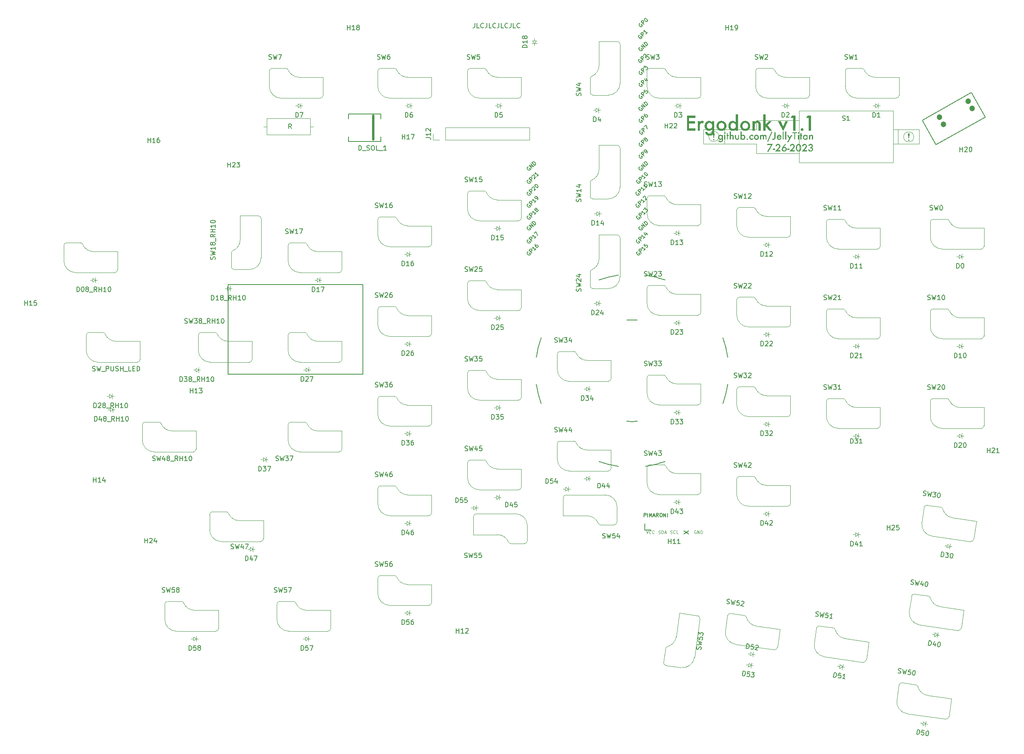
<source format=gto>
%TF.GenerationSoftware,KiCad,Pcbnew,7.0.5-0*%
%TF.CreationDate,2023-07-26T18:11:08-07:00*%
%TF.ProjectId,ergodonk_simple,6572676f-646f-46e6-9b5f-73696d706c65,rev?*%
%TF.SameCoordinates,Original*%
%TF.FileFunction,Legend,Top*%
%TF.FilePolarity,Positive*%
%FSLAX46Y46*%
G04 Gerber Fmt 4.6, Leading zero omitted, Abs format (unit mm)*
G04 Created by KiCad (PCBNEW 7.0.5-0) date 2023-07-26 18:11:08*
%MOMM*%
%LPD*%
G01*
G04 APERTURE LIST*
%ADD10C,0.150000*%
%ADD11C,0.100000*%
%ADD12C,0.120000*%
%ADD13C,0.200000*%
%ADD14C,0.127000*%
%ADD15C,0.500000*%
%ADD16C,1.200000*%
G04 APERTURE END LIST*
D10*
G36*
X183823705Y-44970111D02*
G01*
X182537034Y-44970111D01*
X182537034Y-45720425D01*
X183776810Y-45720425D01*
X183776810Y-46189371D01*
X182537034Y-46189371D01*
X182537034Y-47221053D01*
X183823705Y-47221053D01*
X183823705Y-47690000D01*
X182065157Y-47690000D01*
X182065157Y-44501165D01*
X183823705Y-44501165D01*
X183823705Y-44970111D01*
G37*
G36*
X184345408Y-45673531D02*
G01*
X184817285Y-45673531D01*
X184817285Y-45865505D01*
X184840933Y-45840711D01*
X184864065Y-45817437D01*
X184886682Y-45795683D01*
X184908784Y-45775449D01*
X184937452Y-45750833D01*
X184965204Y-45728920D01*
X184992041Y-45709709D01*
X185017961Y-45693200D01*
X185042965Y-45679392D01*
X185075248Y-45664194D01*
X185109355Y-45651572D01*
X185137954Y-45643328D01*
X185167721Y-45636734D01*
X185198656Y-45631788D01*
X185230758Y-45628491D01*
X185264029Y-45626842D01*
X185281102Y-45626636D01*
X185315453Y-45627647D01*
X185350087Y-45630680D01*
X185385005Y-45635736D01*
X185420206Y-45642813D01*
X185455690Y-45651913D01*
X185491458Y-45663035D01*
X185527509Y-45676179D01*
X185563844Y-45691345D01*
X185600462Y-45708533D01*
X185637363Y-45727744D01*
X185662121Y-45741674D01*
X185451095Y-46189371D01*
X185426554Y-46172610D01*
X185393994Y-46152827D01*
X185361616Y-46135974D01*
X185329422Y-46122052D01*
X185297411Y-46111061D01*
X185265583Y-46103001D01*
X185233938Y-46097872D01*
X185202477Y-46095674D01*
X185194640Y-46095582D01*
X185148945Y-46097795D01*
X185106197Y-46104432D01*
X185066398Y-46115495D01*
X185029547Y-46130982D01*
X184995644Y-46150895D01*
X184964689Y-46175232D01*
X184936682Y-46203995D01*
X184911624Y-46237182D01*
X184889513Y-46274794D01*
X184870350Y-46316832D01*
X184854136Y-46363294D01*
X184840870Y-46414182D01*
X184830551Y-46469494D01*
X184826498Y-46498810D01*
X184823181Y-46529232D01*
X184820602Y-46560760D01*
X184818759Y-46593394D01*
X184817653Y-46627135D01*
X184817285Y-46661981D01*
X184817285Y-47690000D01*
X184345408Y-47690000D01*
X184345408Y-45673531D01*
G37*
G36*
X186801019Y-45627738D02*
G01*
X186846428Y-45631044D01*
X186890847Y-45636554D01*
X186934275Y-45644267D01*
X186976713Y-45654185D01*
X187018161Y-45666306D01*
X187058619Y-45680632D01*
X187098086Y-45697161D01*
X187136563Y-45715894D01*
X187174049Y-45736831D01*
X187210545Y-45759972D01*
X187246051Y-45785317D01*
X187280567Y-45812866D01*
X187314092Y-45842619D01*
X187346627Y-45874576D01*
X187378171Y-45908736D01*
X187378171Y-45682323D01*
X187839057Y-45682323D01*
X187839057Y-47631381D01*
X187838909Y-47666209D01*
X187838462Y-47699983D01*
X187837718Y-47732704D01*
X187836676Y-47764371D01*
X187835337Y-47794986D01*
X187833699Y-47824547D01*
X187831234Y-47860017D01*
X187829532Y-47880509D01*
X187826587Y-47913525D01*
X187823249Y-47945252D01*
X187819518Y-47975692D01*
X187815393Y-48004844D01*
X187809923Y-48038126D01*
X187803886Y-48069553D01*
X187793988Y-48111432D01*
X187782428Y-48152165D01*
X187769207Y-48191752D01*
X187754324Y-48230192D01*
X187737780Y-48267486D01*
X187719574Y-48303634D01*
X187699707Y-48338635D01*
X187678178Y-48372490D01*
X187654987Y-48405199D01*
X187630135Y-48436762D01*
X187612644Y-48457166D01*
X187578152Y-48494876D01*
X187542085Y-48530153D01*
X187504444Y-48562997D01*
X187465228Y-48593408D01*
X187424439Y-48621386D01*
X187382075Y-48646932D01*
X187338137Y-48670044D01*
X187292625Y-48690724D01*
X187245539Y-48708970D01*
X187196878Y-48724784D01*
X187146643Y-48738165D01*
X187094834Y-48749113D01*
X187041451Y-48757628D01*
X186986493Y-48763710D01*
X186929962Y-48767359D01*
X186871856Y-48768576D01*
X186822671Y-48767732D01*
X186774586Y-48765198D01*
X186727600Y-48760977D01*
X186681713Y-48755066D01*
X186636925Y-48747467D01*
X186593236Y-48738179D01*
X186550646Y-48727203D01*
X186509155Y-48714537D01*
X186468763Y-48700183D01*
X186429471Y-48684140D01*
X186391277Y-48666409D01*
X186354183Y-48646989D01*
X186318188Y-48625880D01*
X186283292Y-48603082D01*
X186249494Y-48578596D01*
X186216796Y-48552421D01*
X186184516Y-48523999D01*
X186153988Y-48494238D01*
X186125211Y-48463137D01*
X186098186Y-48430696D01*
X186072913Y-48396917D01*
X186049391Y-48361797D01*
X186027621Y-48325338D01*
X186007602Y-48287540D01*
X185989336Y-48248402D01*
X185972821Y-48207924D01*
X185958057Y-48166107D01*
X185945046Y-48122950D01*
X185933786Y-48078454D01*
X185924277Y-48032619D01*
X185916521Y-47985444D01*
X185910516Y-47936929D01*
X186373600Y-47936929D01*
X186380733Y-47973027D01*
X186388942Y-48006950D01*
X186398227Y-48038698D01*
X186408588Y-48068271D01*
X186420026Y-48095668D01*
X186435836Y-48126855D01*
X186453327Y-48154644D01*
X186460795Y-48164808D01*
X186488594Y-48198330D01*
X186518686Y-48228555D01*
X186551071Y-48255483D01*
X186585748Y-48279113D01*
X186622718Y-48299446D01*
X186661981Y-48316482D01*
X186703536Y-48330221D01*
X186732513Y-48337548D01*
X186762509Y-48343410D01*
X186793524Y-48347807D01*
X186825558Y-48350737D01*
X186858611Y-48352203D01*
X186875519Y-48352386D01*
X186906444Y-48351776D01*
X186936387Y-48349947D01*
X186993328Y-48342632D01*
X187046342Y-48330439D01*
X187095430Y-48313368D01*
X187140590Y-48291421D01*
X187181823Y-48264596D01*
X187219129Y-48232894D01*
X187252508Y-48196315D01*
X187281960Y-48154859D01*
X187307486Y-48108525D01*
X187329084Y-48057314D01*
X187346755Y-48001226D01*
X187354118Y-47971353D01*
X187360500Y-47940261D01*
X187365899Y-47907949D01*
X187370317Y-47874418D01*
X187373753Y-47839668D01*
X187376208Y-47803698D01*
X187377680Y-47766510D01*
X187378171Y-47728101D01*
X187378171Y-47447466D01*
X187343681Y-47481804D01*
X187308539Y-47513927D01*
X187272744Y-47543834D01*
X187236297Y-47571526D01*
X187199196Y-47597003D01*
X187161444Y-47620264D01*
X187123039Y-47641310D01*
X187083981Y-47660141D01*
X187044270Y-47676756D01*
X187003907Y-47691156D01*
X186962892Y-47703340D01*
X186921223Y-47713309D01*
X186878903Y-47721063D01*
X186835929Y-47726602D01*
X186792303Y-47729925D01*
X186748025Y-47731032D01*
X186697858Y-47729882D01*
X186648843Y-47726430D01*
X186600978Y-47720677D01*
X186554264Y-47712622D01*
X186508700Y-47702267D01*
X186464287Y-47689610D01*
X186421024Y-47674652D01*
X186378913Y-47657393D01*
X186337951Y-47637833D01*
X186298141Y-47615971D01*
X186259481Y-47591808D01*
X186221971Y-47565344D01*
X186185613Y-47536579D01*
X186150404Y-47505512D01*
X186116347Y-47472144D01*
X186083440Y-47436475D01*
X186051852Y-47398525D01*
X186022303Y-47359413D01*
X185994791Y-47319139D01*
X185969317Y-47277702D01*
X185945882Y-47235104D01*
X185924484Y-47191343D01*
X185905123Y-47146421D01*
X185887801Y-47100336D01*
X185872517Y-47053090D01*
X185859271Y-47004681D01*
X185848062Y-46955110D01*
X185838892Y-46904377D01*
X185831759Y-46852482D01*
X185826664Y-46799425D01*
X185823607Y-46745206D01*
X185822588Y-46689825D01*
X185822704Y-46683230D01*
X186294466Y-46683230D01*
X186294998Y-46716647D01*
X186296595Y-46749302D01*
X186299257Y-46781196D01*
X186302984Y-46812328D01*
X186307775Y-46842699D01*
X186313631Y-46872309D01*
X186320552Y-46901157D01*
X186332930Y-46943002D01*
X186347703Y-46983134D01*
X186364872Y-47021553D01*
X186384437Y-47058259D01*
X186406397Y-47093251D01*
X186430753Y-47126531D01*
X186449790Y-47149335D01*
X186480008Y-47180781D01*
X186512223Y-47208917D01*
X186546435Y-47233744D01*
X186582643Y-47255260D01*
X186620847Y-47273466D01*
X186661047Y-47288361D01*
X186703244Y-47299947D01*
X186732485Y-47305831D01*
X186762613Y-47310245D01*
X186793628Y-47313187D01*
X186825530Y-47314659D01*
X186841814Y-47314842D01*
X186874088Y-47314098D01*
X186905515Y-47311866D01*
X186936095Y-47308145D01*
X186965828Y-47302936D01*
X186994714Y-47296238D01*
X187036453Y-47283401D01*
X187076287Y-47267215D01*
X187114214Y-47247680D01*
X187150235Y-47224797D01*
X187184350Y-47198565D01*
X187216559Y-47168984D01*
X187236972Y-47147403D01*
X187256538Y-47124333D01*
X187281549Y-47091053D01*
X187304100Y-47056061D01*
X187324190Y-47019355D01*
X187341821Y-46980936D01*
X187356991Y-46940804D01*
X187369702Y-46898959D01*
X187376809Y-46870111D01*
X187382822Y-46840501D01*
X187387742Y-46810130D01*
X187391569Y-46778998D01*
X187394303Y-46747104D01*
X187395943Y-46714449D01*
X187396489Y-46681032D01*
X187395888Y-46645312D01*
X187394085Y-46610507D01*
X187391080Y-46576618D01*
X187386872Y-46543646D01*
X187381463Y-46511589D01*
X187374851Y-46480448D01*
X187367037Y-46450223D01*
X187358021Y-46420914D01*
X187347803Y-46392520D01*
X187336383Y-46365043D01*
X187323760Y-46338482D01*
X187302573Y-46300357D01*
X187278680Y-46264293D01*
X187252083Y-46230290D01*
X187242616Y-46219413D01*
X187212449Y-46187855D01*
X187180749Y-46159401D01*
X187147517Y-46134051D01*
X187112752Y-46111805D01*
X187076454Y-46092663D01*
X187038623Y-46076626D01*
X186999260Y-46063692D01*
X186958364Y-46053862D01*
X186915935Y-46047137D01*
X186871973Y-46043516D01*
X186841814Y-46042826D01*
X186809726Y-46043579D01*
X186778490Y-46045837D01*
X186748108Y-46049601D01*
X186718578Y-46054870D01*
X186689902Y-46061645D01*
X186648486Y-46074630D01*
X186608989Y-46091003D01*
X186571412Y-46110763D01*
X186535754Y-46133910D01*
X186502015Y-46160445D01*
X186470195Y-46190367D01*
X186450047Y-46212198D01*
X186430753Y-46235533D01*
X186406397Y-46268852D01*
X186384437Y-46303960D01*
X186364872Y-46340859D01*
X186347703Y-46379549D01*
X186332930Y-46420029D01*
X186320552Y-46462299D01*
X186313631Y-46491473D01*
X186307775Y-46521443D01*
X186302984Y-46552209D01*
X186299257Y-46583771D01*
X186296595Y-46616129D01*
X186294998Y-46649282D01*
X186294466Y-46683230D01*
X185822704Y-46683230D01*
X185823536Y-46635929D01*
X185826378Y-46583053D01*
X185831115Y-46531195D01*
X185837747Y-46480356D01*
X185846273Y-46430536D01*
X185856695Y-46381736D01*
X185869011Y-46333954D01*
X185883222Y-46287191D01*
X185899327Y-46241447D01*
X185917328Y-46196722D01*
X185937223Y-46153016D01*
X185959013Y-46110328D01*
X185982698Y-46068660D01*
X186008278Y-46028011D01*
X186035752Y-45988381D01*
X186065122Y-45949769D01*
X186098383Y-45910640D01*
X186132956Y-45874035D01*
X186168840Y-45839954D01*
X186206034Y-45808398D01*
X186244540Y-45779367D01*
X186284356Y-45752860D01*
X186325484Y-45728877D01*
X186367922Y-45707419D01*
X186411671Y-45688486D01*
X186456731Y-45672077D01*
X186503102Y-45658192D01*
X186550783Y-45646832D01*
X186599776Y-45637996D01*
X186650079Y-45631685D01*
X186701694Y-45627898D01*
X186754619Y-45626636D01*
X186801019Y-45627738D01*
G37*
G36*
X189444400Y-45627829D02*
G01*
X189498241Y-45631410D01*
X189551035Y-45637378D01*
X189602781Y-45645733D01*
X189653479Y-45656475D01*
X189703130Y-45669604D01*
X189751734Y-45685120D01*
X189799289Y-45703023D01*
X189845798Y-45723313D01*
X189891258Y-45745991D01*
X189935671Y-45771055D01*
X189979037Y-45798507D01*
X190021355Y-45828345D01*
X190062625Y-45860571D01*
X190102848Y-45895184D01*
X190142023Y-45932184D01*
X190179023Y-45971010D01*
X190213636Y-46010918D01*
X190245862Y-46051908D01*
X190275700Y-46093979D01*
X190303152Y-46137133D01*
X190328216Y-46181369D01*
X190350894Y-46226686D01*
X190371184Y-46273086D01*
X190389087Y-46320567D01*
X190404603Y-46369130D01*
X190417732Y-46418776D01*
X190428474Y-46469503D01*
X190436829Y-46521312D01*
X190442797Y-46574203D01*
X190446377Y-46628176D01*
X190447571Y-46683230D01*
X190446369Y-46738717D01*
X190442762Y-46793071D01*
X190436752Y-46846291D01*
X190428337Y-46898378D01*
X190417518Y-46949331D01*
X190404294Y-46999151D01*
X190388667Y-47047837D01*
X190370635Y-47095390D01*
X190350198Y-47141810D01*
X190327358Y-47187096D01*
X190302113Y-47231248D01*
X190274464Y-47274268D01*
X190244411Y-47316153D01*
X190211953Y-47356906D01*
X190177091Y-47396525D01*
X190139825Y-47435010D01*
X190100713Y-47471566D01*
X190060496Y-47505764D01*
X190019174Y-47537603D01*
X189976747Y-47567084D01*
X189933216Y-47594207D01*
X189888579Y-47618971D01*
X189842838Y-47641376D01*
X189795992Y-47661423D01*
X189748041Y-47679112D01*
X189698986Y-47694442D01*
X189648825Y-47707413D01*
X189597560Y-47718026D01*
X189545190Y-47726281D01*
X189491715Y-47732177D01*
X189437136Y-47735715D01*
X189381451Y-47736894D01*
X189326330Y-47735692D01*
X189272343Y-47732086D01*
X189219489Y-47726075D01*
X189167769Y-47717660D01*
X189117182Y-47706841D01*
X189067729Y-47693617D01*
X189019409Y-47677990D01*
X188972222Y-47659958D01*
X188926169Y-47639521D01*
X188881249Y-47616681D01*
X188837463Y-47591436D01*
X188794810Y-47563787D01*
X188753291Y-47533734D01*
X188712905Y-47501276D01*
X188673652Y-47466414D01*
X188635533Y-47429148D01*
X188599066Y-47390620D01*
X188564951Y-47350872D01*
X188533189Y-47309905D01*
X188503780Y-47267719D01*
X188476723Y-47224313D01*
X188452019Y-47179688D01*
X188429668Y-47133844D01*
X188409670Y-47086781D01*
X188392024Y-47038498D01*
X188376731Y-46988996D01*
X188363791Y-46938274D01*
X188353204Y-46886334D01*
X188344969Y-46833174D01*
X188339087Y-46778794D01*
X188335558Y-46723196D01*
X188334518Y-46672972D01*
X188806259Y-46672972D01*
X188806877Y-46709763D01*
X188808732Y-46745581D01*
X188811823Y-46780426D01*
X188816151Y-46814297D01*
X188821715Y-46847196D01*
X188828516Y-46879121D01*
X188836553Y-46910073D01*
X188845826Y-46940052D01*
X188856337Y-46969058D01*
X188868083Y-46997090D01*
X188881066Y-47024150D01*
X188895286Y-47050236D01*
X188910742Y-47075349D01*
X188927434Y-47099489D01*
X188954791Y-47133874D01*
X188964528Y-47144849D01*
X188985082Y-47166144D01*
X189017426Y-47195511D01*
X189051586Y-47221786D01*
X189087562Y-47244970D01*
X189125354Y-47265063D01*
X189164962Y-47282064D01*
X189206386Y-47295975D01*
X189235011Y-47303531D01*
X189264443Y-47309713D01*
X189294683Y-47314522D01*
X189325729Y-47317957D01*
X189357583Y-47320017D01*
X189390244Y-47320704D01*
X189423162Y-47320026D01*
X189455239Y-47317991D01*
X189486474Y-47314599D01*
X189516868Y-47309851D01*
X189546421Y-47303746D01*
X189575132Y-47296284D01*
X189616620Y-47282547D01*
X189656216Y-47265758D01*
X189693918Y-47245917D01*
X189729726Y-47223022D01*
X189763641Y-47197076D01*
X189795663Y-47168076D01*
X189815959Y-47147048D01*
X189835302Y-47124885D01*
X189853397Y-47101813D01*
X189878199Y-47065498D01*
X189893175Y-47040150D01*
X189906902Y-47013892D01*
X189919381Y-46986724D01*
X189930612Y-46958646D01*
X189940596Y-46929657D01*
X189949331Y-46899758D01*
X189956819Y-46868949D01*
X189963059Y-46837230D01*
X189968050Y-46804601D01*
X189971794Y-46771061D01*
X189974290Y-46736612D01*
X189975538Y-46701252D01*
X189975694Y-46683230D01*
X189975070Y-46647327D01*
X189973198Y-46612339D01*
X189970078Y-46578267D01*
X189965710Y-46545111D01*
X189960095Y-46512871D01*
X189953231Y-46481547D01*
X189945120Y-46451139D01*
X189935760Y-46421646D01*
X189925153Y-46393070D01*
X189913297Y-46365409D01*
X189900194Y-46338665D01*
X189885843Y-46312836D01*
X189870244Y-46287923D01*
X189853397Y-46263927D01*
X189835302Y-46240846D01*
X189815959Y-46218681D01*
X189795405Y-46197386D01*
X189763062Y-46168019D01*
X189728902Y-46141744D01*
X189692926Y-46118560D01*
X189655134Y-46098467D01*
X189615526Y-46081466D01*
X189574101Y-46067555D01*
X189545476Y-46059999D01*
X189516044Y-46053817D01*
X189485805Y-46049008D01*
X189454758Y-46045573D01*
X189422905Y-46043513D01*
X189390244Y-46042826D01*
X189358024Y-46043513D01*
X189326577Y-46045573D01*
X189295902Y-46049008D01*
X189266000Y-46053817D01*
X189236872Y-46059999D01*
X189208516Y-46067555D01*
X189167431Y-46081466D01*
X189128084Y-46098467D01*
X189090477Y-46118560D01*
X189054608Y-46141744D01*
X189020478Y-46168019D01*
X188988087Y-46197386D01*
X188967459Y-46218681D01*
X188947939Y-46241063D01*
X188929678Y-46264247D01*
X188912676Y-46288233D01*
X188896934Y-46313019D01*
X188882451Y-46338608D01*
X188869228Y-46364997D01*
X188857264Y-46392188D01*
X188846559Y-46420181D01*
X188837114Y-46448975D01*
X188828928Y-46478570D01*
X188822001Y-46508967D01*
X188816334Y-46540165D01*
X188811926Y-46572165D01*
X188808778Y-46604966D01*
X188806889Y-46638568D01*
X188806259Y-46672972D01*
X188334518Y-46672972D01*
X188334382Y-46666378D01*
X188335581Y-46612843D01*
X188339179Y-46560315D01*
X188345175Y-46508795D01*
X188353570Y-46458283D01*
X188364364Y-46408778D01*
X188377556Y-46360280D01*
X188393146Y-46312790D01*
X188411135Y-46266308D01*
X188431523Y-46220833D01*
X188454309Y-46176366D01*
X188479494Y-46132906D01*
X188507077Y-46090453D01*
X188537059Y-46049008D01*
X188569439Y-46008571D01*
X188604218Y-45969141D01*
X188641395Y-45930718D01*
X188680296Y-45893896D01*
X188720244Y-45859449D01*
X188761239Y-45827378D01*
X188803282Y-45797682D01*
X188846373Y-45770362D01*
X188890511Y-45745418D01*
X188935697Y-45722849D01*
X188981931Y-45702657D01*
X189029212Y-45684839D01*
X189077540Y-45669398D01*
X189126917Y-45656331D01*
X189177340Y-45645641D01*
X189228812Y-45637326D01*
X189281331Y-45631387D01*
X189334897Y-45627824D01*
X189389511Y-45626636D01*
X189444400Y-45627829D01*
G37*
G36*
X192877299Y-47690000D02*
G01*
X192405422Y-47690000D01*
X192405422Y-47472379D01*
X192371527Y-47504410D01*
X192337072Y-47534375D01*
X192302055Y-47562273D01*
X192266478Y-47588104D01*
X192230340Y-47611869D01*
X192193640Y-47633568D01*
X192156380Y-47653200D01*
X192118558Y-47670765D01*
X192080176Y-47686264D01*
X192041233Y-47699697D01*
X192001728Y-47711063D01*
X191961663Y-47720362D01*
X191921037Y-47727595D01*
X191879849Y-47732761D01*
X191838101Y-47735861D01*
X191795792Y-47736894D01*
X191745680Y-47735723D01*
X191696644Y-47732212D01*
X191648685Y-47726358D01*
X191601802Y-47718164D01*
X191555995Y-47707628D01*
X191511264Y-47694751D01*
X191467609Y-47679532D01*
X191425031Y-47661973D01*
X191383529Y-47642072D01*
X191343103Y-47619829D01*
X191303753Y-47595246D01*
X191265479Y-47568321D01*
X191228282Y-47539055D01*
X191192161Y-47507447D01*
X191157116Y-47473498D01*
X191123147Y-47437208D01*
X191091027Y-47398425D01*
X191060979Y-47358463D01*
X191033004Y-47317321D01*
X191007101Y-47275000D01*
X190983270Y-47231500D01*
X190961511Y-47186821D01*
X190941825Y-47140963D01*
X190924211Y-47093925D01*
X190908669Y-47045708D01*
X190895199Y-46996312D01*
X190883802Y-46945736D01*
X190874477Y-46893982D01*
X190867224Y-46841048D01*
X190862044Y-46786934D01*
X190858935Y-46731642D01*
X190857899Y-46675170D01*
X190857940Y-46672972D01*
X191329776Y-46672972D01*
X191330366Y-46708367D01*
X191332135Y-46742925D01*
X191335083Y-46776648D01*
X191339210Y-46809535D01*
X191344517Y-46841586D01*
X191351002Y-46872801D01*
X191358667Y-46903181D01*
X191367512Y-46932725D01*
X191377535Y-46961433D01*
X191388738Y-46989305D01*
X191401120Y-47016341D01*
X191414681Y-47042542D01*
X191429422Y-47067907D01*
X191453743Y-47104388D01*
X191480718Y-47138988D01*
X191500450Y-47160992D01*
X191531229Y-47191338D01*
X191563425Y-47218489D01*
X191597037Y-47242445D01*
X191632067Y-47263208D01*
X191668513Y-47280776D01*
X191706376Y-47295150D01*
X191745655Y-47306330D01*
X191786352Y-47314316D01*
X191828465Y-47319107D01*
X191871995Y-47320704D01*
X191903125Y-47320017D01*
X191933499Y-47317957D01*
X191963117Y-47314522D01*
X192006128Y-47306794D01*
X192047438Y-47295975D01*
X192087048Y-47282064D01*
X192124958Y-47265063D01*
X192161168Y-47244970D01*
X192195678Y-47221786D01*
X192228488Y-47195511D01*
X192259597Y-47166144D01*
X192279392Y-47144849D01*
X192298114Y-47121751D01*
X192315628Y-47097886D01*
X192331934Y-47073254D01*
X192347032Y-47047855D01*
X192360923Y-47021688D01*
X192373605Y-46994755D01*
X192385080Y-46967054D01*
X192395347Y-46938586D01*
X192404406Y-46909352D01*
X192412257Y-46879350D01*
X192418900Y-46848581D01*
X192424335Y-46817045D01*
X192428563Y-46784742D01*
X192431582Y-46751672D01*
X192433394Y-46717835D01*
X192433998Y-46683230D01*
X192433394Y-46648538D01*
X192431582Y-46614617D01*
X192428563Y-46581470D01*
X192424335Y-46549095D01*
X192418900Y-46517494D01*
X192412257Y-46486665D01*
X192404406Y-46456608D01*
X192395347Y-46427325D01*
X192385080Y-46398814D01*
X192373605Y-46371077D01*
X192360923Y-46344112D01*
X192347032Y-46317920D01*
X192331934Y-46292500D01*
X192315628Y-46267854D01*
X192298114Y-46243980D01*
X192279392Y-46220879D01*
X192249455Y-46189059D01*
X192217895Y-46160369D01*
X192184712Y-46134808D01*
X192149906Y-46112378D01*
X192113477Y-46093077D01*
X192075425Y-46076906D01*
X192035750Y-46063865D01*
X191994453Y-46053954D01*
X191951532Y-46047173D01*
X191922017Y-46044391D01*
X191891780Y-46043000D01*
X191876392Y-46042826D01*
X191833111Y-46044410D01*
X191791195Y-46049163D01*
X191750644Y-46057084D01*
X191711459Y-46068174D01*
X191673639Y-46082432D01*
X191637184Y-46099858D01*
X191602095Y-46120453D01*
X191568371Y-46144217D01*
X191536012Y-46171149D01*
X191505019Y-46201250D01*
X191485115Y-46223077D01*
X191466304Y-46246129D01*
X191448707Y-46269857D01*
X191432324Y-46294260D01*
X191417154Y-46319339D01*
X191396675Y-46358224D01*
X191384539Y-46384991D01*
X191373617Y-46412434D01*
X191363908Y-46440553D01*
X191355413Y-46469347D01*
X191348132Y-46498816D01*
X191342064Y-46528961D01*
X191337209Y-46559781D01*
X191333569Y-46591277D01*
X191331141Y-46623449D01*
X191329928Y-46656296D01*
X191329776Y-46672972D01*
X190857940Y-46672972D01*
X190858935Y-46619875D01*
X190862044Y-46565731D01*
X190867224Y-46512737D01*
X190874477Y-46460893D01*
X190883802Y-46410200D01*
X190895199Y-46360658D01*
X190908669Y-46312267D01*
X190924211Y-46265026D01*
X190941825Y-46218935D01*
X190961511Y-46173996D01*
X190983270Y-46130206D01*
X191007101Y-46087568D01*
X191033004Y-46046080D01*
X191060979Y-46005743D01*
X191091027Y-45966556D01*
X191123147Y-45928520D01*
X191156560Y-45891964D01*
X191191039Y-45857766D01*
X191226582Y-45825927D01*
X191263189Y-45796446D01*
X191300862Y-45769323D01*
X191339599Y-45744559D01*
X191379401Y-45722154D01*
X191420268Y-45702107D01*
X191462200Y-45684418D01*
X191505196Y-45669088D01*
X191549257Y-45656117D01*
X191594383Y-45645504D01*
X191640573Y-45637249D01*
X191687829Y-45631353D01*
X191736149Y-45627815D01*
X191785533Y-45626636D01*
X191828570Y-45627758D01*
X191871034Y-45631124D01*
X191912925Y-45636734D01*
X191954244Y-45644588D01*
X191994991Y-45654686D01*
X192035165Y-45667028D01*
X192074766Y-45681613D01*
X192113796Y-45698443D01*
X192152253Y-45717517D01*
X192190137Y-45738835D01*
X192227449Y-45762397D01*
X192264188Y-45788203D01*
X192300355Y-45816252D01*
X192335950Y-45846546D01*
X192370972Y-45879084D01*
X192405422Y-45913866D01*
X192405422Y-44219797D01*
X192877299Y-44219797D01*
X192877299Y-47690000D01*
G37*
G36*
X194485572Y-45627829D02*
G01*
X194539413Y-45631410D01*
X194592207Y-45637378D01*
X194643953Y-45645733D01*
X194694652Y-45656475D01*
X194744303Y-45669604D01*
X194792906Y-45685120D01*
X194840462Y-45703023D01*
X194886970Y-45723313D01*
X194932431Y-45745991D01*
X194976844Y-45771055D01*
X195020209Y-45798507D01*
X195062527Y-45828345D01*
X195103798Y-45860571D01*
X195144020Y-45895184D01*
X195183196Y-45932184D01*
X195220196Y-45971010D01*
X195254808Y-46010918D01*
X195287034Y-46051908D01*
X195316873Y-46093979D01*
X195344324Y-46137133D01*
X195369389Y-46181369D01*
X195392066Y-46226686D01*
X195412356Y-46273086D01*
X195430260Y-46320567D01*
X195445776Y-46369130D01*
X195458905Y-46418776D01*
X195469647Y-46469503D01*
X195478001Y-46521312D01*
X195483969Y-46574203D01*
X195487550Y-46628176D01*
X195488743Y-46683230D01*
X195487541Y-46738717D01*
X195483935Y-46793071D01*
X195477924Y-46846291D01*
X195469509Y-46898378D01*
X195458690Y-46949331D01*
X195445467Y-46999151D01*
X195429839Y-47047837D01*
X195411807Y-47095390D01*
X195391371Y-47141810D01*
X195368530Y-47187096D01*
X195343285Y-47231248D01*
X195315636Y-47274268D01*
X195285583Y-47316153D01*
X195253125Y-47356906D01*
X195218264Y-47396525D01*
X195180997Y-47435010D01*
X195141885Y-47471566D01*
X195101668Y-47505764D01*
X195060346Y-47537603D01*
X195017920Y-47567084D01*
X194974388Y-47594207D01*
X194929752Y-47618971D01*
X194884011Y-47641376D01*
X194837165Y-47661423D01*
X194789214Y-47679112D01*
X194740158Y-47694442D01*
X194689998Y-47707413D01*
X194638732Y-47718026D01*
X194586362Y-47726281D01*
X194532888Y-47732177D01*
X194478308Y-47735715D01*
X194422623Y-47736894D01*
X194367503Y-47735692D01*
X194313516Y-47732086D01*
X194260662Y-47726075D01*
X194208941Y-47717660D01*
X194158355Y-47706841D01*
X194108901Y-47693617D01*
X194060581Y-47677990D01*
X194013394Y-47659958D01*
X193967341Y-47639521D01*
X193922422Y-47616681D01*
X193878635Y-47591436D01*
X193835983Y-47563787D01*
X193794463Y-47533734D01*
X193754077Y-47501276D01*
X193714825Y-47466414D01*
X193676706Y-47429148D01*
X193640238Y-47390620D01*
X193606123Y-47350872D01*
X193574361Y-47309905D01*
X193544952Y-47267719D01*
X193517895Y-47224313D01*
X193493192Y-47179688D01*
X193470840Y-47133844D01*
X193450842Y-47086781D01*
X193433197Y-47038498D01*
X193417904Y-46988996D01*
X193404964Y-46938274D01*
X193394376Y-46886334D01*
X193386142Y-46833174D01*
X193380260Y-46778794D01*
X193376731Y-46723196D01*
X193375691Y-46672972D01*
X193847431Y-46672972D01*
X193848050Y-46709763D01*
X193849904Y-46745581D01*
X193852996Y-46780426D01*
X193857323Y-46814297D01*
X193862887Y-46847196D01*
X193869688Y-46879121D01*
X193877725Y-46910073D01*
X193886999Y-46940052D01*
X193897509Y-46969058D01*
X193909255Y-46997090D01*
X193922238Y-47024150D01*
X193936458Y-47050236D01*
X193951914Y-47075349D01*
X193968606Y-47099489D01*
X193995964Y-47133874D01*
X194005701Y-47144849D01*
X194026254Y-47166144D01*
X194058598Y-47195511D01*
X194092758Y-47221786D01*
X194128734Y-47244970D01*
X194166526Y-47265063D01*
X194206134Y-47282064D01*
X194247558Y-47295975D01*
X194276184Y-47303531D01*
X194305616Y-47309713D01*
X194335855Y-47314522D01*
X194366902Y-47317957D01*
X194398755Y-47320017D01*
X194431416Y-47320704D01*
X194464335Y-47320026D01*
X194496411Y-47317991D01*
X194527647Y-47314599D01*
X194558041Y-47309851D01*
X194587593Y-47303746D01*
X194616304Y-47296284D01*
X194657793Y-47282547D01*
X194697388Y-47265758D01*
X194735090Y-47245917D01*
X194770898Y-47223022D01*
X194804814Y-47197076D01*
X194836835Y-47168076D01*
X194857131Y-47147048D01*
X194876474Y-47124885D01*
X194894569Y-47101813D01*
X194919372Y-47065498D01*
X194934347Y-47040150D01*
X194948074Y-47013892D01*
X194960553Y-46986724D01*
X194971785Y-46958646D01*
X194981768Y-46929657D01*
X194990504Y-46899758D01*
X194997991Y-46868949D01*
X195004231Y-46837230D01*
X195009223Y-46804601D01*
X195012966Y-46771061D01*
X195015462Y-46736612D01*
X195016710Y-46701252D01*
X195016866Y-46683230D01*
X195016242Y-46647327D01*
X195014370Y-46612339D01*
X195011251Y-46578267D01*
X195006883Y-46545111D01*
X195001267Y-46512871D01*
X194994404Y-46481547D01*
X194986292Y-46451139D01*
X194976933Y-46421646D01*
X194966325Y-46393070D01*
X194954470Y-46365409D01*
X194941367Y-46338665D01*
X194927015Y-46312836D01*
X194911416Y-46287923D01*
X194894569Y-46263927D01*
X194876474Y-46240846D01*
X194857131Y-46218681D01*
X194836578Y-46197386D01*
X194804234Y-46168019D01*
X194770074Y-46141744D01*
X194734098Y-46118560D01*
X194696306Y-46098467D01*
X194656698Y-46081466D01*
X194615274Y-46067555D01*
X194586649Y-46059999D01*
X194557216Y-46053817D01*
X194526977Y-46049008D01*
X194495931Y-46045573D01*
X194464077Y-46043513D01*
X194431416Y-46042826D01*
X194399196Y-46043513D01*
X194367749Y-46045573D01*
X194337074Y-46049008D01*
X194307173Y-46053817D01*
X194278044Y-46059999D01*
X194249688Y-46067555D01*
X194208603Y-46081466D01*
X194169257Y-46098467D01*
X194131649Y-46118560D01*
X194095781Y-46141744D01*
X194061651Y-46168019D01*
X194029260Y-46197386D01*
X194008632Y-46218681D01*
X193989111Y-46241063D01*
X193970850Y-46264247D01*
X193953849Y-46288233D01*
X193938107Y-46313019D01*
X193923624Y-46338608D01*
X193910400Y-46364997D01*
X193898436Y-46392188D01*
X193887732Y-46420181D01*
X193878286Y-46448975D01*
X193870100Y-46478570D01*
X193863174Y-46508967D01*
X193857506Y-46540165D01*
X193853099Y-46572165D01*
X193849950Y-46604966D01*
X193848061Y-46638568D01*
X193847431Y-46672972D01*
X193375691Y-46672972D01*
X193375554Y-46666378D01*
X193376754Y-46612843D01*
X193380351Y-46560315D01*
X193386348Y-46508795D01*
X193394743Y-46458283D01*
X193405536Y-46408778D01*
X193418728Y-46360280D01*
X193434319Y-46312790D01*
X193452308Y-46266308D01*
X193472695Y-46220833D01*
X193495481Y-46176366D01*
X193520666Y-46132906D01*
X193548249Y-46090453D01*
X193578231Y-46049008D01*
X193610611Y-46008571D01*
X193645390Y-45969141D01*
X193682568Y-45930718D01*
X193721468Y-45893896D01*
X193761416Y-45859449D01*
X193802412Y-45827378D01*
X193844455Y-45797682D01*
X193887545Y-45770362D01*
X193931684Y-45745418D01*
X193976870Y-45722849D01*
X194023103Y-45702657D01*
X194070384Y-45684839D01*
X194118713Y-45669398D01*
X194168089Y-45656331D01*
X194218513Y-45645641D01*
X194269984Y-45637326D01*
X194322503Y-45631387D01*
X194376069Y-45627824D01*
X194430683Y-45626636D01*
X194485572Y-45627829D01*
G37*
G36*
X195992861Y-45673531D02*
G01*
X196464738Y-45673531D01*
X196464738Y-45863307D01*
X196495384Y-45834648D01*
X196526505Y-45807837D01*
X196558101Y-45782876D01*
X196590172Y-45759764D01*
X196622718Y-45738500D01*
X196655740Y-45719086D01*
X196689236Y-45701520D01*
X196723208Y-45685804D01*
X196757655Y-45671936D01*
X196792577Y-45659918D01*
X196827974Y-45649748D01*
X196863846Y-45641428D01*
X196900193Y-45634956D01*
X196937016Y-45630334D01*
X196974313Y-45627560D01*
X197012086Y-45626636D01*
X197055351Y-45627497D01*
X197097403Y-45630082D01*
X197138241Y-45634390D01*
X197177866Y-45640420D01*
X197216277Y-45648174D01*
X197253474Y-45657651D01*
X197289458Y-45668851D01*
X197324228Y-45681774D01*
X197357785Y-45696420D01*
X197390128Y-45712789D01*
X197421258Y-45730881D01*
X197451174Y-45750696D01*
X197479876Y-45772234D01*
X197507365Y-45795496D01*
X197533640Y-45820480D01*
X197558702Y-45847187D01*
X197579198Y-45871562D01*
X197598372Y-45897791D01*
X197616224Y-45925875D01*
X197632753Y-45955814D01*
X197647960Y-45987608D01*
X197661845Y-46021256D01*
X197674407Y-46056759D01*
X197685647Y-46094117D01*
X197695564Y-46133329D01*
X197704160Y-46174396D01*
X197711432Y-46217318D01*
X197717383Y-46262095D01*
X197722011Y-46308726D01*
X197725317Y-46357212D01*
X197727301Y-46407553D01*
X197727962Y-46459748D01*
X197727962Y-47690000D01*
X197256085Y-47690000D01*
X197256085Y-46568192D01*
X197255764Y-46531813D01*
X197254802Y-46496866D01*
X197253200Y-46463349D01*
X197250956Y-46431263D01*
X197248070Y-46400609D01*
X197244544Y-46371386D01*
X197238053Y-46330234D01*
X197230119Y-46292303D01*
X197220742Y-46257591D01*
X197209923Y-46226099D01*
X197197661Y-46197828D01*
X197179068Y-46165141D01*
X197174019Y-46157864D01*
X197152175Y-46130902D01*
X197126209Y-46107535D01*
X197096121Y-46087763D01*
X197061912Y-46071585D01*
X197033550Y-46061812D01*
X197002870Y-46054060D01*
X196969871Y-46048331D01*
X196934554Y-46044623D01*
X196896919Y-46042938D01*
X196883859Y-46042826D01*
X196842035Y-46044165D01*
X196802569Y-46048184D01*
X196765459Y-46054881D01*
X196730707Y-46064258D01*
X196698311Y-46076314D01*
X196668273Y-46091048D01*
X196640592Y-46108462D01*
X196615268Y-46128555D01*
X196592301Y-46151327D01*
X196571690Y-46176778D01*
X196559260Y-46195233D01*
X196542368Y-46225375D01*
X196527137Y-46259470D01*
X196513568Y-46297520D01*
X196501660Y-46339524D01*
X196494645Y-46369723D01*
X196488368Y-46401680D01*
X196482830Y-46435394D01*
X196478030Y-46470865D01*
X196473968Y-46508094D01*
X196470645Y-46547080D01*
X196468061Y-46587824D01*
X196466215Y-46630325D01*
X196465107Y-46674584D01*
X196464738Y-46720600D01*
X196464738Y-47690000D01*
X195992861Y-47690000D01*
X195992861Y-45673531D01*
G37*
G36*
X198765505Y-44219797D02*
G01*
X198765505Y-46325659D01*
X199415436Y-45673531D01*
X200035324Y-45673531D01*
X199167773Y-46520565D01*
X200098339Y-47690000D01*
X199499699Y-47690000D01*
X198839511Y-46839302D01*
X198765505Y-46913307D01*
X198765505Y-47690000D01*
X198293628Y-47690000D01*
X198293628Y-44219797D01*
X198765505Y-44219797D01*
G37*
G36*
X201936755Y-45673531D02*
G01*
X202453328Y-46801200D01*
X202968436Y-45673531D01*
X203487208Y-45673531D01*
X202449665Y-47818960D01*
X201420181Y-45673531D01*
X201936755Y-45673531D01*
G37*
G36*
X204633196Y-44970111D02*
G01*
X204085847Y-44970111D01*
X204348164Y-44501165D01*
X205105073Y-44501165D01*
X205105073Y-47713447D01*
X204633196Y-47713447D01*
X204633196Y-44970111D01*
G37*
G36*
X206224682Y-47453328D02*
G01*
X206226703Y-47418588D01*
X206232768Y-47385350D01*
X206242875Y-47353616D01*
X206257025Y-47323383D01*
X206275218Y-47294654D01*
X206297454Y-47267427D01*
X206307480Y-47256957D01*
X206334353Y-47233104D01*
X206362764Y-47213294D01*
X206392714Y-47197526D01*
X206424202Y-47185802D01*
X206457228Y-47178121D01*
X206491793Y-47174482D01*
X206506050Y-47174159D01*
X206541423Y-47176180D01*
X206575187Y-47182244D01*
X206607340Y-47192352D01*
X206637884Y-47206502D01*
X206666817Y-47224695D01*
X206694141Y-47246931D01*
X206704619Y-47256957D01*
X206728472Y-47283636D01*
X206748282Y-47311926D01*
X206764050Y-47341825D01*
X206775774Y-47373335D01*
X206783455Y-47406454D01*
X206787094Y-47441184D01*
X206787418Y-47455526D01*
X206785396Y-47491322D01*
X206779332Y-47525436D01*
X206769225Y-47557869D01*
X206755074Y-47588620D01*
X206736881Y-47617689D01*
X206714646Y-47645077D01*
X206704619Y-47655561D01*
X206678519Y-47678992D01*
X206650595Y-47698452D01*
X206620846Y-47713940D01*
X206589272Y-47725457D01*
X206555873Y-47733002D01*
X206520650Y-47736576D01*
X206506050Y-47736894D01*
X206469657Y-47734926D01*
X206435124Y-47729023D01*
X206402452Y-47719184D01*
X206371640Y-47705410D01*
X206342688Y-47687700D01*
X206315598Y-47666054D01*
X206305282Y-47656294D01*
X206282062Y-47629894D01*
X206262778Y-47601525D01*
X206247429Y-47571189D01*
X206236016Y-47538886D01*
X206228539Y-47504614D01*
X206224997Y-47468375D01*
X206224682Y-47453328D01*
G37*
G36*
X207933405Y-44970111D02*
G01*
X207386057Y-44970111D01*
X207648374Y-44501165D01*
X208405282Y-44501165D01*
X208405282Y-47713447D01*
X207933405Y-47713447D01*
X207933405Y-44970111D01*
G37*
G36*
X189182376Y-48583869D02*
G01*
X189205080Y-48585522D01*
X189227290Y-48588277D01*
X189249004Y-48592133D01*
X189270223Y-48597092D01*
X189290947Y-48603153D01*
X189311176Y-48610316D01*
X189330909Y-48618580D01*
X189350148Y-48627947D01*
X189368891Y-48638415D01*
X189387139Y-48649986D01*
X189404892Y-48662658D01*
X189422150Y-48676433D01*
X189438912Y-48691309D01*
X189455180Y-48707288D01*
X189470952Y-48724368D01*
X189470952Y-48611161D01*
X189701395Y-48611161D01*
X189701395Y-49585690D01*
X189701321Y-49603104D01*
X189701098Y-49619991D01*
X189700725Y-49636352D01*
X189700205Y-49652185D01*
X189699535Y-49667493D01*
X189698716Y-49682273D01*
X189697484Y-49700008D01*
X189696632Y-49710254D01*
X189695160Y-49726762D01*
X189693491Y-49742626D01*
X189691625Y-49757846D01*
X189689563Y-49772422D01*
X189686828Y-49789063D01*
X189683810Y-49804776D01*
X189678861Y-49825716D01*
X189673081Y-49846082D01*
X189666470Y-49865876D01*
X189659029Y-49885096D01*
X189650756Y-49903743D01*
X189641654Y-49921817D01*
X189631720Y-49939317D01*
X189620955Y-49956245D01*
X189609360Y-49972599D01*
X189596934Y-49988381D01*
X189588189Y-49998583D01*
X189570942Y-50017438D01*
X189552909Y-50035076D01*
X189534088Y-50051498D01*
X189514481Y-50066704D01*
X189494086Y-50080693D01*
X189472904Y-50093466D01*
X189450935Y-50105022D01*
X189428179Y-50115362D01*
X189404636Y-50124485D01*
X189380306Y-50132392D01*
X189355188Y-50139082D01*
X189329284Y-50144556D01*
X189302592Y-50148814D01*
X189275113Y-50151855D01*
X189246847Y-50153679D01*
X189217794Y-50154288D01*
X189193202Y-50153866D01*
X189169160Y-50152599D01*
X189145666Y-50150488D01*
X189122723Y-50147533D01*
X189100329Y-50143733D01*
X189078484Y-50139089D01*
X189057189Y-50133601D01*
X189036444Y-50127268D01*
X189016248Y-50120091D01*
X188996602Y-50112070D01*
X188977505Y-50103204D01*
X188958958Y-50093494D01*
X188940960Y-50082940D01*
X188923512Y-50071541D01*
X188906614Y-50059298D01*
X188890265Y-50046210D01*
X188874125Y-50031999D01*
X188858860Y-50017119D01*
X188844472Y-50001568D01*
X188830960Y-49985348D01*
X188818323Y-49968458D01*
X188806562Y-49950898D01*
X188795677Y-49932669D01*
X188785668Y-49913770D01*
X188776534Y-49894201D01*
X188768277Y-49873962D01*
X188760895Y-49853053D01*
X188754389Y-49831475D01*
X188748759Y-49809227D01*
X188744005Y-49786309D01*
X188740127Y-49762722D01*
X188737124Y-49738464D01*
X188968667Y-49738464D01*
X188972233Y-49756513D01*
X188976337Y-49773475D01*
X188980980Y-49789349D01*
X188986161Y-49804135D01*
X188991879Y-49817834D01*
X188999784Y-49833427D01*
X189008530Y-49847322D01*
X189012264Y-49852404D01*
X189026164Y-49869165D01*
X189041210Y-49884277D01*
X189057402Y-49897741D01*
X189074741Y-49909556D01*
X189093226Y-49919723D01*
X189112857Y-49928241D01*
X189133634Y-49935110D01*
X189148123Y-49938774D01*
X189163121Y-49941705D01*
X189178628Y-49943903D01*
X189194645Y-49945368D01*
X189211172Y-49946101D01*
X189219626Y-49946193D01*
X189235089Y-49945888D01*
X189250060Y-49944973D01*
X189278531Y-49941316D01*
X189305038Y-49935219D01*
X189329581Y-49926684D01*
X189352161Y-49915710D01*
X189372778Y-49902298D01*
X189391431Y-49886447D01*
X189408121Y-49868157D01*
X189422847Y-49847429D01*
X189435609Y-49824262D01*
X189446409Y-49798657D01*
X189455244Y-49770613D01*
X189458926Y-49755676D01*
X189462116Y-49740130D01*
X189464816Y-49723974D01*
X189467025Y-49707209D01*
X189468743Y-49689834D01*
X189469970Y-49671849D01*
X189470707Y-49653255D01*
X189470952Y-49634050D01*
X189470952Y-49493733D01*
X189453707Y-49510902D01*
X189436136Y-49526963D01*
X189418239Y-49541917D01*
X189400015Y-49555763D01*
X189381465Y-49568501D01*
X189362588Y-49580132D01*
X189343386Y-49590655D01*
X189323857Y-49600070D01*
X189304002Y-49608378D01*
X189283820Y-49615578D01*
X189263312Y-49621670D01*
X189242478Y-49626654D01*
X189221318Y-49630531D01*
X189199831Y-49633301D01*
X189178018Y-49634962D01*
X189155879Y-49635516D01*
X189130796Y-49634941D01*
X189106288Y-49633215D01*
X189082356Y-49630338D01*
X189058998Y-49626311D01*
X189036217Y-49621133D01*
X189014010Y-49614805D01*
X188992379Y-49607326D01*
X188971323Y-49598696D01*
X188950842Y-49588916D01*
X188930937Y-49577985D01*
X188911607Y-49565904D01*
X188892852Y-49552672D01*
X188874673Y-49538289D01*
X188857069Y-49522756D01*
X188840040Y-49506072D01*
X188823586Y-49488237D01*
X188807793Y-49469262D01*
X188793018Y-49449706D01*
X188779262Y-49429569D01*
X188766525Y-49408851D01*
X188754807Y-49387552D01*
X188744108Y-49365671D01*
X188734428Y-49343210D01*
X188725767Y-49320168D01*
X188718125Y-49296545D01*
X188711502Y-49272340D01*
X188705898Y-49247555D01*
X188701312Y-49222188D01*
X188697746Y-49196241D01*
X188695199Y-49169712D01*
X188693670Y-49142603D01*
X188693161Y-49114912D01*
X188693219Y-49111615D01*
X188929099Y-49111615D01*
X188929366Y-49128323D01*
X188930164Y-49144651D01*
X188931495Y-49160598D01*
X188933358Y-49176164D01*
X188935754Y-49191349D01*
X188938682Y-49206154D01*
X188942142Y-49220578D01*
X188948331Y-49241501D01*
X188955718Y-49261567D01*
X188964303Y-49280776D01*
X188974085Y-49299129D01*
X188985065Y-49316625D01*
X188997243Y-49333265D01*
X189006761Y-49344667D01*
X189021871Y-49360390D01*
X189037978Y-49374458D01*
X189055084Y-49386872D01*
X189073188Y-49397630D01*
X189092290Y-49406733D01*
X189112390Y-49414180D01*
X189133489Y-49419973D01*
X189148109Y-49422915D01*
X189163173Y-49425122D01*
X189178680Y-49426593D01*
X189194632Y-49427329D01*
X189202773Y-49427421D01*
X189218911Y-49427049D01*
X189234624Y-49425933D01*
X189249914Y-49424072D01*
X189264781Y-49421468D01*
X189279223Y-49418119D01*
X189300093Y-49411700D01*
X189320010Y-49403607D01*
X189338974Y-49393840D01*
X189356984Y-49382398D01*
X189374042Y-49369282D01*
X189390146Y-49354492D01*
X189400353Y-49343701D01*
X189410136Y-49332166D01*
X189422641Y-49315526D01*
X189433916Y-49298030D01*
X189443962Y-49279677D01*
X189452777Y-49260468D01*
X189460362Y-49240402D01*
X189466717Y-49219479D01*
X189470271Y-49205055D01*
X189473278Y-49190250D01*
X189475738Y-49175065D01*
X189477651Y-49159499D01*
X189479018Y-49143552D01*
X189479838Y-49127224D01*
X189480111Y-49110516D01*
X189479811Y-49092656D01*
X189478909Y-49075253D01*
X189477406Y-49058309D01*
X189475303Y-49041823D01*
X189472598Y-49025794D01*
X189469292Y-49010224D01*
X189465385Y-48995111D01*
X189460877Y-48980457D01*
X189455768Y-48966260D01*
X189450058Y-48952521D01*
X189443747Y-48939241D01*
X189433153Y-48920178D01*
X189421207Y-48902146D01*
X189407908Y-48885145D01*
X189403175Y-48879706D01*
X189388091Y-48863927D01*
X189372241Y-48849700D01*
X189355625Y-48837025D01*
X189338242Y-48825902D01*
X189320093Y-48816331D01*
X189301178Y-48808313D01*
X189281496Y-48801846D01*
X189261048Y-48796931D01*
X189239834Y-48793568D01*
X189217853Y-48791758D01*
X189202773Y-48791413D01*
X189186729Y-48791789D01*
X189171112Y-48792918D01*
X189155920Y-48794800D01*
X189141156Y-48797435D01*
X189126817Y-48800822D01*
X189106109Y-48807315D01*
X189086361Y-48815501D01*
X189067573Y-48825381D01*
X189049743Y-48836955D01*
X189032874Y-48850222D01*
X189016964Y-48865183D01*
X189006890Y-48876099D01*
X188997243Y-48887766D01*
X188985065Y-48904426D01*
X188974085Y-48921980D01*
X188964303Y-48940429D01*
X188955718Y-48959774D01*
X188948331Y-48980014D01*
X188942142Y-49001149D01*
X188938682Y-49015736D01*
X188935754Y-49030721D01*
X188933358Y-49046104D01*
X188931495Y-49061885D01*
X188930164Y-49078064D01*
X188929366Y-49094641D01*
X188929099Y-49111615D01*
X188693219Y-49111615D01*
X188693634Y-49087964D01*
X188695056Y-49061526D01*
X188697424Y-49035597D01*
X188700740Y-49010178D01*
X188705003Y-48985268D01*
X188710214Y-48960868D01*
X188716372Y-48936977D01*
X188723477Y-48913595D01*
X188731530Y-48890723D01*
X188740531Y-48868361D01*
X188750478Y-48846508D01*
X188761373Y-48825164D01*
X188773216Y-48804330D01*
X188786005Y-48784005D01*
X188799743Y-48764190D01*
X188814427Y-48744884D01*
X188831058Y-48725320D01*
X188848345Y-48707017D01*
X188866286Y-48689977D01*
X188884884Y-48674199D01*
X188904136Y-48659683D01*
X188924045Y-48646430D01*
X188944608Y-48634438D01*
X188965827Y-48623709D01*
X188987702Y-48614243D01*
X189010232Y-48606038D01*
X189033417Y-48599096D01*
X189057258Y-48593416D01*
X189081754Y-48588998D01*
X189106906Y-48585842D01*
X189132713Y-48583949D01*
X189159176Y-48583318D01*
X189182376Y-48583869D01*
G37*
G36*
X190231891Y-48606765D02*
G01*
X190231891Y-49615000D01*
X189995952Y-49615000D01*
X189995952Y-48606765D01*
X190231891Y-48606765D01*
G37*
G36*
X189972505Y-48194972D02*
G01*
X189973203Y-48179848D01*
X189975298Y-48165250D01*
X189979881Y-48147744D01*
X189986647Y-48131061D01*
X189995595Y-48115201D01*
X190004325Y-48103105D01*
X190014451Y-48091536D01*
X190017201Y-48088726D01*
X190028736Y-48078250D01*
X190040809Y-48069171D01*
X190053420Y-48061489D01*
X190069940Y-48053851D01*
X190087301Y-48048394D01*
X190101796Y-48045601D01*
X190116828Y-48044204D01*
X190124546Y-48044030D01*
X190140099Y-48044728D01*
X190155069Y-48046823D01*
X190169454Y-48050315D01*
X190186615Y-48056644D01*
X190199687Y-48063279D01*
X190212175Y-48071310D01*
X190224079Y-48080738D01*
X190232623Y-48088726D01*
X190243099Y-48099940D01*
X190252178Y-48111784D01*
X190261563Y-48127474D01*
X190268765Y-48144149D01*
X190272955Y-48158196D01*
X190275749Y-48172874D01*
X190277145Y-48188181D01*
X190277320Y-48196071D01*
X190276621Y-48211704D01*
X190274526Y-48226731D01*
X190271034Y-48241151D01*
X190264705Y-48258322D01*
X190256194Y-48274546D01*
X190247813Y-48286842D01*
X190238036Y-48298531D01*
X190232623Y-48304148D01*
X190221415Y-48314624D01*
X190209588Y-48323703D01*
X190193935Y-48333087D01*
X190177317Y-48340289D01*
X190159732Y-48345309D01*
X190144969Y-48347753D01*
X190129587Y-48348801D01*
X190125645Y-48348845D01*
X190110086Y-48348152D01*
X190095099Y-48346074D01*
X190080685Y-48342611D01*
X190066844Y-48337762D01*
X190053574Y-48331528D01*
X190040878Y-48323909D01*
X190028753Y-48314904D01*
X190017201Y-48304515D01*
X190006725Y-48293026D01*
X189997647Y-48280907D01*
X189989964Y-48268159D01*
X189983679Y-48254781D01*
X189978790Y-48240773D01*
X189975298Y-48226135D01*
X189973203Y-48210868D01*
X189972505Y-48194972D01*
G37*
G36*
X190753593Y-48817791D02*
G01*
X190753593Y-49615000D01*
X190517655Y-49615000D01*
X190517655Y-48817791D01*
X190423866Y-48817791D01*
X190423866Y-48609696D01*
X190517655Y-48609696D01*
X190517655Y-48231608D01*
X190753593Y-48231608D01*
X190753593Y-48609696D01*
X190939706Y-48609696D01*
X190939706Y-48817791D01*
X190753593Y-48817791D01*
G37*
G36*
X191133147Y-47879898D02*
G01*
X191369085Y-47879898D01*
X191369085Y-48693960D01*
X191384663Y-48680562D01*
X191400438Y-48668028D01*
X191416411Y-48656359D01*
X191432581Y-48645554D01*
X191448949Y-48635613D01*
X191465514Y-48626537D01*
X191482276Y-48618326D01*
X191499236Y-48610978D01*
X191516394Y-48604495D01*
X191533749Y-48598877D01*
X191551302Y-48594123D01*
X191569052Y-48590233D01*
X191586999Y-48587207D01*
X191605144Y-48585046D01*
X191623487Y-48583750D01*
X191642027Y-48583318D01*
X191663054Y-48583748D01*
X191683546Y-48585041D01*
X191703503Y-48587195D01*
X191722925Y-48590210D01*
X191741811Y-48594087D01*
X191760162Y-48598825D01*
X191777978Y-48604425D01*
X191795259Y-48610887D01*
X191812004Y-48618210D01*
X191828214Y-48626394D01*
X191843889Y-48635440D01*
X191859029Y-48645348D01*
X191873633Y-48656117D01*
X191887703Y-48667748D01*
X191901237Y-48680240D01*
X191914235Y-48693593D01*
X191924705Y-48706038D01*
X191934500Y-48719376D01*
X191943619Y-48733607D01*
X191952063Y-48748731D01*
X191959831Y-48764748D01*
X191966923Y-48781658D01*
X191973340Y-48799461D01*
X191979082Y-48818157D01*
X191984148Y-48837746D01*
X191988539Y-48858228D01*
X191992254Y-48879603D01*
X191995294Y-48901871D01*
X191997658Y-48925033D01*
X191999346Y-48949087D01*
X192000360Y-48974034D01*
X192000697Y-48999874D01*
X192000697Y-49615000D01*
X191764759Y-49615000D01*
X191764759Y-49020757D01*
X191764593Y-49005905D01*
X191763721Y-48984603D01*
X191762103Y-48964474D01*
X191759737Y-48945517D01*
X191756624Y-48927732D01*
X191752765Y-48911119D01*
X191748158Y-48895678D01*
X191742804Y-48881409D01*
X191734504Y-48864207D01*
X191724875Y-48849089D01*
X191722261Y-48845635D01*
X191710920Y-48832926D01*
X191697966Y-48821912D01*
X191683397Y-48812593D01*
X191667214Y-48804968D01*
X191649417Y-48799038D01*
X191635010Y-48795702D01*
X191619694Y-48793319D01*
X191603471Y-48791889D01*
X191586339Y-48791413D01*
X191571596Y-48791707D01*
X191550522Y-48793255D01*
X191530698Y-48796130D01*
X191512123Y-48800331D01*
X191494797Y-48805858D01*
X191478721Y-48812713D01*
X191463894Y-48820893D01*
X191450316Y-48830401D01*
X191437988Y-48841235D01*
X191426909Y-48853396D01*
X191417079Y-48866884D01*
X191408502Y-48882197D01*
X191400769Y-48899423D01*
X191393879Y-48918561D01*
X191387833Y-48939613D01*
X191384271Y-48954709D01*
X191381084Y-48970656D01*
X191378272Y-48987453D01*
X191375835Y-49005100D01*
X191373772Y-49023597D01*
X191372085Y-49042945D01*
X191370773Y-49063142D01*
X191369835Y-49084189D01*
X191369273Y-49106087D01*
X191369085Y-49128834D01*
X191369085Y-49615000D01*
X191133147Y-49615000D01*
X191133147Y-47879898D01*
G37*
G36*
X192519469Y-48606765D02*
G01*
X192519469Y-49181957D01*
X192519651Y-49197239D01*
X192520196Y-49212036D01*
X192522377Y-49240175D01*
X192526012Y-49266372D01*
X192531101Y-49290630D01*
X192537644Y-49312946D01*
X192545641Y-49333323D01*
X192555092Y-49351758D01*
X192565997Y-49368253D01*
X192578357Y-49382808D01*
X192592170Y-49395421D01*
X192607437Y-49406095D01*
X192624158Y-49414827D01*
X192642333Y-49421619D01*
X192661962Y-49426471D01*
X192683045Y-49429382D01*
X192705582Y-49430352D01*
X192728119Y-49429382D01*
X192749202Y-49426471D01*
X192768832Y-49421619D01*
X192787007Y-49414827D01*
X192803728Y-49406095D01*
X192818995Y-49395421D01*
X192832808Y-49382808D01*
X192845167Y-49368253D01*
X192856072Y-49351758D01*
X192865523Y-49333323D01*
X192873520Y-49312946D01*
X192880063Y-49290630D01*
X192885152Y-49266372D01*
X192888787Y-49240175D01*
X192890968Y-49212036D01*
X192891514Y-49197239D01*
X192891695Y-49181957D01*
X192891695Y-48606765D01*
X193127634Y-48606765D01*
X193127634Y-49187452D01*
X193127519Y-49202390D01*
X193127176Y-49217071D01*
X193126231Y-49238608D01*
X193124772Y-49259566D01*
X193122797Y-49279944D01*
X193120307Y-49299743D01*
X193117301Y-49318962D01*
X193113781Y-49337602D01*
X193109745Y-49355662D01*
X193105194Y-49373142D01*
X193100128Y-49390043D01*
X193098325Y-49395547D01*
X193092665Y-49410044D01*
X193086265Y-49424270D01*
X193079124Y-49438225D01*
X193071242Y-49451910D01*
X193062620Y-49465325D01*
X193053258Y-49478469D01*
X193043154Y-49491342D01*
X193032310Y-49503945D01*
X193020726Y-49516278D01*
X193008401Y-49528340D01*
X192999773Y-49536231D01*
X192985058Y-49548609D01*
X192969857Y-49560188D01*
X192954169Y-49570969D01*
X192937995Y-49580951D01*
X192921334Y-49590134D01*
X192904186Y-49598519D01*
X192886552Y-49606105D01*
X192868431Y-49612893D01*
X192849824Y-49618882D01*
X192830730Y-49624073D01*
X192811150Y-49628465D01*
X192791083Y-49632058D01*
X192770529Y-49634853D01*
X192749489Y-49636850D01*
X192727962Y-49638048D01*
X192705949Y-49638447D01*
X192683980Y-49638048D01*
X192662494Y-49636850D01*
X192641493Y-49634853D01*
X192620975Y-49632058D01*
X192600941Y-49628465D01*
X192581390Y-49624073D01*
X192562324Y-49618882D01*
X192543741Y-49612893D01*
X192525642Y-49606105D01*
X192508026Y-49598519D01*
X192490894Y-49590134D01*
X192474246Y-49580951D01*
X192458082Y-49570969D01*
X192442401Y-49560188D01*
X192427204Y-49548609D01*
X192412491Y-49536231D01*
X192399531Y-49524349D01*
X192387306Y-49512197D01*
X192375815Y-49499774D01*
X192365058Y-49487081D01*
X192355035Y-49474117D01*
X192345747Y-49460883D01*
X192337192Y-49447379D01*
X192329372Y-49433603D01*
X192322286Y-49419558D01*
X192315934Y-49405242D01*
X192312107Y-49395547D01*
X192305409Y-49376989D01*
X192300972Y-49361672D01*
X192297037Y-49345158D01*
X192293605Y-49327446D01*
X192290675Y-49308536D01*
X192288247Y-49288428D01*
X192286321Y-49267122D01*
X192285317Y-49252253D01*
X192284535Y-49236851D01*
X192283977Y-49220917D01*
X192283642Y-49204451D01*
X192283531Y-49187452D01*
X192283531Y-48606765D01*
X192519469Y-48606765D01*
G37*
G36*
X193662526Y-48726933D02*
G01*
X193679749Y-48709542D01*
X193697256Y-48693273D01*
X193715046Y-48678126D01*
X193733120Y-48664101D01*
X193751476Y-48651198D01*
X193770117Y-48639417D01*
X193789040Y-48628758D01*
X193808247Y-48619221D01*
X193827737Y-48610806D01*
X193847511Y-48603514D01*
X193867568Y-48597343D01*
X193887908Y-48592294D01*
X193908532Y-48588367D01*
X193929439Y-48585562D01*
X193950630Y-48583879D01*
X193972104Y-48583318D01*
X193996756Y-48583907D01*
X194020887Y-48585676D01*
X194044498Y-48588624D01*
X194067587Y-48592752D01*
X194090156Y-48598058D01*
X194112204Y-48604544D01*
X194133730Y-48612209D01*
X194154736Y-48621053D01*
X194175221Y-48631077D01*
X194195185Y-48642279D01*
X194214628Y-48654661D01*
X194233550Y-48668223D01*
X194251951Y-48682963D01*
X194269832Y-48698883D01*
X194287191Y-48715982D01*
X194304030Y-48734260D01*
X194320045Y-48753278D01*
X194335027Y-48772871D01*
X194348976Y-48793040D01*
X194361892Y-48813784D01*
X194373775Y-48835103D01*
X194384624Y-48856998D01*
X194394440Y-48879467D01*
X194403223Y-48902513D01*
X194410972Y-48926133D01*
X194417688Y-48950329D01*
X194423371Y-48975100D01*
X194428021Y-49000446D01*
X194431637Y-49026368D01*
X194434221Y-49052865D01*
X194435770Y-49079937D01*
X194436287Y-49107585D01*
X194435766Y-49136078D01*
X194434203Y-49163948D01*
X194431599Y-49191193D01*
X194427952Y-49217815D01*
X194423264Y-49243812D01*
X194417534Y-49269186D01*
X194410762Y-49293936D01*
X194402948Y-49318061D01*
X194394092Y-49341563D01*
X194384195Y-49364441D01*
X194373255Y-49386694D01*
X194361274Y-49408324D01*
X194348251Y-49429330D01*
X194334186Y-49449712D01*
X194319079Y-49469470D01*
X194302930Y-49488604D01*
X194286081Y-49506749D01*
X194268687Y-49523723D01*
X194250749Y-49539527D01*
X194232268Y-49554160D01*
X194213243Y-49567623D01*
X194193674Y-49579914D01*
X194173561Y-49591036D01*
X194152904Y-49600986D01*
X194131704Y-49609766D01*
X194109960Y-49617375D01*
X194087671Y-49623814D01*
X194064839Y-49629082D01*
X194041464Y-49633179D01*
X194017544Y-49636106D01*
X193993081Y-49637861D01*
X193968074Y-49638447D01*
X193946830Y-49637930D01*
X193925873Y-49636380D01*
X193905202Y-49633797D01*
X193884817Y-49630181D01*
X193864719Y-49625531D01*
X193844906Y-49619848D01*
X193825380Y-49613132D01*
X193806141Y-49605382D01*
X193787187Y-49596600D01*
X193768519Y-49586784D01*
X193750138Y-49575934D01*
X193732043Y-49564052D01*
X193714235Y-49551136D01*
X193696712Y-49537187D01*
X193679476Y-49522205D01*
X193662526Y-49506189D01*
X193662526Y-49615000D01*
X193426587Y-49615000D01*
X193426587Y-49109417D01*
X193649337Y-49109417D01*
X193649634Y-49127369D01*
X193650527Y-49144863D01*
X193652016Y-49161898D01*
X193654099Y-49178476D01*
X193656778Y-49194596D01*
X193660053Y-49210259D01*
X193663922Y-49225463D01*
X193668388Y-49240209D01*
X193673448Y-49254497D01*
X193679104Y-49268327D01*
X193685355Y-49281700D01*
X193695848Y-49300899D01*
X193707680Y-49319069D01*
X193720852Y-49336208D01*
X193725540Y-49341692D01*
X193740319Y-49357536D01*
X193755941Y-49371822D01*
X193772407Y-49384550D01*
X193789717Y-49395719D01*
X193807870Y-49405330D01*
X193826867Y-49413382D01*
X193846708Y-49419875D01*
X193867392Y-49424811D01*
X193888920Y-49428187D01*
X193903740Y-49429573D01*
X193918936Y-49430265D01*
X193926674Y-49430352D01*
X193948371Y-49429573D01*
X193969359Y-49427235D01*
X193989638Y-49423339D01*
X194009209Y-49417884D01*
X194028072Y-49410871D01*
X194046226Y-49402299D01*
X194063672Y-49392169D01*
X194080410Y-49380481D01*
X194096439Y-49367233D01*
X194111760Y-49352428D01*
X194121580Y-49341692D01*
X194131119Y-49330251D01*
X194140041Y-49318462D01*
X194148349Y-49306323D01*
X194156041Y-49293835D01*
X194163118Y-49280998D01*
X194169580Y-49267812D01*
X194175426Y-49254277D01*
X194180656Y-49240392D01*
X194185272Y-49226158D01*
X194189272Y-49211575D01*
X194192656Y-49196643D01*
X194195425Y-49181362D01*
X194197579Y-49165731D01*
X194199118Y-49149751D01*
X194200041Y-49133422D01*
X194200348Y-49116744D01*
X194200049Y-49099047D01*
X194199152Y-49081768D01*
X194197657Y-49064906D01*
X194195563Y-49048463D01*
X194192871Y-49032437D01*
X194189581Y-49016830D01*
X194185692Y-49001640D01*
X194181206Y-48986868D01*
X194176121Y-48972514D01*
X194170438Y-48958578D01*
X194164157Y-48945059D01*
X194157278Y-48931959D01*
X194149800Y-48919277D01*
X194141724Y-48907012D01*
X194133051Y-48895165D01*
X194123778Y-48883736D01*
X194113919Y-48872557D01*
X194098568Y-48857139D01*
X194082539Y-48843345D01*
X194065835Y-48831173D01*
X194048455Y-48820624D01*
X194030398Y-48811699D01*
X194011665Y-48804396D01*
X193992256Y-48798716D01*
X193972171Y-48794658D01*
X193951409Y-48792224D01*
X193929972Y-48791413D01*
X193914580Y-48791760D01*
X193899546Y-48792804D01*
X193884870Y-48794542D01*
X193863527Y-48798455D01*
X193842989Y-48803932D01*
X193823256Y-48810974D01*
X193804327Y-48819581D01*
X193786204Y-48829753D01*
X193768886Y-48841490D01*
X193752373Y-48854792D01*
X193736664Y-48869659D01*
X193726639Y-48880439D01*
X193712825Y-48897392D01*
X193700369Y-48915280D01*
X193689271Y-48934100D01*
X193682628Y-48947166D01*
X193676589Y-48960648D01*
X193671154Y-48974544D01*
X193666322Y-48988855D01*
X193662095Y-49003581D01*
X193658471Y-49018722D01*
X193655451Y-49034278D01*
X193653036Y-49050249D01*
X193651224Y-49066636D01*
X193650016Y-49083437D01*
X193649412Y-49100653D01*
X193649337Y-49109417D01*
X193426587Y-49109417D01*
X193426587Y-47879898D01*
X193662526Y-47879898D01*
X193662526Y-48726933D01*
G37*
G36*
X194732309Y-49496664D02*
G01*
X194733320Y-49479294D01*
X194736352Y-49462675D01*
X194741406Y-49446808D01*
X194748481Y-49431691D01*
X194757577Y-49417327D01*
X194768695Y-49403713D01*
X194773709Y-49398478D01*
X194787145Y-49386552D01*
X194801350Y-49376647D01*
X194816325Y-49368763D01*
X194832069Y-49362901D01*
X194848582Y-49359060D01*
X194865865Y-49357241D01*
X194872993Y-49357079D01*
X194890680Y-49358090D01*
X194907562Y-49361122D01*
X194923638Y-49366176D01*
X194938910Y-49373251D01*
X194953377Y-49382347D01*
X194967039Y-49393465D01*
X194972278Y-49398478D01*
X194984205Y-49411818D01*
X194994110Y-49425963D01*
X195001993Y-49440912D01*
X195007855Y-49456667D01*
X195011696Y-49473227D01*
X195013515Y-49490592D01*
X195013677Y-49497763D01*
X195012666Y-49515661D01*
X195009634Y-49532718D01*
X195004581Y-49548934D01*
X194997506Y-49564310D01*
X194988409Y-49578844D01*
X194977291Y-49592538D01*
X194972278Y-49597780D01*
X194959228Y-49609496D01*
X194945266Y-49619226D01*
X194930391Y-49626970D01*
X194914604Y-49632728D01*
X194897905Y-49636501D01*
X194880293Y-49638288D01*
X194872993Y-49638447D01*
X194854797Y-49637463D01*
X194837530Y-49634511D01*
X194821194Y-49629592D01*
X194805788Y-49622705D01*
X194791313Y-49613850D01*
X194777767Y-49603027D01*
X194772609Y-49598147D01*
X194761000Y-49584947D01*
X194751357Y-49570762D01*
X194743683Y-49555594D01*
X194737977Y-49539443D01*
X194734238Y-49522307D01*
X194732467Y-49504187D01*
X194732309Y-49496664D01*
G37*
G36*
X196106908Y-48654026D02*
G01*
X196106908Y-48959940D01*
X196097129Y-48948178D01*
X196087485Y-48936888D01*
X196073271Y-48920838D01*
X196059359Y-48905851D01*
X196045751Y-48891927D01*
X196032445Y-48879065D01*
X196019441Y-48867266D01*
X196006740Y-48856530D01*
X195994342Y-48846856D01*
X195982247Y-48838244D01*
X195966591Y-48828415D01*
X195950957Y-48819743D01*
X195934648Y-48812227D01*
X195917664Y-48805867D01*
X195900004Y-48800663D01*
X195881669Y-48796616D01*
X195862658Y-48793725D01*
X195847956Y-48792316D01*
X195832875Y-48791557D01*
X195822609Y-48791413D01*
X195806658Y-48791769D01*
X195791045Y-48792838D01*
X195775769Y-48794620D01*
X195760831Y-48797114D01*
X195746231Y-48800321D01*
X195731969Y-48804241D01*
X195718044Y-48808874D01*
X195697790Y-48817159D01*
X195678296Y-48827047D01*
X195659562Y-48838539D01*
X195647495Y-48847092D01*
X195635766Y-48856357D01*
X195624374Y-48866334D01*
X195613320Y-48877025D01*
X195607920Y-48882637D01*
X195597539Y-48894175D01*
X195587827Y-48906073D01*
X195578785Y-48918332D01*
X195570413Y-48930952D01*
X195562711Y-48943932D01*
X195555679Y-48957273D01*
X195549316Y-48970974D01*
X195543623Y-48985036D01*
X195538600Y-48999459D01*
X195534246Y-49014242D01*
X195530563Y-49029386D01*
X195527549Y-49044891D01*
X195525205Y-49060756D01*
X195523530Y-49076982D01*
X195522526Y-49093569D01*
X195522191Y-49110516D01*
X195522513Y-49127815D01*
X195523479Y-49144725D01*
X195525089Y-49161246D01*
X195527343Y-49177377D01*
X195530241Y-49193120D01*
X195533783Y-49208473D01*
X195537969Y-49223436D01*
X195542799Y-49238011D01*
X195548273Y-49252196D01*
X195554391Y-49265992D01*
X195561153Y-49279398D01*
X195568559Y-49292416D01*
X195576609Y-49305044D01*
X195585303Y-49317283D01*
X195594641Y-49329132D01*
X195604623Y-49340593D01*
X195615286Y-49351462D01*
X195626301Y-49361630D01*
X195637668Y-49371097D01*
X195655380Y-49383982D01*
X195673883Y-49395290D01*
X195693178Y-49405019D01*
X195713265Y-49413171D01*
X195734145Y-49419746D01*
X195748505Y-49423252D01*
X195763217Y-49426057D01*
X195778280Y-49428161D01*
X195793696Y-49429563D01*
X195809464Y-49430264D01*
X195817480Y-49430352D01*
X195832831Y-49430040D01*
X195847834Y-49429103D01*
X195862490Y-49427541D01*
X195881489Y-49424487D01*
X195899870Y-49420322D01*
X195917633Y-49415047D01*
X195934778Y-49408662D01*
X195951304Y-49401165D01*
X195963293Y-49394815D01*
X195978921Y-49385009D01*
X195991078Y-49376324D01*
X196003608Y-49366500D01*
X196016511Y-49355536D01*
X196029788Y-49343432D01*
X196043439Y-49330188D01*
X196057463Y-49315804D01*
X196071861Y-49300281D01*
X196081667Y-49289298D01*
X196091639Y-49277809D01*
X196101777Y-49265814D01*
X196106908Y-49259626D01*
X196106908Y-49564808D01*
X196089457Y-49573725D01*
X196072000Y-49582067D01*
X196054538Y-49589833D01*
X196037070Y-49597025D01*
X196019596Y-49603641D01*
X196002117Y-49609681D01*
X195984631Y-49615147D01*
X195967140Y-49620037D01*
X195949643Y-49624352D01*
X195932141Y-49628091D01*
X195914633Y-49631255D01*
X195897119Y-49633844D01*
X195879599Y-49635858D01*
X195862074Y-49637296D01*
X195844543Y-49638159D01*
X195827006Y-49638447D01*
X195798494Y-49637861D01*
X195770569Y-49636106D01*
X195743230Y-49633179D01*
X195716478Y-49629082D01*
X195690313Y-49623814D01*
X195664735Y-49617375D01*
X195639744Y-49609766D01*
X195615339Y-49600986D01*
X195591521Y-49591036D01*
X195568290Y-49579914D01*
X195545645Y-49567623D01*
X195523588Y-49554160D01*
X195502117Y-49539527D01*
X195481232Y-49523723D01*
X195460935Y-49506749D01*
X195441224Y-49488604D01*
X195422458Y-49469496D01*
X195404903Y-49449815D01*
X195388558Y-49429562D01*
X195373424Y-49408736D01*
X195359501Y-49387338D01*
X195346788Y-49365368D01*
X195335286Y-49342825D01*
X195324995Y-49319710D01*
X195315915Y-49296022D01*
X195308045Y-49271762D01*
X195301386Y-49246929D01*
X195295938Y-49221524D01*
X195291700Y-49195547D01*
X195288674Y-49168997D01*
X195286858Y-49141874D01*
X195286252Y-49114180D01*
X195286866Y-49086561D01*
X195288708Y-49059483D01*
X195291778Y-49032945D01*
X195296075Y-49006949D01*
X195301601Y-48981494D01*
X195308354Y-48956580D01*
X195316336Y-48932207D01*
X195325545Y-48908374D01*
X195335982Y-48885083D01*
X195347647Y-48862333D01*
X195360540Y-48840123D01*
X195374660Y-48818455D01*
X195390009Y-48797327D01*
X195406586Y-48776741D01*
X195424390Y-48756695D01*
X195443422Y-48737191D01*
X195463348Y-48718558D01*
X195483831Y-48701127D01*
X195504873Y-48684898D01*
X195526473Y-48669871D01*
X195548631Y-48656047D01*
X195571347Y-48643424D01*
X195594621Y-48632004D01*
X195618453Y-48621786D01*
X195642843Y-48612770D01*
X195667792Y-48604956D01*
X195693299Y-48598344D01*
X195719363Y-48592935D01*
X195745986Y-48588727D01*
X195773167Y-48585722D01*
X195800907Y-48583919D01*
X195829204Y-48583318D01*
X195847548Y-48583594D01*
X195865760Y-48584423D01*
X195883841Y-48585804D01*
X195901790Y-48587737D01*
X195919607Y-48590223D01*
X195937293Y-48593261D01*
X195954847Y-48596852D01*
X195972269Y-48600995D01*
X195989560Y-48605690D01*
X196006719Y-48610938D01*
X196023746Y-48616738D01*
X196040642Y-48623091D01*
X196057406Y-48629996D01*
X196074038Y-48637454D01*
X196090539Y-48645464D01*
X196106908Y-48654026D01*
G37*
G36*
X196842168Y-48583914D02*
G01*
X196869089Y-48585705D01*
X196895486Y-48588689D01*
X196921359Y-48592866D01*
X196946708Y-48598237D01*
X196971534Y-48604802D01*
X196995835Y-48612560D01*
X197019613Y-48621511D01*
X197042867Y-48631656D01*
X197065598Y-48642995D01*
X197087804Y-48655527D01*
X197109487Y-48669253D01*
X197130646Y-48684172D01*
X197151281Y-48700285D01*
X197171392Y-48717592D01*
X197190980Y-48736092D01*
X197209480Y-48755505D01*
X197226786Y-48775459D01*
X197242899Y-48795954D01*
X197257819Y-48816989D01*
X197271544Y-48838566D01*
X197284077Y-48860684D01*
X197295415Y-48883343D01*
X197305560Y-48906543D01*
X197314512Y-48930283D01*
X197322270Y-48954565D01*
X197328835Y-48979388D01*
X197334206Y-49004751D01*
X197338383Y-49030656D01*
X197341367Y-49057101D01*
X197343157Y-49084088D01*
X197343754Y-49111615D01*
X197343153Y-49139358D01*
X197341350Y-49166535D01*
X197338344Y-49193145D01*
X197334137Y-49219189D01*
X197328727Y-49244665D01*
X197322116Y-49269575D01*
X197314302Y-49293918D01*
X197305286Y-49317695D01*
X197295068Y-49340905D01*
X197283647Y-49363548D01*
X197271025Y-49385624D01*
X197257200Y-49407134D01*
X197242174Y-49428076D01*
X197225945Y-49448453D01*
X197208514Y-49468262D01*
X197189881Y-49487505D01*
X197170325Y-49505783D01*
X197150216Y-49522882D01*
X197129555Y-49538801D01*
X197108342Y-49553542D01*
X197086576Y-49567103D01*
X197064258Y-49579485D01*
X197041387Y-49590688D01*
X197017964Y-49600711D01*
X196993989Y-49609556D01*
X196969461Y-49617221D01*
X196944381Y-49623706D01*
X196918748Y-49629013D01*
X196892563Y-49633140D01*
X196865826Y-49636088D01*
X196838536Y-49637857D01*
X196810694Y-49638447D01*
X196783134Y-49637846D01*
X196756140Y-49636043D01*
X196729713Y-49633037D01*
X196703853Y-49628830D01*
X196678559Y-49623420D01*
X196653833Y-49616808D01*
X196629673Y-49608995D01*
X196606079Y-49599979D01*
X196583053Y-49589760D01*
X196560593Y-49578340D01*
X196538700Y-49565718D01*
X196517374Y-49551893D01*
X196496614Y-49536867D01*
X196476421Y-49520638D01*
X196456795Y-49503207D01*
X196437735Y-49484574D01*
X196419501Y-49465310D01*
X196402444Y-49445436D01*
X196386563Y-49424952D01*
X196371858Y-49403859D01*
X196358330Y-49382156D01*
X196345978Y-49359844D01*
X196334802Y-49336922D01*
X196324803Y-49313390D01*
X196315980Y-49289249D01*
X196308334Y-49264498D01*
X196301864Y-49239137D01*
X196296570Y-49213167D01*
X196292453Y-49186587D01*
X196289512Y-49159397D01*
X196287748Y-49131598D01*
X196287227Y-49106486D01*
X196523098Y-49106486D01*
X196523407Y-49124881D01*
X196524334Y-49142790D01*
X196525880Y-49160213D01*
X196528044Y-49177148D01*
X196530826Y-49193598D01*
X196534226Y-49209560D01*
X196538245Y-49225036D01*
X196542882Y-49240026D01*
X196548137Y-49254529D01*
X196554010Y-49268545D01*
X196560501Y-49282075D01*
X196567611Y-49295118D01*
X196575339Y-49307674D01*
X196583685Y-49319744D01*
X196597364Y-49336937D01*
X196602233Y-49342424D01*
X196612509Y-49353072D01*
X196628681Y-49367755D01*
X196645761Y-49380893D01*
X196663749Y-49392485D01*
X196682645Y-49402531D01*
X196702449Y-49411032D01*
X196723161Y-49417987D01*
X196737474Y-49421765D01*
X196752190Y-49424856D01*
X196767310Y-49427261D01*
X196782833Y-49428978D01*
X196798760Y-49430008D01*
X196815090Y-49430352D01*
X196831549Y-49430013D01*
X196847588Y-49428995D01*
X196863206Y-49427299D01*
X196878403Y-49424925D01*
X196893179Y-49421873D01*
X196907534Y-49418142D01*
X196928279Y-49411273D01*
X196948076Y-49402879D01*
X196966927Y-49392958D01*
X196984831Y-49381511D01*
X197001789Y-49368538D01*
X197017800Y-49354038D01*
X197027948Y-49343524D01*
X197037619Y-49332442D01*
X197046667Y-49320906D01*
X197059068Y-49302749D01*
X197066556Y-49290075D01*
X197073419Y-49276946D01*
X197079659Y-49263362D01*
X197085275Y-49249323D01*
X197090266Y-49234828D01*
X197094634Y-49219879D01*
X197098378Y-49204474D01*
X197101498Y-49188615D01*
X197103994Y-49172300D01*
X197105865Y-49155530D01*
X197107113Y-49138306D01*
X197107737Y-49120626D01*
X197107815Y-49111615D01*
X197107503Y-49093663D01*
X197106567Y-49076169D01*
X197105007Y-49059133D01*
X197102824Y-49042555D01*
X197100016Y-49026435D01*
X197096584Y-49010773D01*
X197092528Y-48995569D01*
X197087848Y-48980823D01*
X197082545Y-48966535D01*
X197076617Y-48952704D01*
X197070065Y-48939332D01*
X197062890Y-48926418D01*
X197055090Y-48913961D01*
X197046667Y-48901963D01*
X197037619Y-48890423D01*
X197027948Y-48879340D01*
X197017671Y-48868693D01*
X197001499Y-48854009D01*
X196984419Y-48840872D01*
X196966431Y-48829280D01*
X196947535Y-48819233D01*
X196927731Y-48810733D01*
X196907019Y-48803777D01*
X196892707Y-48799999D01*
X196877990Y-48796908D01*
X196862871Y-48794504D01*
X196847348Y-48792786D01*
X196831421Y-48791756D01*
X196815090Y-48791413D01*
X196798980Y-48791756D01*
X196783257Y-48792786D01*
X196767919Y-48794504D01*
X196752969Y-48796908D01*
X196738404Y-48799999D01*
X196724226Y-48803777D01*
X196703684Y-48810733D01*
X196684011Y-48819233D01*
X196665207Y-48829280D01*
X196647273Y-48840872D01*
X196630208Y-48854009D01*
X196614012Y-48868693D01*
X196603698Y-48879340D01*
X196593938Y-48890531D01*
X196584807Y-48902123D01*
X196576307Y-48914116D01*
X196568436Y-48926509D01*
X196561194Y-48939304D01*
X196554582Y-48952498D01*
X196548600Y-48966094D01*
X196543248Y-48980090D01*
X196538525Y-48994487D01*
X196534432Y-49009285D01*
X196530969Y-49024483D01*
X196528135Y-49040082D01*
X196525932Y-49056082D01*
X196524357Y-49072483D01*
X196523413Y-49089284D01*
X196523098Y-49106486D01*
X196287227Y-49106486D01*
X196287159Y-49103189D01*
X196287759Y-49076421D01*
X196289558Y-49050157D01*
X196292556Y-49024397D01*
X196296754Y-48999141D01*
X196302150Y-48974389D01*
X196308746Y-48950140D01*
X196316541Y-48926395D01*
X196325536Y-48903154D01*
X196335730Y-48880416D01*
X196347123Y-48858183D01*
X196359715Y-48836453D01*
X196373507Y-48815226D01*
X196388498Y-48794504D01*
X196404688Y-48774285D01*
X196422077Y-48754570D01*
X196440666Y-48735359D01*
X196460116Y-48716948D01*
X196480090Y-48699724D01*
X196500588Y-48683689D01*
X196521610Y-48668841D01*
X196543155Y-48655181D01*
X196565224Y-48642709D01*
X196587817Y-48631424D01*
X196610934Y-48621328D01*
X196634574Y-48612419D01*
X196658739Y-48604699D01*
X196683427Y-48598165D01*
X196708639Y-48592820D01*
X196734374Y-48588663D01*
X196760634Y-48585693D01*
X196787417Y-48583912D01*
X196814724Y-48583318D01*
X196842168Y-48583914D01*
G37*
G36*
X197595813Y-48606765D02*
G01*
X197831751Y-48606765D01*
X197831751Y-48701287D01*
X197843811Y-48688831D01*
X197855536Y-48677154D01*
X197866926Y-48666257D01*
X197877982Y-48656138D01*
X197892201Y-48643859D01*
X197905825Y-48632966D01*
X197918854Y-48623457D01*
X197931288Y-48615335D01*
X197943126Y-48608597D01*
X197959085Y-48601314D01*
X197976278Y-48595266D01*
X197990921Y-48591316D01*
X198006354Y-48588156D01*
X198022577Y-48585786D01*
X198039590Y-48584206D01*
X198057393Y-48583416D01*
X198066591Y-48583318D01*
X198087020Y-48583889D01*
X198106908Y-48585602D01*
X198126255Y-48588457D01*
X198145061Y-48592454D01*
X198163327Y-48597593D01*
X198181051Y-48603874D01*
X198198234Y-48611297D01*
X198214877Y-48619863D01*
X198230978Y-48629570D01*
X198246538Y-48640419D01*
X198261558Y-48652410D01*
X198276036Y-48665544D01*
X198289974Y-48679819D01*
X198303371Y-48695236D01*
X198316226Y-48711796D01*
X198328541Y-48729497D01*
X198342304Y-48711796D01*
X198356665Y-48695236D01*
X198371625Y-48679819D01*
X198387182Y-48665544D01*
X198403338Y-48652410D01*
X198420092Y-48640419D01*
X198437444Y-48629570D01*
X198455395Y-48619863D01*
X198473943Y-48611297D01*
X198493090Y-48603874D01*
X198512835Y-48597593D01*
X198533178Y-48592454D01*
X198554120Y-48588457D01*
X198575659Y-48585602D01*
X198597797Y-48583889D01*
X198620533Y-48583318D01*
X198641157Y-48583719D01*
X198661127Y-48584925D01*
X198680441Y-48586934D01*
X198699101Y-48589746D01*
X198717107Y-48593362D01*
X198734457Y-48597782D01*
X198751153Y-48603005D01*
X198767194Y-48609032D01*
X198782580Y-48615862D01*
X198797311Y-48623496D01*
X198811388Y-48631934D01*
X198824810Y-48641175D01*
X198837577Y-48651219D01*
X198849690Y-48662067D01*
X198861148Y-48673719D01*
X198871951Y-48686174D01*
X198882099Y-48699433D01*
X198891593Y-48713496D01*
X198900432Y-48728362D01*
X198908616Y-48744031D01*
X198916145Y-48760505D01*
X198923020Y-48777781D01*
X198929240Y-48795862D01*
X198934805Y-48814745D01*
X198939716Y-48834433D01*
X198943972Y-48854924D01*
X198947573Y-48876218D01*
X198950519Y-48898317D01*
X198952810Y-48921218D01*
X198954447Y-48944924D01*
X198955429Y-48969432D01*
X198955757Y-48994745D01*
X198955757Y-49615000D01*
X198719818Y-49615000D01*
X198719818Y-49056660D01*
X198719686Y-49038903D01*
X198719291Y-49021810D01*
X198718633Y-49005381D01*
X198717712Y-48989616D01*
X198716527Y-48974515D01*
X198714255Y-48953108D01*
X198711392Y-48933196D01*
X198707936Y-48914777D01*
X198703887Y-48897853D01*
X198699246Y-48882423D01*
X198694012Y-48868487D01*
X198686113Y-48852229D01*
X198676707Y-48837975D01*
X198665894Y-48825622D01*
X198653672Y-48815169D01*
X198640042Y-48806617D01*
X198625004Y-48799965D01*
X198608558Y-48795214D01*
X198590703Y-48792363D01*
X198571441Y-48791413D01*
X198554568Y-48792050D01*
X198538571Y-48793963D01*
X198523450Y-48797151D01*
X198509204Y-48801614D01*
X198491573Y-48809548D01*
X198475499Y-48819749D01*
X198460982Y-48832216D01*
X198451116Y-48843055D01*
X198442125Y-48855169D01*
X198436619Y-48863953D01*
X198429089Y-48878255D01*
X198422300Y-48894096D01*
X198416252Y-48911477D01*
X198410944Y-48930396D01*
X198406377Y-48950855D01*
X198403744Y-48965349D01*
X198401440Y-48980528D01*
X198399465Y-48996390D01*
X198397819Y-49012937D01*
X198396503Y-49030167D01*
X198395515Y-49048082D01*
X198394857Y-49066681D01*
X198394528Y-49085963D01*
X198394487Y-49095861D01*
X198394487Y-49615000D01*
X198158548Y-49615000D01*
X198158548Y-49059958D01*
X198158404Y-49043436D01*
X198157973Y-49027439D01*
X198157254Y-49011966D01*
X198156247Y-48997017D01*
X198153370Y-48968694D01*
X198149343Y-48942469D01*
X198144165Y-48918342D01*
X198137837Y-48896313D01*
X198130358Y-48876382D01*
X198121728Y-48858549D01*
X198111948Y-48842814D01*
X198101017Y-48829177D01*
X198088936Y-48817638D01*
X198075704Y-48808197D01*
X198061321Y-48800854D01*
X198045788Y-48795609D01*
X198029104Y-48792462D01*
X198011270Y-48791413D01*
X197994132Y-48792060D01*
X197977889Y-48794001D01*
X197962541Y-48797238D01*
X197948089Y-48801768D01*
X197934532Y-48807593D01*
X197917848Y-48817373D01*
X197902755Y-48829455D01*
X197892480Y-48840026D01*
X197883100Y-48851892D01*
X197874616Y-48865052D01*
X197866955Y-48879531D01*
X197860048Y-48895492D01*
X197853895Y-48912933D01*
X197848495Y-48931856D01*
X197843849Y-48952260D01*
X197841170Y-48966686D01*
X197838825Y-48981770D01*
X197836816Y-48997512D01*
X197835142Y-49013912D01*
X197833802Y-49030971D01*
X197832798Y-49048688D01*
X197832128Y-49067064D01*
X197831793Y-49086098D01*
X197831751Y-49095861D01*
X197831751Y-49615000D01*
X197595813Y-49615000D01*
X197595813Y-48606765D01*
G37*
G36*
X200005390Y-47856817D02*
G01*
X200196266Y-47941448D01*
X199289881Y-50049874D01*
X199101203Y-49964511D01*
X200005390Y-47856817D01*
G37*
G36*
X200860851Y-48020582D02*
G01*
X200860851Y-49048600D01*
X200860751Y-49071312D01*
X200860450Y-49093285D01*
X200859949Y-49114520D01*
X200859248Y-49135017D01*
X200858346Y-49154774D01*
X200857245Y-49173794D01*
X200855942Y-49192075D01*
X200854440Y-49209617D01*
X200852737Y-49226422D01*
X200850833Y-49242487D01*
X200848729Y-49257814D01*
X200846425Y-49272403D01*
X200842594Y-49292902D01*
X200838311Y-49311739D01*
X200835205Y-49323374D01*
X200830150Y-49342396D01*
X200824463Y-49360859D01*
X200818146Y-49378761D01*
X200811197Y-49396103D01*
X200803617Y-49412884D01*
X200795406Y-49429105D01*
X200786564Y-49444766D01*
X200777091Y-49459867D01*
X200766987Y-49474408D01*
X200756251Y-49488388D01*
X200748743Y-49497397D01*
X200733557Y-49514477D01*
X200717763Y-49530455D01*
X200701362Y-49545332D01*
X200684355Y-49559106D01*
X200666741Y-49571779D01*
X200648520Y-49583349D01*
X200629692Y-49593818D01*
X200610258Y-49603184D01*
X200590216Y-49611449D01*
X200569568Y-49618612D01*
X200548314Y-49624672D01*
X200526452Y-49629631D01*
X200503983Y-49633488D01*
X200480908Y-49636243D01*
X200457226Y-49637896D01*
X200432937Y-49638447D01*
X200414376Y-49638128D01*
X200395969Y-49637170D01*
X200377717Y-49635575D01*
X200359619Y-49633341D01*
X200341676Y-49630468D01*
X200323887Y-49626958D01*
X200306253Y-49622809D01*
X200288773Y-49618022D01*
X200271448Y-49612597D01*
X200254278Y-49606533D01*
X200237262Y-49599831D01*
X200220400Y-49592491D01*
X200203694Y-49584513D01*
X200187141Y-49575896D01*
X200170744Y-49566641D01*
X200154501Y-49556748D01*
X200271371Y-49345722D01*
X200287620Y-49356132D01*
X200303670Y-49365518D01*
X200319519Y-49373881D01*
X200335170Y-49381219D01*
X200350620Y-49387533D01*
X200365871Y-49392824D01*
X200380923Y-49397090D01*
X200395774Y-49400333D01*
X200410426Y-49402552D01*
X200429652Y-49403917D01*
X200434403Y-49403974D01*
X200453816Y-49403262D01*
X200472077Y-49401127D01*
X200489185Y-49397569D01*
X200505140Y-49392588D01*
X200519942Y-49386183D01*
X200533592Y-49378355D01*
X200546089Y-49369104D01*
X200557433Y-49358430D01*
X200567624Y-49346332D01*
X200576662Y-49332812D01*
X200582048Y-49323007D01*
X200589708Y-49306835D01*
X200596615Y-49288545D01*
X200602768Y-49268135D01*
X200606452Y-49253352D01*
X200609801Y-49237627D01*
X200612815Y-49220960D01*
X200615494Y-49203352D01*
X200617838Y-49184802D01*
X200619847Y-49165310D01*
X200621522Y-49144877D01*
X200622861Y-49123501D01*
X200623866Y-49101185D01*
X200624536Y-49077926D01*
X200624870Y-49053726D01*
X200624912Y-49041273D01*
X200624912Y-48020582D01*
X200860851Y-48020582D01*
G37*
G36*
X201667774Y-48583872D02*
G01*
X201694353Y-48585533D01*
X201720210Y-48588302D01*
X201745346Y-48592179D01*
X201769761Y-48597164D01*
X201793454Y-48603256D01*
X201816426Y-48610456D01*
X201838677Y-48618763D01*
X201860207Y-48628179D01*
X201881015Y-48638702D01*
X201901102Y-48650332D01*
X201920468Y-48663071D01*
X201939112Y-48676917D01*
X201957036Y-48691870D01*
X201974238Y-48707932D01*
X201990718Y-48725101D01*
X202006157Y-48743067D01*
X202020600Y-48761886D01*
X202034047Y-48781558D01*
X202046497Y-48802083D01*
X202057952Y-48823461D01*
X202068410Y-48845692D01*
X202077873Y-48868776D01*
X202086339Y-48892712D01*
X202093810Y-48917502D01*
X202100284Y-48943145D01*
X202105762Y-48969640D01*
X202110245Y-48996989D01*
X202113731Y-49025190D01*
X202116221Y-49054245D01*
X202117093Y-49069092D01*
X202117715Y-49084152D01*
X202118089Y-49099426D01*
X202118213Y-49114912D01*
X202118213Y-49169501D01*
X201399040Y-49169501D01*
X201400471Y-49184328D01*
X201403519Y-49205845D01*
X201407650Y-49226493D01*
X201412862Y-49246271D01*
X201419156Y-49265180D01*
X201426532Y-49283220D01*
X201434990Y-49300390D01*
X201444529Y-49316691D01*
X201455151Y-49332122D01*
X201466855Y-49346684D01*
X201479640Y-49360376D01*
X201493318Y-49372882D01*
X201507697Y-49384157D01*
X201522778Y-49394202D01*
X201538562Y-49403018D01*
X201555047Y-49410603D01*
X201572234Y-49416958D01*
X201590124Y-49422083D01*
X201608715Y-49425978D01*
X201628008Y-49428644D01*
X201648003Y-49430079D01*
X201661723Y-49430352D01*
X201677736Y-49430001D01*
X201693215Y-49428948D01*
X201708159Y-49427193D01*
X201727253Y-49423761D01*
X201745396Y-49419082D01*
X201762590Y-49413154D01*
X201778833Y-49405978D01*
X201794126Y-49397555D01*
X201804972Y-49390418D01*
X201819134Y-49379290D01*
X201833777Y-49366055D01*
X201845075Y-49354746D01*
X201856643Y-49342253D01*
X201868482Y-49328574D01*
X201880592Y-49313711D01*
X201892971Y-49297662D01*
X201905622Y-49280429D01*
X201914205Y-49268282D01*
X201922909Y-49255608D01*
X201931734Y-49242407D01*
X202127372Y-49348286D01*
X202118809Y-49362519D01*
X202110156Y-49376365D01*
X202101413Y-49389824D01*
X202092579Y-49402897D01*
X202083655Y-49415584D01*
X202074642Y-49427885D01*
X202065537Y-49439799D01*
X202056343Y-49451326D01*
X202043944Y-49466095D01*
X202031385Y-49480177D01*
X202018717Y-49493527D01*
X202005808Y-49506281D01*
X201992659Y-49518440D01*
X201979269Y-49530003D01*
X201965640Y-49540971D01*
X201951769Y-49551344D01*
X201937658Y-49561121D01*
X201923307Y-49570303D01*
X201908693Y-49578804D01*
X201893792Y-49586721D01*
X201878605Y-49594054D01*
X201863132Y-49600803D01*
X201847373Y-49606968D01*
X201831327Y-49612549D01*
X201814995Y-49617547D01*
X201798377Y-49621960D01*
X201781530Y-49625824D01*
X201764328Y-49629173D01*
X201746771Y-49632007D01*
X201728859Y-49634325D01*
X201710593Y-49636128D01*
X201691971Y-49637416D01*
X201672995Y-49638189D01*
X201653663Y-49638447D01*
X201625935Y-49637886D01*
X201598897Y-49636203D01*
X201572549Y-49633398D01*
X201546891Y-49629471D01*
X201521922Y-49624422D01*
X201497644Y-49618251D01*
X201474055Y-49610958D01*
X201451155Y-49602543D01*
X201428946Y-49593006D01*
X201407426Y-49582347D01*
X201386597Y-49570566D01*
X201366457Y-49557663D01*
X201347006Y-49543639D01*
X201328246Y-49528492D01*
X201310175Y-49512223D01*
X201292794Y-49494832D01*
X201276335Y-49476376D01*
X201260938Y-49457188D01*
X201246602Y-49437267D01*
X201233329Y-49416613D01*
X201221117Y-49395227D01*
X201209967Y-49373107D01*
X201199880Y-49350256D01*
X201190854Y-49326671D01*
X201182889Y-49302353D01*
X201175987Y-49277303D01*
X201170147Y-49251520D01*
X201165368Y-49225005D01*
X201161652Y-49197756D01*
X201158997Y-49169775D01*
X201157404Y-49141062D01*
X201156873Y-49111615D01*
X201157002Y-49096889D01*
X201158029Y-49067966D01*
X201160084Y-49039750D01*
X201163167Y-49012241D01*
X201167277Y-48985439D01*
X201167969Y-48981922D01*
X201414427Y-48981922D01*
X201880076Y-48981922D01*
X201873496Y-48958853D01*
X201865845Y-48937271D01*
X201857124Y-48917179D01*
X201847333Y-48898574D01*
X201836470Y-48881458D01*
X201824538Y-48865830D01*
X201811535Y-48851691D01*
X201797461Y-48839040D01*
X201782317Y-48827877D01*
X201766103Y-48818203D01*
X201748818Y-48810017D01*
X201730462Y-48803319D01*
X201711036Y-48798110D01*
X201690540Y-48794389D01*
X201668973Y-48792157D01*
X201646336Y-48791413D01*
X201630592Y-48791889D01*
X201615235Y-48793319D01*
X201600264Y-48795702D01*
X201585680Y-48799038D01*
X201571482Y-48803327D01*
X201566835Y-48804968D01*
X201553191Y-48810326D01*
X201537858Y-48817619D01*
X201523157Y-48826034D01*
X201509087Y-48835571D01*
X201499424Y-48843070D01*
X201486666Y-48854317D01*
X201476345Y-48864767D01*
X201466591Y-48875964D01*
X201457403Y-48887908D01*
X201448782Y-48900600D01*
X201447400Y-48902787D01*
X201439655Y-48916174D01*
X201432631Y-48930230D01*
X201426328Y-48944956D01*
X201420747Y-48960352D01*
X201415887Y-48976418D01*
X201414427Y-48981922D01*
X201167969Y-48981922D01*
X201172415Y-48959344D01*
X201178580Y-48933957D01*
X201185773Y-48909276D01*
X201193993Y-48885302D01*
X201203241Y-48862035D01*
X201213516Y-48839475D01*
X201224819Y-48817622D01*
X201237150Y-48796476D01*
X201250508Y-48776036D01*
X201264893Y-48756304D01*
X201280306Y-48737279D01*
X201288398Y-48728032D01*
X201305358Y-48710508D01*
X201322991Y-48694114D01*
X201341296Y-48678851D01*
X201360274Y-48664719D01*
X201379925Y-48651718D01*
X201400248Y-48639847D01*
X201421244Y-48629106D01*
X201442912Y-48619496D01*
X201465253Y-48611017D01*
X201488267Y-48603668D01*
X201511953Y-48597450D01*
X201536312Y-48592362D01*
X201561344Y-48588405D01*
X201587048Y-48585579D01*
X201613425Y-48583883D01*
X201640474Y-48583318D01*
X201667774Y-48583872D01*
G37*
G36*
X202600348Y-47879898D02*
G01*
X202600348Y-49615000D01*
X202364410Y-49615000D01*
X202364410Y-47879898D01*
X202600348Y-47879898D01*
G37*
G36*
X203122051Y-47879898D02*
G01*
X203122051Y-49615000D01*
X202886113Y-49615000D01*
X202886113Y-47879898D01*
X203122051Y-47879898D01*
G37*
G36*
X203746702Y-49422658D02*
G01*
X203297540Y-48606765D01*
X203564986Y-48606765D01*
X203870533Y-49183056D01*
X204155565Y-48606765D01*
X204416050Y-48606765D01*
X203620307Y-50154288D01*
X203356891Y-50154288D01*
X203746702Y-49422658D01*
G37*
G36*
X205059385Y-48255055D02*
G01*
X205059385Y-49615000D01*
X204823447Y-49615000D01*
X204823447Y-48255055D01*
X204449755Y-48255055D01*
X204449755Y-48020582D01*
X205411095Y-48020582D01*
X205411095Y-48255055D01*
X205059385Y-48255055D01*
G37*
G36*
X205853663Y-48606765D02*
G01*
X205853663Y-49615000D01*
X205617725Y-49615000D01*
X205617725Y-48606765D01*
X205853663Y-48606765D01*
G37*
G36*
X205594277Y-48194972D02*
G01*
X205594976Y-48179848D01*
X205597071Y-48165250D01*
X205601654Y-48147744D01*
X205608420Y-48131061D01*
X205617368Y-48115201D01*
X205626097Y-48103105D01*
X205636224Y-48091536D01*
X205638974Y-48088726D01*
X205650508Y-48078250D01*
X205662581Y-48069171D01*
X205675192Y-48061489D01*
X205691713Y-48053851D01*
X205709074Y-48048394D01*
X205723568Y-48045601D01*
X205738600Y-48044204D01*
X205746318Y-48044030D01*
X205761872Y-48044728D01*
X205776841Y-48046823D01*
X205791227Y-48050315D01*
X205808388Y-48056644D01*
X205821459Y-48063279D01*
X205833947Y-48071310D01*
X205845851Y-48080738D01*
X205854396Y-48088726D01*
X205864872Y-48099940D01*
X205873951Y-48111784D01*
X205883335Y-48127474D01*
X205890537Y-48144149D01*
X205894727Y-48158196D01*
X205897521Y-48172874D01*
X205898918Y-48188181D01*
X205899092Y-48196071D01*
X205898394Y-48211704D01*
X205896299Y-48226731D01*
X205892807Y-48241151D01*
X205886478Y-48258322D01*
X205877966Y-48274546D01*
X205869586Y-48286842D01*
X205859808Y-48298531D01*
X205854396Y-48304148D01*
X205843187Y-48314624D01*
X205831361Y-48323703D01*
X205815708Y-48333087D01*
X205799089Y-48340289D01*
X205781504Y-48345309D01*
X205766741Y-48347753D01*
X205751360Y-48348801D01*
X205747418Y-48348845D01*
X205731859Y-48348152D01*
X205716872Y-48346074D01*
X205702458Y-48342611D01*
X205688616Y-48337762D01*
X205675347Y-48331528D01*
X205662650Y-48323909D01*
X205650526Y-48314904D01*
X205638974Y-48304515D01*
X205628498Y-48293026D01*
X205619419Y-48280907D01*
X205611737Y-48268159D01*
X205605451Y-48254781D01*
X205600563Y-48240773D01*
X205597071Y-48226135D01*
X205594976Y-48210868D01*
X205594277Y-48194972D01*
G37*
G36*
X206375366Y-48817791D02*
G01*
X206375366Y-49615000D01*
X206139427Y-49615000D01*
X206139427Y-48817791D01*
X206045638Y-48817791D01*
X206045638Y-48609696D01*
X206139427Y-48609696D01*
X206139427Y-48231608D01*
X206375366Y-48231608D01*
X206375366Y-48609696D01*
X206561479Y-48609696D01*
X206561479Y-48817791D01*
X206375366Y-48817791D01*
G37*
G36*
X207176281Y-48583873D02*
G01*
X207197659Y-48585539D01*
X207218757Y-48588315D01*
X207239573Y-48592202D01*
X207260110Y-48597199D01*
X207280366Y-48603307D01*
X207300341Y-48610526D01*
X207320036Y-48618855D01*
X207339451Y-48628295D01*
X207358585Y-48638845D01*
X207377438Y-48650505D01*
X207396011Y-48663277D01*
X207414303Y-48677158D01*
X207432315Y-48692151D01*
X207450047Y-48708254D01*
X207467498Y-48725467D01*
X207467498Y-48606765D01*
X207692812Y-48606765D01*
X207692812Y-49615000D01*
X207467498Y-49615000D01*
X207467498Y-49506189D01*
X207449599Y-49522205D01*
X207431531Y-49537187D01*
X207413295Y-49551136D01*
X207394889Y-49564052D01*
X207376315Y-49575934D01*
X207357571Y-49586784D01*
X207338659Y-49596600D01*
X207319578Y-49605382D01*
X207300328Y-49613132D01*
X207280910Y-49619848D01*
X207261322Y-49625531D01*
X207241566Y-49630181D01*
X207221640Y-49633797D01*
X207201546Y-49636380D01*
X207181283Y-49637930D01*
X207160851Y-49638447D01*
X207135300Y-49637861D01*
X207110304Y-49636106D01*
X207085864Y-49633179D01*
X207061978Y-49629082D01*
X207038648Y-49623814D01*
X207015874Y-49617375D01*
X206993654Y-49609766D01*
X206971990Y-49600986D01*
X206950881Y-49591036D01*
X206930328Y-49579914D01*
X206910329Y-49567623D01*
X206890886Y-49554160D01*
X206871998Y-49539527D01*
X206853666Y-49523723D01*
X206835889Y-49506749D01*
X206818667Y-49488604D01*
X206802429Y-49469212D01*
X206787239Y-49449231D01*
X206773097Y-49428660D01*
X206760003Y-49407500D01*
X206747956Y-49385750D01*
X206736956Y-49363410D01*
X206727004Y-49340481D01*
X206718100Y-49316962D01*
X206710243Y-49292854D01*
X206703434Y-49268156D01*
X206697672Y-49242868D01*
X206692958Y-49216991D01*
X206689291Y-49190524D01*
X206686673Y-49163467D01*
X206685101Y-49135821D01*
X206684577Y-49107585D01*
X206684598Y-49106486D01*
X206920516Y-49106486D01*
X206920816Y-49124183D01*
X206921718Y-49141462D01*
X206923221Y-49158324D01*
X206925324Y-49174767D01*
X206928029Y-49190793D01*
X206931335Y-49206400D01*
X206935242Y-49221590D01*
X206939750Y-49236362D01*
X206944859Y-49250716D01*
X206950569Y-49264652D01*
X206956880Y-49278170D01*
X206963793Y-49291271D01*
X206971306Y-49303953D01*
X206979420Y-49316218D01*
X206988136Y-49328065D01*
X206997452Y-49339494D01*
X207007459Y-49350496D01*
X207023069Y-49365669D01*
X207039401Y-49379244D01*
X207056454Y-49391222D01*
X207074229Y-49401604D01*
X207092724Y-49410388D01*
X207111941Y-49417575D01*
X207131880Y-49423165D01*
X207152539Y-49427158D01*
X207173920Y-49429553D01*
X207188574Y-49430263D01*
X207196022Y-49430352D01*
X207211857Y-49430008D01*
X207227306Y-49428978D01*
X207242368Y-49427261D01*
X207257044Y-49424856D01*
X207278334Y-49419962D01*
X207298754Y-49413522D01*
X207318305Y-49405536D01*
X207336986Y-49396005D01*
X207354798Y-49384928D01*
X207371741Y-49372306D01*
X207387814Y-49358138D01*
X207403018Y-49342424D01*
X207412556Y-49330875D01*
X207421479Y-49318943D01*
X207429787Y-49306627D01*
X207437479Y-49293927D01*
X207444556Y-49280844D01*
X207451017Y-49267377D01*
X207456863Y-49253527D01*
X207462094Y-49239293D01*
X207466709Y-49224676D01*
X207470709Y-49209675D01*
X207474094Y-49194290D01*
X207476863Y-49178522D01*
X207479017Y-49162371D01*
X207480555Y-49145836D01*
X207481478Y-49128917D01*
X207481786Y-49111615D01*
X207481478Y-49094269D01*
X207480555Y-49077308D01*
X207479017Y-49060735D01*
X207476863Y-49044547D01*
X207474094Y-49028747D01*
X207470709Y-49013332D01*
X207466709Y-48998304D01*
X207462094Y-48983662D01*
X207456863Y-48969407D01*
X207451017Y-48955538D01*
X207444556Y-48942056D01*
X207437479Y-48928960D01*
X207429787Y-48916250D01*
X207421479Y-48903927D01*
X207412556Y-48891990D01*
X207403018Y-48880439D01*
X207392987Y-48869659D01*
X207377249Y-48854792D01*
X207360680Y-48841490D01*
X207343280Y-48829753D01*
X207325049Y-48819581D01*
X207305988Y-48810974D01*
X207286096Y-48803932D01*
X207265373Y-48798455D01*
X207243820Y-48794542D01*
X207228989Y-48792804D01*
X207213789Y-48791760D01*
X207198220Y-48791413D01*
X207183491Y-48791765D01*
X207161977Y-48793613D01*
X207141159Y-48797045D01*
X207121036Y-48802062D01*
X207101609Y-48808663D01*
X207082877Y-48816848D01*
X207064841Y-48826618D01*
X207047500Y-48837972D01*
X207030855Y-48850910D01*
X207014905Y-48865432D01*
X207004658Y-48875993D01*
X206999651Y-48881538D01*
X206990068Y-48893064D01*
X206981103Y-48904928D01*
X206972757Y-48917130D01*
X206965029Y-48929669D01*
X206957919Y-48942546D01*
X206951428Y-48955761D01*
X206945555Y-48969314D01*
X206940300Y-48983204D01*
X206935663Y-48997432D01*
X206931644Y-49011998D01*
X206928244Y-49026902D01*
X206925462Y-49042143D01*
X206923298Y-49057722D01*
X206921752Y-49073639D01*
X206920825Y-49089894D01*
X206920516Y-49106486D01*
X206684598Y-49106486D01*
X206685101Y-49079804D01*
X206686673Y-49052607D01*
X206689291Y-49025995D01*
X206692958Y-48999965D01*
X206697672Y-48974520D01*
X206703434Y-48949659D01*
X206710243Y-48925382D01*
X206718100Y-48901688D01*
X206727004Y-48878579D01*
X206736956Y-48856053D01*
X206747956Y-48834111D01*
X206760003Y-48812753D01*
X206773097Y-48791979D01*
X206787239Y-48771789D01*
X206802429Y-48752183D01*
X206818667Y-48733161D01*
X206835736Y-48715016D01*
X206853328Y-48698041D01*
X206871445Y-48682237D01*
X206890085Y-48667604D01*
X206909249Y-48654142D01*
X206928937Y-48641850D01*
X206949148Y-48630729D01*
X206969884Y-48620778D01*
X206991143Y-48611999D01*
X207012926Y-48604389D01*
X207035232Y-48597951D01*
X207058063Y-48592683D01*
X207081417Y-48588586D01*
X207105295Y-48585659D01*
X207129697Y-48583903D01*
X207154623Y-48583318D01*
X207176281Y-48583873D01*
G37*
G36*
X207990300Y-48606765D02*
G01*
X208226238Y-48606765D01*
X208226238Y-48701653D01*
X208241561Y-48687324D01*
X208257122Y-48673918D01*
X208272920Y-48661438D01*
X208288955Y-48649882D01*
X208305228Y-48639250D01*
X208321739Y-48629543D01*
X208338487Y-48620760D01*
X208355473Y-48612902D01*
X208372697Y-48605968D01*
X208390158Y-48599959D01*
X208407856Y-48594874D01*
X208425792Y-48590714D01*
X208443966Y-48587478D01*
X208462377Y-48585167D01*
X208481026Y-48583780D01*
X208499912Y-48583318D01*
X208521545Y-48583748D01*
X208542571Y-48585041D01*
X208562990Y-48587195D01*
X208582802Y-48590210D01*
X208602008Y-48594087D01*
X208620606Y-48598825D01*
X208638598Y-48604425D01*
X208655984Y-48610887D01*
X208672762Y-48618210D01*
X208688933Y-48626394D01*
X208704498Y-48635440D01*
X208719456Y-48645348D01*
X208733807Y-48656117D01*
X208747552Y-48667748D01*
X208760689Y-48680240D01*
X208773220Y-48693593D01*
X208783468Y-48705781D01*
X208793055Y-48718895D01*
X208801981Y-48732937D01*
X208810246Y-48747907D01*
X208817849Y-48763804D01*
X208824792Y-48780628D01*
X208831073Y-48798379D01*
X208836693Y-48817058D01*
X208841651Y-48836664D01*
X208845949Y-48857198D01*
X208849586Y-48878659D01*
X208852561Y-48901047D01*
X208854875Y-48924363D01*
X208856528Y-48948606D01*
X208857520Y-48973776D01*
X208857850Y-48999874D01*
X208857850Y-49615000D01*
X208621912Y-49615000D01*
X208621912Y-49054096D01*
X208621751Y-49035906D01*
X208621270Y-49018433D01*
X208620469Y-49001674D01*
X208619347Y-48985631D01*
X208617905Y-48970304D01*
X208616141Y-48955693D01*
X208612896Y-48935117D01*
X208608929Y-48916151D01*
X208604240Y-48898795D01*
X208598831Y-48883049D01*
X208592700Y-48868914D01*
X208583403Y-48852570D01*
X208580879Y-48848932D01*
X208569957Y-48835451D01*
X208556974Y-48823767D01*
X208541930Y-48813881D01*
X208524825Y-48805792D01*
X208510644Y-48800906D01*
X208495304Y-48797030D01*
X208478805Y-48794165D01*
X208461146Y-48792311D01*
X208442329Y-48791469D01*
X208435799Y-48791413D01*
X208414887Y-48792082D01*
X208395154Y-48794092D01*
X208376599Y-48797440D01*
X208359223Y-48802129D01*
X208343025Y-48808157D01*
X208328006Y-48815524D01*
X208314165Y-48824231D01*
X208301503Y-48834277D01*
X208290020Y-48845663D01*
X208279715Y-48858389D01*
X208273499Y-48867616D01*
X208265053Y-48882687D01*
X208257438Y-48899735D01*
X208250653Y-48918760D01*
X208244700Y-48939762D01*
X208241192Y-48954861D01*
X208238053Y-48970840D01*
X208235284Y-48987697D01*
X208232884Y-49005432D01*
X208230854Y-49024047D01*
X208229192Y-49043540D01*
X208227900Y-49063912D01*
X208226977Y-49085162D01*
X208226423Y-49107292D01*
X208226238Y-49130300D01*
X208226238Y-49615000D01*
X207990300Y-49615000D01*
X207990300Y-48606765D01*
G37*
G36*
X199915632Y-50775055D02*
G01*
X199134543Y-50775055D01*
X199134543Y-50540582D01*
X200314602Y-50540582D01*
X199315893Y-52196182D01*
X199126117Y-52075648D01*
X199915632Y-50775055D01*
G37*
G36*
X200312771Y-51528300D02*
G01*
X200781717Y-51528300D01*
X200781717Y-51736395D01*
X200312771Y-51736395D01*
X200312771Y-51528300D01*
G37*
G36*
X201307450Y-51900526D02*
G01*
X201896930Y-51900526D01*
X201896930Y-52135000D01*
X200833741Y-52135000D01*
X201383287Y-51463087D01*
X201393305Y-51450688D01*
X201403116Y-51438495D01*
X201412722Y-51426508D01*
X201422122Y-51414727D01*
X201431315Y-51403153D01*
X201444719Y-51386177D01*
X201457659Y-51369665D01*
X201470135Y-51353616D01*
X201482148Y-51338031D01*
X201493697Y-51322910D01*
X201504783Y-51308253D01*
X201515404Y-51294059D01*
X201518842Y-51289431D01*
X201528917Y-51275833D01*
X201538535Y-51262653D01*
X201547696Y-51249892D01*
X201556400Y-51237550D01*
X201567293Y-51221745D01*
X201577374Y-51206684D01*
X201586642Y-51192367D01*
X201595097Y-51178794D01*
X201602739Y-51165966D01*
X201613149Y-51147933D01*
X201622536Y-51130241D01*
X201630898Y-51112891D01*
X201638236Y-51095882D01*
X201644551Y-51079214D01*
X201649841Y-51062887D01*
X201654108Y-51046902D01*
X201657350Y-51031258D01*
X201659569Y-51015956D01*
X201660764Y-51000995D01*
X201660991Y-50991210D01*
X201660305Y-50970578D01*
X201658248Y-50950582D01*
X201654818Y-50931225D01*
X201650017Y-50912505D01*
X201643845Y-50894422D01*
X201636300Y-50876978D01*
X201627384Y-50860170D01*
X201617096Y-50844001D01*
X201605436Y-50828468D01*
X201592405Y-50813574D01*
X201582955Y-50803998D01*
X201568067Y-50790445D01*
X201552529Y-50778225D01*
X201536340Y-50767338D01*
X201519500Y-50757785D01*
X201502010Y-50749564D01*
X201483870Y-50742676D01*
X201465079Y-50737122D01*
X201445638Y-50732901D01*
X201425546Y-50730012D01*
X201404804Y-50728457D01*
X201390614Y-50728161D01*
X201375816Y-50728439D01*
X201347420Y-50730666D01*
X201320624Y-50735119D01*
X201295428Y-50741800D01*
X201271832Y-50750707D01*
X201249836Y-50761841D01*
X201229439Y-50775202D01*
X201210643Y-50790790D01*
X201193447Y-50808604D01*
X201177851Y-50828645D01*
X201163854Y-50850913D01*
X201151458Y-50875408D01*
X201140662Y-50902130D01*
X201135864Y-50916326D01*
X201131466Y-50931079D01*
X201127467Y-50946388D01*
X201123869Y-50962254D01*
X201120671Y-50978677D01*
X201117873Y-50995656D01*
X201115475Y-51013192D01*
X200877704Y-51013192D01*
X200881682Y-50982853D01*
X200886425Y-50953478D01*
X200891935Y-50925065D01*
X200898209Y-50897616D01*
X200905250Y-50871129D01*
X200913056Y-50845606D01*
X200921627Y-50821046D01*
X200930964Y-50797449D01*
X200941067Y-50774816D01*
X200951936Y-50753145D01*
X200963570Y-50732438D01*
X200975970Y-50712693D01*
X200989136Y-50693912D01*
X201003067Y-50676094D01*
X201017763Y-50659239D01*
X201033226Y-50643347D01*
X201049454Y-50628419D01*
X201066448Y-50614453D01*
X201084207Y-50601451D01*
X201102732Y-50589412D01*
X201122023Y-50578336D01*
X201142079Y-50568223D01*
X201162901Y-50559073D01*
X201184489Y-50550886D01*
X201206842Y-50543663D01*
X201229961Y-50537402D01*
X201253845Y-50532105D01*
X201278495Y-50527771D01*
X201303911Y-50524400D01*
X201330093Y-50521992D01*
X201357040Y-50520547D01*
X201384752Y-50520066D01*
X201411591Y-50520601D01*
X201437887Y-50522207D01*
X201463638Y-50524883D01*
X201488846Y-50528630D01*
X201513509Y-50533447D01*
X201537629Y-50539334D01*
X201561205Y-50546292D01*
X201584238Y-50554321D01*
X201606726Y-50563420D01*
X201628671Y-50573589D01*
X201650072Y-50584829D01*
X201670929Y-50597140D01*
X201691242Y-50610521D01*
X201711011Y-50624972D01*
X201730237Y-50640494D01*
X201748919Y-50657086D01*
X201766842Y-50674468D01*
X201783609Y-50692360D01*
X201799219Y-50710761D01*
X201813673Y-50729672D01*
X201826971Y-50749092D01*
X201839113Y-50769022D01*
X201850098Y-50789461D01*
X201859927Y-50810409D01*
X201868599Y-50831868D01*
X201876116Y-50853835D01*
X201882475Y-50876312D01*
X201887679Y-50899299D01*
X201891726Y-50922795D01*
X201894617Y-50946800D01*
X201896351Y-50971315D01*
X201896930Y-50996339D01*
X201896659Y-51012394D01*
X201895848Y-51028408D01*
X201894495Y-51044382D01*
X201892602Y-51060316D01*
X201890168Y-51076210D01*
X201887192Y-51092063D01*
X201883676Y-51107877D01*
X201879619Y-51123651D01*
X201875021Y-51139385D01*
X201869882Y-51155078D01*
X201864202Y-51170732D01*
X201857981Y-51186345D01*
X201851219Y-51201918D01*
X201843916Y-51217452D01*
X201836072Y-51232945D01*
X201827687Y-51248398D01*
X201818470Y-51264976D01*
X201810882Y-51277890D01*
X201802714Y-51291217D01*
X201793966Y-51304955D01*
X201784639Y-51319106D01*
X201774732Y-51333669D01*
X201764246Y-51348644D01*
X201753180Y-51364032D01*
X201741534Y-51379831D01*
X201729309Y-51396043D01*
X201725105Y-51401538D01*
X201712153Y-51418377D01*
X201698576Y-51435782D01*
X201689178Y-51447700D01*
X201679502Y-51459870D01*
X201669549Y-51472292D01*
X201659318Y-51484966D01*
X201648809Y-51497892D01*
X201638023Y-51511070D01*
X201626959Y-51524499D01*
X201615618Y-51538181D01*
X201603999Y-51552114D01*
X201592102Y-51566299D01*
X201579927Y-51580736D01*
X201567475Y-51595425D01*
X201554745Y-51610366D01*
X201307450Y-51900526D01*
G37*
G36*
X203056473Y-50620450D02*
G01*
X202684979Y-51137756D01*
X202699611Y-51135878D01*
X202714703Y-51134094D01*
X202729773Y-51132520D01*
X202736637Y-51131894D01*
X202751509Y-51130555D01*
X202766331Y-51129750D01*
X202770342Y-51129696D01*
X202794046Y-51130274D01*
X202817345Y-51132009D01*
X202840242Y-51134899D01*
X202862735Y-51138947D01*
X202884824Y-51144150D01*
X202906509Y-51150510D01*
X202927791Y-51158026D01*
X202948670Y-51166699D01*
X202969145Y-51176528D01*
X202989216Y-51187513D01*
X203008884Y-51199654D01*
X203028148Y-51212952D01*
X203047009Y-51227406D01*
X203065466Y-51243017D01*
X203083519Y-51259784D01*
X203101169Y-51277707D01*
X203117894Y-51296168D01*
X203133541Y-51315099D01*
X203148108Y-51334499D01*
X203161596Y-51354369D01*
X203174005Y-51374708D01*
X203185335Y-51395516D01*
X203195587Y-51416794D01*
X203204759Y-51438541D01*
X203212851Y-51460758D01*
X203219865Y-51483444D01*
X203225800Y-51506599D01*
X203230656Y-51530224D01*
X203234433Y-51554318D01*
X203237130Y-51578881D01*
X203238749Y-51603914D01*
X203239288Y-51629417D01*
X203238684Y-51656380D01*
X203236873Y-51682866D01*
X203233853Y-51708873D01*
X203229625Y-51734403D01*
X203224190Y-51759455D01*
X203217547Y-51784028D01*
X203209696Y-51808124D01*
X203200637Y-51831741D01*
X203190370Y-51854881D01*
X203178895Y-51877543D01*
X203166213Y-51899726D01*
X203152323Y-51921432D01*
X203137224Y-51942660D01*
X203120918Y-51963409D01*
X203103404Y-51983681D01*
X203084683Y-52003475D01*
X203065207Y-52022241D01*
X203045247Y-52039796D01*
X203024804Y-52056141D01*
X203003876Y-52071275D01*
X202982466Y-52085198D01*
X202960571Y-52097911D01*
X202938193Y-52109413D01*
X202915331Y-52119704D01*
X202891985Y-52128784D01*
X202868156Y-52136654D01*
X202843842Y-52143313D01*
X202819046Y-52148761D01*
X202793765Y-52152999D01*
X202768001Y-52156025D01*
X202741753Y-52157841D01*
X202715021Y-52158447D01*
X202688528Y-52157849D01*
X202662448Y-52156054D01*
X202636779Y-52153063D01*
X202611523Y-52148876D01*
X202586679Y-52143492D01*
X202562247Y-52136911D01*
X202538227Y-52129135D01*
X202514620Y-52120162D01*
X202491424Y-52109992D01*
X202468641Y-52098626D01*
X202446270Y-52086064D01*
X202424311Y-52072305D01*
X202402764Y-52057350D01*
X202381630Y-52041199D01*
X202360907Y-52023851D01*
X202340597Y-52005307D01*
X202321476Y-51985898D01*
X202303588Y-51966048D01*
X202286934Y-51945758D01*
X202271514Y-51925027D01*
X202257328Y-51903855D01*
X202244375Y-51882242D01*
X202232655Y-51860189D01*
X202222170Y-51837695D01*
X202212917Y-51814760D01*
X202204899Y-51791384D01*
X202198114Y-51767568D01*
X202192563Y-51743310D01*
X202188245Y-51718612D01*
X202185161Y-51693473D01*
X202183311Y-51667894D01*
X202182737Y-51643705D01*
X202418632Y-51643705D01*
X202418964Y-51659537D01*
X202419960Y-51675069D01*
X202421621Y-51690301D01*
X202423945Y-51705231D01*
X202426933Y-51719862D01*
X202430585Y-51734191D01*
X202434901Y-51748220D01*
X202442621Y-51768701D01*
X202451834Y-51788505D01*
X202462542Y-51807633D01*
X202470510Y-51820009D01*
X202479143Y-51832085D01*
X202488439Y-51843860D01*
X202498400Y-51855334D01*
X202503629Y-51860959D01*
X202514404Y-51871784D01*
X202525479Y-51881910D01*
X202536855Y-51891339D01*
X202554482Y-51904171D01*
X202572786Y-51915433D01*
X202591766Y-51925123D01*
X202611422Y-51933242D01*
X202631754Y-51939789D01*
X202652762Y-51944765D01*
X202674447Y-51948169D01*
X202689279Y-51949566D01*
X202704411Y-51950265D01*
X202712090Y-51950352D01*
X202726974Y-51950003D01*
X202748784Y-51948169D01*
X202769976Y-51944765D01*
X202790549Y-51939789D01*
X202810505Y-51933242D01*
X202829842Y-51925123D01*
X202848561Y-51915433D01*
X202866662Y-51904171D01*
X202884144Y-51891339D01*
X202895455Y-51881910D01*
X202906492Y-51871784D01*
X202917254Y-51860959D01*
X202927680Y-51849520D01*
X202937433Y-51837827D01*
X202946513Y-51825878D01*
X202954921Y-51813675D01*
X202962656Y-51801217D01*
X202972998Y-51782053D01*
X202981826Y-51762315D01*
X202989141Y-51742005D01*
X202994942Y-51721121D01*
X202999230Y-51699664D01*
X203001248Y-51685041D01*
X203002593Y-51670163D01*
X203003266Y-51655030D01*
X203003350Y-51647369D01*
X203003018Y-51631314D01*
X203002022Y-51615575D01*
X203000362Y-51600151D01*
X202998037Y-51585041D01*
X202995049Y-51570246D01*
X202991397Y-51555766D01*
X202987081Y-51541601D01*
X202982101Y-51527751D01*
X202976456Y-51514215D01*
X202966745Y-51494502D01*
X202959440Y-51481754D01*
X202951472Y-51469321D01*
X202942840Y-51457202D01*
X202933543Y-51445398D01*
X202923583Y-51433909D01*
X202918353Y-51428283D01*
X202907454Y-51417325D01*
X202896280Y-51407074D01*
X202884831Y-51397530D01*
X202873107Y-51388693D01*
X202855007Y-51376762D01*
X202836288Y-51366423D01*
X202816950Y-51357674D01*
X202796995Y-51350516D01*
X202776421Y-51344949D01*
X202755230Y-51340972D01*
X202733419Y-51338586D01*
X202718536Y-51337879D01*
X202710991Y-51337791D01*
X202695841Y-51338140D01*
X202680984Y-51339188D01*
X202666418Y-51340934D01*
X202645116Y-51344862D01*
X202624472Y-51350362D01*
X202604484Y-51357433D01*
X202585154Y-51366075D01*
X202566480Y-51376289D01*
X202548463Y-51388074D01*
X202531103Y-51401431D01*
X202519894Y-51411208D01*
X202508978Y-51421684D01*
X202503629Y-51427184D01*
X202493336Y-51438505D01*
X202483708Y-51450122D01*
X202474743Y-51462033D01*
X202466443Y-51474239D01*
X202455237Y-51493100D01*
X202445526Y-51512625D01*
X202437308Y-51532814D01*
X202430585Y-51553665D01*
X202426933Y-51567935D01*
X202423945Y-51582499D01*
X202421621Y-51597359D01*
X202419960Y-51612513D01*
X202418964Y-51627961D01*
X202418632Y-51643705D01*
X202182737Y-51643705D01*
X202182694Y-51641873D01*
X202183292Y-51618290D01*
X202185087Y-51594526D01*
X202188078Y-51570582D01*
X202192265Y-51546458D01*
X202197649Y-51522154D01*
X202204229Y-51497669D01*
X202212006Y-51473004D01*
X202220979Y-51448158D01*
X202231148Y-51423132D01*
X202242514Y-51397926D01*
X202255077Y-51372540D01*
X202268835Y-51346973D01*
X202276163Y-51334122D01*
X202283790Y-51321226D01*
X202291717Y-51308285D01*
X202299942Y-51295298D01*
X202308466Y-51282267D01*
X202317290Y-51269191D01*
X202326412Y-51256069D01*
X202335834Y-51242903D01*
X202883182Y-50488558D01*
X203056473Y-50620450D01*
G37*
G36*
X203360921Y-51528300D02*
G01*
X203829868Y-51528300D01*
X203829868Y-51736395D01*
X203360921Y-51736395D01*
X203360921Y-51528300D01*
G37*
G36*
X204355600Y-51900526D02*
G01*
X204945080Y-51900526D01*
X204945080Y-52135000D01*
X203881891Y-52135000D01*
X204431438Y-51463087D01*
X204441455Y-51450688D01*
X204451267Y-51438495D01*
X204460873Y-51426508D01*
X204470272Y-51414727D01*
X204479466Y-51403153D01*
X204492870Y-51386177D01*
X204505810Y-51369665D01*
X204518286Y-51353616D01*
X204530299Y-51338031D01*
X204541848Y-51322910D01*
X204552933Y-51308253D01*
X204563555Y-51294059D01*
X204566992Y-51289431D01*
X204577068Y-51275833D01*
X204586686Y-51262653D01*
X204595847Y-51249892D01*
X204604551Y-51237550D01*
X204615444Y-51221745D01*
X204625525Y-51206684D01*
X204634793Y-51192367D01*
X204643248Y-51178794D01*
X204650890Y-51165966D01*
X204661300Y-51147933D01*
X204670686Y-51130241D01*
X204679049Y-51112891D01*
X204686387Y-51095882D01*
X204692702Y-51079214D01*
X204697992Y-51062887D01*
X204702259Y-51046902D01*
X204705501Y-51031258D01*
X204707720Y-51015956D01*
X204708914Y-51000995D01*
X204709142Y-50991210D01*
X204708456Y-50970578D01*
X204706398Y-50950582D01*
X204702969Y-50931225D01*
X204698168Y-50912505D01*
X204691995Y-50894422D01*
X204684451Y-50876978D01*
X204675535Y-50860170D01*
X204665247Y-50844001D01*
X204653587Y-50828468D01*
X204640556Y-50813574D01*
X204631106Y-50803998D01*
X204616218Y-50790445D01*
X204600679Y-50778225D01*
X204584490Y-50767338D01*
X204567651Y-50757785D01*
X204550161Y-50749564D01*
X204532020Y-50742676D01*
X204513230Y-50737122D01*
X204493788Y-50732901D01*
X204473697Y-50730012D01*
X204452954Y-50728457D01*
X204438765Y-50728161D01*
X204423967Y-50728439D01*
X204395571Y-50730666D01*
X204368775Y-50735119D01*
X204343579Y-50741800D01*
X204319982Y-50750707D01*
X204297986Y-50761841D01*
X204277590Y-50775202D01*
X204258794Y-50790790D01*
X204241598Y-50808604D01*
X204226001Y-50828645D01*
X204212005Y-50850913D01*
X204199609Y-50875408D01*
X204188813Y-50902130D01*
X204184014Y-50916326D01*
X204179616Y-50931079D01*
X204175618Y-50946388D01*
X204172020Y-50962254D01*
X204168822Y-50978677D01*
X204166024Y-50995656D01*
X204163625Y-51013192D01*
X203925855Y-51013192D01*
X203929833Y-50982853D01*
X203934576Y-50953478D01*
X203940085Y-50925065D01*
X203946360Y-50897616D01*
X203953400Y-50871129D01*
X203961206Y-50845606D01*
X203969778Y-50821046D01*
X203979115Y-50797449D01*
X203989218Y-50774816D01*
X204000087Y-50753145D01*
X204011721Y-50732438D01*
X204024121Y-50712693D01*
X204037286Y-50693912D01*
X204051217Y-50676094D01*
X204065914Y-50659239D01*
X204081377Y-50643347D01*
X204097605Y-50628419D01*
X204114598Y-50614453D01*
X204132358Y-50601451D01*
X204150883Y-50589412D01*
X204170173Y-50578336D01*
X204190230Y-50568223D01*
X204211052Y-50559073D01*
X204232639Y-50550886D01*
X204254993Y-50543663D01*
X204278111Y-50537402D01*
X204301996Y-50532105D01*
X204326646Y-50527771D01*
X204352062Y-50524400D01*
X204378243Y-50521992D01*
X204405190Y-50520547D01*
X204432903Y-50520066D01*
X204459742Y-50520601D01*
X204486037Y-50522207D01*
X204511789Y-50524883D01*
X204536996Y-50528630D01*
X204561660Y-50533447D01*
X204585780Y-50539334D01*
X204609356Y-50546292D01*
X204632388Y-50554321D01*
X204654877Y-50563420D01*
X204676822Y-50573589D01*
X204698222Y-50584829D01*
X204719079Y-50597140D01*
X204739393Y-50610521D01*
X204759162Y-50624972D01*
X204778388Y-50640494D01*
X204797069Y-50657086D01*
X204814992Y-50674468D01*
X204831759Y-50692360D01*
X204847370Y-50710761D01*
X204861824Y-50729672D01*
X204875122Y-50749092D01*
X204887264Y-50769022D01*
X204898249Y-50789461D01*
X204908078Y-50810409D01*
X204916750Y-50831868D01*
X204924266Y-50853835D01*
X204930626Y-50876312D01*
X204935830Y-50899299D01*
X204939877Y-50922795D01*
X204942768Y-50946800D01*
X204944502Y-50971315D01*
X204945080Y-50996339D01*
X204944810Y-51012394D01*
X204943998Y-51028408D01*
X204942646Y-51044382D01*
X204940753Y-51060316D01*
X204938318Y-51076210D01*
X204935343Y-51092063D01*
X204931827Y-51107877D01*
X204927770Y-51123651D01*
X204923172Y-51139385D01*
X204918032Y-51155078D01*
X204912352Y-51170732D01*
X204906131Y-51186345D01*
X204899369Y-51201918D01*
X204892066Y-51217452D01*
X204884222Y-51232945D01*
X204875838Y-51248398D01*
X204866621Y-51264976D01*
X204859033Y-51277890D01*
X204850865Y-51291217D01*
X204842117Y-51304955D01*
X204832790Y-51319106D01*
X204822883Y-51333669D01*
X204812396Y-51348644D01*
X204801330Y-51364032D01*
X204789685Y-51379831D01*
X204777459Y-51396043D01*
X204773256Y-51401538D01*
X204760304Y-51418377D01*
X204746727Y-51435782D01*
X204737329Y-51447700D01*
X204727653Y-51459870D01*
X204717700Y-51472292D01*
X204707469Y-51484966D01*
X204696960Y-51497892D01*
X204686174Y-51511070D01*
X204675110Y-51524499D01*
X204663768Y-51538181D01*
X204652149Y-51552114D01*
X204640252Y-51566299D01*
X204628078Y-51580736D01*
X204615626Y-51595425D01*
X204602896Y-51610366D01*
X204355600Y-51900526D01*
G37*
G36*
X205798493Y-50520864D02*
G01*
X205825963Y-50523260D01*
X205852910Y-50527253D01*
X205879332Y-50532843D01*
X205905231Y-50540030D01*
X205930606Y-50548814D01*
X205955457Y-50559195D01*
X205979785Y-50571174D01*
X206003588Y-50584749D01*
X206026868Y-50599922D01*
X206049624Y-50616692D01*
X206071857Y-50635058D01*
X206082776Y-50644841D01*
X206093565Y-50655022D01*
X206104223Y-50665603D01*
X206114750Y-50676583D01*
X206125146Y-50687963D01*
X206135411Y-50699742D01*
X206145545Y-50711920D01*
X206155548Y-50724497D01*
X206166457Y-50738762D01*
X206177020Y-50753348D01*
X206187237Y-50768255D01*
X206197107Y-50783482D01*
X206206631Y-50799029D01*
X206215809Y-50814897D01*
X206224641Y-50831086D01*
X206233126Y-50847595D01*
X206241264Y-50864425D01*
X206249057Y-50881576D01*
X206256503Y-50899047D01*
X206263603Y-50916838D01*
X206270356Y-50934950D01*
X206276763Y-50953383D01*
X206282824Y-50972136D01*
X206288538Y-50991210D01*
X206293906Y-51010605D01*
X206298928Y-51030320D01*
X206303603Y-51050355D01*
X206307933Y-51070711D01*
X206311915Y-51091388D01*
X206315552Y-51112385D01*
X206318842Y-51133703D01*
X206321786Y-51155341D01*
X206324383Y-51177300D01*
X206326634Y-51199580D01*
X206328539Y-51222180D01*
X206330098Y-51245101D01*
X206331310Y-51268342D01*
X206332176Y-51291904D01*
X206332695Y-51315786D01*
X206332868Y-51339989D01*
X206332695Y-51364102D01*
X206332176Y-51387898D01*
X206331310Y-51411377D01*
X206330098Y-51434540D01*
X206328539Y-51457385D01*
X206326634Y-51479913D01*
X206324383Y-51502124D01*
X206321786Y-51524018D01*
X206318842Y-51545596D01*
X206315552Y-51566856D01*
X206311915Y-51587799D01*
X206307933Y-51608425D01*
X206303603Y-51628735D01*
X206298928Y-51648727D01*
X206293906Y-51668402D01*
X206288538Y-51687760D01*
X206282824Y-51706802D01*
X206276763Y-51725526D01*
X206270356Y-51743933D01*
X206263603Y-51762023D01*
X206256503Y-51779797D01*
X206249057Y-51797253D01*
X206241264Y-51814392D01*
X206233126Y-51831215D01*
X206224641Y-51847720D01*
X206215809Y-51863909D01*
X206206631Y-51879780D01*
X206197107Y-51895334D01*
X206187237Y-51910572D01*
X206177020Y-51925492D01*
X206166457Y-51940095D01*
X206155548Y-51954382D01*
X206145546Y-51966937D01*
X206135415Y-51979093D01*
X206125155Y-51990851D01*
X206114767Y-52002210D01*
X206104250Y-52013170D01*
X206093604Y-52023732D01*
X206082829Y-52033895D01*
X206060893Y-52053027D01*
X206038442Y-52070563D01*
X206015475Y-52086506D01*
X205991993Y-52100854D01*
X205967997Y-52113608D01*
X205943485Y-52124768D01*
X205918457Y-52134334D01*
X205892915Y-52142305D01*
X205866857Y-52148682D01*
X205840284Y-52153465D01*
X205813196Y-52156653D01*
X205785593Y-52158248D01*
X205771598Y-52158447D01*
X205743684Y-52157650D01*
X205716271Y-52155258D01*
X205689359Y-52151273D01*
X205662948Y-52145693D01*
X205637038Y-52138519D01*
X205611629Y-52129750D01*
X205586720Y-52119388D01*
X205562313Y-52107431D01*
X205538406Y-52093879D01*
X205515000Y-52078734D01*
X205492095Y-52061994D01*
X205469691Y-52043660D01*
X205458677Y-52033895D01*
X205447788Y-52023732D01*
X205437024Y-52013170D01*
X205426386Y-52002210D01*
X205415872Y-51990851D01*
X205405484Y-51979093D01*
X205395222Y-51966937D01*
X205385084Y-51954382D01*
X205374152Y-51940085D01*
X205363567Y-51925451D01*
X205353329Y-51910478D01*
X205343439Y-51895168D01*
X205333895Y-51879521D01*
X205324698Y-51863535D01*
X205315849Y-51847212D01*
X205307346Y-51830551D01*
X205299190Y-51813552D01*
X205291382Y-51796216D01*
X205283920Y-51778541D01*
X205276806Y-51760529D01*
X205270039Y-51742180D01*
X205263618Y-51723492D01*
X205257545Y-51704467D01*
X205251819Y-51685104D01*
X205246440Y-51665404D01*
X205241408Y-51645365D01*
X205236722Y-51624989D01*
X205232384Y-51604275D01*
X205228393Y-51583223D01*
X205224749Y-51561834D01*
X205221453Y-51540107D01*
X205218503Y-51518042D01*
X205215900Y-51495639D01*
X205213644Y-51472899D01*
X205211735Y-51449821D01*
X205210174Y-51426405D01*
X205208959Y-51402652D01*
X205208091Y-51378560D01*
X205207571Y-51354131D01*
X205207407Y-51330830D01*
X205443336Y-51330830D01*
X205443426Y-51347502D01*
X205443696Y-51363996D01*
X205444147Y-51380312D01*
X205444778Y-51396449D01*
X205445590Y-51412409D01*
X205446582Y-51428190D01*
X205447754Y-51443793D01*
X205449106Y-51459218D01*
X205450639Y-51474464D01*
X205452352Y-51489533D01*
X205454245Y-51504423D01*
X205456319Y-51519135D01*
X205458573Y-51533669D01*
X205463622Y-51562203D01*
X205469392Y-51590024D01*
X205475884Y-51617132D01*
X205483096Y-51643527D01*
X205491030Y-51669210D01*
X205499686Y-51694180D01*
X205509062Y-51718437D01*
X205519160Y-51741982D01*
X205529980Y-51764814D01*
X205535660Y-51775963D01*
X205547307Y-51797080D01*
X205559353Y-51816835D01*
X205571797Y-51835228D01*
X205584638Y-51852258D01*
X205597877Y-51867926D01*
X205611514Y-51882231D01*
X205625549Y-51895174D01*
X205639982Y-51906755D01*
X205654812Y-51916973D01*
X205670041Y-51925828D01*
X205685667Y-51933322D01*
X205701691Y-51939453D01*
X205718113Y-51944221D01*
X205734933Y-51947627D01*
X205752151Y-51949671D01*
X205769766Y-51950352D01*
X205787253Y-51949671D01*
X205804359Y-51947627D01*
X205821085Y-51944221D01*
X205837429Y-51939453D01*
X205853393Y-51933322D01*
X205868977Y-51925828D01*
X205884179Y-51916973D01*
X205899001Y-51906755D01*
X205913443Y-51895174D01*
X205927503Y-51882231D01*
X205941183Y-51867926D01*
X205954483Y-51852258D01*
X205967401Y-51835228D01*
X205979939Y-51816835D01*
X205992097Y-51797080D01*
X206003873Y-51775963D01*
X206015142Y-51753994D01*
X206025683Y-51731318D01*
X206035498Y-51707935D01*
X206044585Y-51683845D01*
X206052946Y-51659048D01*
X206060579Y-51633544D01*
X206067486Y-51607333D01*
X206073666Y-51580416D01*
X206079118Y-51552791D01*
X206083844Y-51524459D01*
X206087842Y-51495421D01*
X206089569Y-51480636D01*
X206091114Y-51465675D01*
X206092477Y-51450537D01*
X206093658Y-51435222D01*
X206094658Y-51419731D01*
X206095476Y-51404063D01*
X206096112Y-51388218D01*
X206096566Y-51372196D01*
X206096839Y-51355998D01*
X206096930Y-51339623D01*
X206096839Y-51323201D01*
X206096566Y-51306956D01*
X206096112Y-51290887D01*
X206095476Y-51274994D01*
X206094658Y-51259277D01*
X206093658Y-51243735D01*
X206092477Y-51228370D01*
X206091114Y-51213181D01*
X206089569Y-51198168D01*
X206087842Y-51183331D01*
X206085934Y-51168670D01*
X206081572Y-51139876D01*
X206076483Y-51111786D01*
X206070667Y-51084401D01*
X206064124Y-51057719D01*
X206056854Y-51031741D01*
X206048857Y-51006468D01*
X206040132Y-50981899D01*
X206030681Y-50958034D01*
X206020503Y-50934872D01*
X206009598Y-50912415D01*
X206003873Y-50901451D01*
X205992097Y-50880467D01*
X205979939Y-50860836D01*
X205967401Y-50842559D01*
X205954483Y-50825636D01*
X205941183Y-50810067D01*
X205927503Y-50795852D01*
X205913443Y-50782991D01*
X205899001Y-50771483D01*
X205884179Y-50761330D01*
X205868977Y-50752530D01*
X205853393Y-50745084D01*
X205837429Y-50738991D01*
X205821085Y-50734253D01*
X205804359Y-50730868D01*
X205787253Y-50728838D01*
X205769766Y-50728161D01*
X205752368Y-50728838D01*
X205735345Y-50730868D01*
X205718697Y-50734253D01*
X205702424Y-50738991D01*
X205686526Y-50745084D01*
X205671003Y-50752530D01*
X205655854Y-50761330D01*
X205641081Y-50771483D01*
X205626683Y-50782991D01*
X205612659Y-50795852D01*
X205599011Y-50810067D01*
X205585737Y-50825636D01*
X205572838Y-50842559D01*
X205560315Y-50860836D01*
X205548166Y-50880467D01*
X205536392Y-50901451D01*
X205525124Y-50923264D01*
X205514582Y-50945747D01*
X205504768Y-50968899D01*
X205495680Y-50992721D01*
X205487320Y-51017214D01*
X205479686Y-51042375D01*
X205472779Y-51068207D01*
X205466600Y-51094708D01*
X205461147Y-51121879D01*
X205456422Y-51149720D01*
X205452423Y-51178231D01*
X205449152Y-51207411D01*
X205447789Y-51222252D01*
X205446607Y-51237261D01*
X205445608Y-51252437D01*
X205444790Y-51267781D01*
X205444154Y-51283292D01*
X205443699Y-51298971D01*
X205443427Y-51314817D01*
X205443336Y-51330830D01*
X205207407Y-51330830D01*
X205207397Y-51329364D01*
X205207571Y-51305815D01*
X205208091Y-51282566D01*
X205208959Y-51259616D01*
X205210174Y-51236966D01*
X205211735Y-51214616D01*
X205213644Y-51192566D01*
X205215900Y-51170816D01*
X205218503Y-51149365D01*
X205221453Y-51128214D01*
X205224749Y-51107363D01*
X205228393Y-51086812D01*
X205232384Y-51066561D01*
X205236722Y-51046610D01*
X205241408Y-51026958D01*
X205246440Y-51007606D01*
X205251819Y-50988554D01*
X205257545Y-50969802D01*
X205263618Y-50951350D01*
X205270039Y-50933197D01*
X205276806Y-50915344D01*
X205283920Y-50897791D01*
X205291382Y-50880538D01*
X205299190Y-50863585D01*
X205307346Y-50846931D01*
X205315849Y-50830578D01*
X205324698Y-50814524D01*
X205333895Y-50798770D01*
X205343439Y-50783316D01*
X205353329Y-50768161D01*
X205363567Y-50753307D01*
X205374152Y-50738752D01*
X205385084Y-50724497D01*
X205395087Y-50711920D01*
X205405222Y-50699742D01*
X205415489Y-50687963D01*
X205425888Y-50676583D01*
X205436418Y-50665603D01*
X205447080Y-50655022D01*
X205457873Y-50644841D01*
X205468798Y-50635058D01*
X205491043Y-50616692D01*
X205513815Y-50599922D01*
X205537114Y-50584749D01*
X205560939Y-50571174D01*
X205585291Y-50559195D01*
X205610169Y-50548814D01*
X205635574Y-50540030D01*
X205661506Y-50532843D01*
X205687964Y-50527253D01*
X205714949Y-50523260D01*
X205742461Y-50520864D01*
X205770499Y-50520066D01*
X205798493Y-50520864D01*
G37*
G36*
X206946528Y-51900526D02*
G01*
X207536009Y-51900526D01*
X207536009Y-52135000D01*
X206472819Y-52135000D01*
X207022366Y-51463087D01*
X207032384Y-51450688D01*
X207042195Y-51438495D01*
X207051801Y-51426508D01*
X207061200Y-51414727D01*
X207070394Y-51403153D01*
X207083798Y-51386177D01*
X207096738Y-51369665D01*
X207109214Y-51353616D01*
X207121227Y-51338031D01*
X207132776Y-51322910D01*
X207143861Y-51308253D01*
X207154483Y-51294059D01*
X207157921Y-51289431D01*
X207167996Y-51275833D01*
X207177614Y-51262653D01*
X207186775Y-51249892D01*
X207195479Y-51237550D01*
X207206372Y-51221745D01*
X207216453Y-51206684D01*
X207225721Y-51192367D01*
X207234176Y-51178794D01*
X207241818Y-51165966D01*
X207252228Y-51147933D01*
X207261615Y-51130241D01*
X207269977Y-51112891D01*
X207277315Y-51095882D01*
X207283630Y-51079214D01*
X207288920Y-51062887D01*
X207293187Y-51046902D01*
X207296429Y-51031258D01*
X207298648Y-51015956D01*
X207299842Y-51000995D01*
X207300070Y-50991210D01*
X207299384Y-50970578D01*
X207297326Y-50950582D01*
X207293897Y-50931225D01*
X207289096Y-50912505D01*
X207282923Y-50894422D01*
X207275379Y-50876978D01*
X207266463Y-50860170D01*
X207256175Y-50844001D01*
X207244515Y-50828468D01*
X207231484Y-50813574D01*
X207222034Y-50803998D01*
X207207146Y-50790445D01*
X207191608Y-50778225D01*
X207175418Y-50767338D01*
X207158579Y-50757785D01*
X207141089Y-50749564D01*
X207122949Y-50742676D01*
X207104158Y-50737122D01*
X207084716Y-50732901D01*
X207064625Y-50730012D01*
X207043883Y-50728457D01*
X207029693Y-50728161D01*
X207014895Y-50728439D01*
X206986499Y-50730666D01*
X206959703Y-50735119D01*
X206934507Y-50741800D01*
X206910911Y-50750707D01*
X206888914Y-50761841D01*
X206868518Y-50775202D01*
X206849722Y-50790790D01*
X206832526Y-50808604D01*
X206816930Y-50828645D01*
X206802933Y-50850913D01*
X206790537Y-50875408D01*
X206779741Y-50902130D01*
X206774943Y-50916326D01*
X206770544Y-50931079D01*
X206766546Y-50946388D01*
X206762948Y-50962254D01*
X206759750Y-50978677D01*
X206756952Y-50995656D01*
X206754554Y-51013192D01*
X206516783Y-51013192D01*
X206520761Y-50982853D01*
X206525504Y-50953478D01*
X206531013Y-50925065D01*
X206537288Y-50897616D01*
X206544328Y-50871129D01*
X206552134Y-50845606D01*
X206560706Y-50821046D01*
X206570043Y-50797449D01*
X206580146Y-50774816D01*
X206591015Y-50753145D01*
X206602649Y-50732438D01*
X206615049Y-50712693D01*
X206628214Y-50693912D01*
X206642146Y-50676094D01*
X206656842Y-50659239D01*
X206672305Y-50643347D01*
X206688533Y-50628419D01*
X206705527Y-50614453D01*
X206723286Y-50601451D01*
X206741811Y-50589412D01*
X206761102Y-50578336D01*
X206781158Y-50568223D01*
X206801980Y-50559073D01*
X206823567Y-50550886D01*
X206845921Y-50543663D01*
X206869040Y-50537402D01*
X206892924Y-50532105D01*
X206917574Y-50527771D01*
X206942990Y-50524400D01*
X206969171Y-50521992D01*
X206996119Y-50520547D01*
X207023831Y-50520066D01*
X207050670Y-50520601D01*
X207076966Y-50522207D01*
X207102717Y-50524883D01*
X207127925Y-50528630D01*
X207152588Y-50533447D01*
X207176708Y-50539334D01*
X207200284Y-50546292D01*
X207223317Y-50554321D01*
X207245805Y-50563420D01*
X207267750Y-50573589D01*
X207289151Y-50584829D01*
X207310008Y-50597140D01*
X207330321Y-50610521D01*
X207350090Y-50624972D01*
X207369316Y-50640494D01*
X207387997Y-50657086D01*
X207405921Y-50674468D01*
X207422687Y-50692360D01*
X207438298Y-50710761D01*
X207452752Y-50729672D01*
X207466050Y-50749092D01*
X207478192Y-50769022D01*
X207489177Y-50789461D01*
X207499006Y-50810409D01*
X207507678Y-50831868D01*
X207515194Y-50853835D01*
X207521554Y-50876312D01*
X207526758Y-50899299D01*
X207530805Y-50922795D01*
X207533696Y-50946800D01*
X207535430Y-50971315D01*
X207536009Y-50996339D01*
X207535738Y-51012394D01*
X207534927Y-51028408D01*
X207533574Y-51044382D01*
X207531681Y-51060316D01*
X207529247Y-51076210D01*
X207526271Y-51092063D01*
X207522755Y-51107877D01*
X207518698Y-51123651D01*
X207514100Y-51139385D01*
X207508961Y-51155078D01*
X207503280Y-51170732D01*
X207497059Y-51186345D01*
X207490297Y-51201918D01*
X207482994Y-51217452D01*
X207475151Y-51232945D01*
X207466766Y-51248398D01*
X207457549Y-51264976D01*
X207449961Y-51277890D01*
X207441793Y-51291217D01*
X207433045Y-51304955D01*
X207423718Y-51319106D01*
X207413811Y-51333669D01*
X207403325Y-51348644D01*
X207392258Y-51364032D01*
X207380613Y-51379831D01*
X207368388Y-51396043D01*
X207364184Y-51401538D01*
X207351232Y-51418377D01*
X207337655Y-51435782D01*
X207328257Y-51447700D01*
X207318581Y-51459870D01*
X207308628Y-51472292D01*
X207298397Y-51484966D01*
X207287888Y-51497892D01*
X207277102Y-51511070D01*
X207266038Y-51524499D01*
X207254697Y-51538181D01*
X207243077Y-51552114D01*
X207231181Y-51566299D01*
X207219006Y-51580736D01*
X207206554Y-51595425D01*
X207193824Y-51610366D01*
X206946528Y-51900526D01*
G37*
G36*
X208255548Y-51405202D02*
G01*
X208255548Y-51197107D01*
X208273893Y-51196971D01*
X208291469Y-51196563D01*
X208308274Y-51195883D01*
X208324310Y-51194932D01*
X208339576Y-51193708D01*
X208361030Y-51191363D01*
X208380753Y-51188406D01*
X208398743Y-51184837D01*
X208415001Y-51180656D01*
X208429526Y-51175864D01*
X208446199Y-51168522D01*
X208456682Y-51162302D01*
X208473116Y-51150174D01*
X208487933Y-51136731D01*
X208501134Y-51121975D01*
X208512718Y-51105905D01*
X208522687Y-51088521D01*
X208531038Y-51069824D01*
X208537773Y-51049813D01*
X208542892Y-51028488D01*
X208545406Y-51013541D01*
X208547203Y-50998011D01*
X208548280Y-50981897D01*
X208548639Y-50965198D01*
X208548050Y-50945962D01*
X208546282Y-50927408D01*
X208543336Y-50909537D01*
X208539211Y-50892349D01*
X208533908Y-50875843D01*
X208527426Y-50860020D01*
X208519766Y-50844880D01*
X208510927Y-50830422D01*
X208500909Y-50816647D01*
X208489713Y-50803554D01*
X208481595Y-50795205D01*
X208468817Y-50783224D01*
X208455350Y-50772421D01*
X208441193Y-50762796D01*
X208426348Y-50754350D01*
X208410814Y-50747082D01*
X208394590Y-50740993D01*
X208377678Y-50736083D01*
X208360076Y-50732351D01*
X208341786Y-50729798D01*
X208322806Y-50728423D01*
X208309770Y-50728161D01*
X208291746Y-50728602D01*
X208274496Y-50729925D01*
X208258018Y-50732131D01*
X208242313Y-50735219D01*
X208227381Y-50739189D01*
X208213221Y-50744042D01*
X208195544Y-50751884D01*
X208179241Y-50761295D01*
X208164312Y-50772275D01*
X208157362Y-50778353D01*
X208144860Y-50792086D01*
X208136024Y-50803820D01*
X208127652Y-50816785D01*
X208119744Y-50830980D01*
X208112300Y-50846405D01*
X208105319Y-50863060D01*
X208098801Y-50880945D01*
X208092748Y-50900060D01*
X208087158Y-50920405D01*
X208083689Y-50934651D01*
X208080426Y-50949445D01*
X207842289Y-50949445D01*
X207847218Y-50922112D01*
X207852753Y-50895709D01*
X207858896Y-50870237D01*
X207865645Y-50845695D01*
X207873001Y-50822083D01*
X207880963Y-50799401D01*
X207889533Y-50777650D01*
X207898709Y-50756829D01*
X207908492Y-50736938D01*
X207918882Y-50717977D01*
X207929879Y-50699946D01*
X207941482Y-50682846D01*
X207953692Y-50666676D01*
X207966509Y-50651436D01*
X207979933Y-50637126D01*
X207993964Y-50623747D01*
X208008656Y-50611192D01*
X208024063Y-50599447D01*
X208040186Y-50588512D01*
X208057024Y-50578386D01*
X208074578Y-50569071D01*
X208092848Y-50560566D01*
X208111833Y-50552871D01*
X208131534Y-50545986D01*
X208151950Y-50539911D01*
X208173082Y-50534646D01*
X208194929Y-50530191D01*
X208217492Y-50526546D01*
X208240770Y-50523711D01*
X208264764Y-50521686D01*
X208289474Y-50520471D01*
X208314899Y-50520066D01*
X208340564Y-50520552D01*
X208365629Y-50522012D01*
X208390092Y-50524445D01*
X208413955Y-50527851D01*
X208437216Y-50532230D01*
X208459876Y-50537583D01*
X208481935Y-50543908D01*
X208503393Y-50551207D01*
X208524250Y-50559479D01*
X208544506Y-50568724D01*
X208564161Y-50578942D01*
X208583215Y-50590133D01*
X208601668Y-50602297D01*
X208619519Y-50615435D01*
X208636770Y-50629546D01*
X208653420Y-50644630D01*
X208669302Y-50660253D01*
X208684160Y-50676440D01*
X208697993Y-50693192D01*
X208710801Y-50710507D01*
X208722585Y-50728385D01*
X208733344Y-50746828D01*
X208743079Y-50765835D01*
X208751788Y-50785405D01*
X208759473Y-50805539D01*
X208766134Y-50826238D01*
X208771770Y-50847500D01*
X208776381Y-50869325D01*
X208779967Y-50891715D01*
X208782529Y-50914669D01*
X208784066Y-50938186D01*
X208784578Y-50962267D01*
X208783892Y-50989275D01*
X208781836Y-51015528D01*
X208778408Y-51041024D01*
X208773610Y-51065765D01*
X208767440Y-51089751D01*
X208759900Y-51112981D01*
X208750988Y-51135455D01*
X208740706Y-51157173D01*
X208729052Y-51178136D01*
X208716028Y-51198343D01*
X208701632Y-51217795D01*
X208685866Y-51236491D01*
X208668728Y-51254432D01*
X208650220Y-51271616D01*
X208630340Y-51288045D01*
X208609089Y-51303719D01*
X208633002Y-51318661D01*
X208655372Y-51334728D01*
X208676199Y-51351920D01*
X208695483Y-51370237D01*
X208713224Y-51389679D01*
X208729423Y-51410245D01*
X208744079Y-51431936D01*
X208757192Y-51454753D01*
X208768763Y-51478694D01*
X208778791Y-51503760D01*
X208787276Y-51529950D01*
X208794218Y-51557266D01*
X208799617Y-51585706D01*
X208801739Y-51600348D01*
X208803474Y-51615272D01*
X208804824Y-51630476D01*
X208805788Y-51645962D01*
X208806367Y-51661729D01*
X208806560Y-51677777D01*
X208806000Y-51703945D01*
X208804322Y-51729509D01*
X208801524Y-51754469D01*
X208797607Y-51778825D01*
X208792571Y-51802577D01*
X208786416Y-51825725D01*
X208779141Y-51848269D01*
X208770748Y-51870210D01*
X208761235Y-51891546D01*
X208750603Y-51912279D01*
X208738853Y-51932407D01*
X208725983Y-51951932D01*
X208711993Y-51970853D01*
X208696885Y-51989169D01*
X208680658Y-52006882D01*
X208663311Y-52023991D01*
X208645136Y-52040273D01*
X208626331Y-52055504D01*
X208606897Y-52069685D01*
X208586833Y-52082815D01*
X208566139Y-52094895D01*
X208544815Y-52105925D01*
X208522862Y-52115904D01*
X208500279Y-52124833D01*
X208477067Y-52132711D01*
X208453224Y-52139539D01*
X208428752Y-52145316D01*
X208403651Y-52150043D01*
X208377919Y-52153720D01*
X208351558Y-52156346D01*
X208324568Y-52157922D01*
X208296947Y-52158447D01*
X208279276Y-52158245D01*
X208261892Y-52157641D01*
X208244795Y-52156634D01*
X208227985Y-52155224D01*
X208211462Y-52153411D01*
X208195225Y-52151195D01*
X208179276Y-52148577D01*
X208163613Y-52145555D01*
X208148238Y-52142131D01*
X208133149Y-52138304D01*
X208118348Y-52134074D01*
X208103833Y-52129441D01*
X208089605Y-52124405D01*
X208075665Y-52118967D01*
X208062011Y-52113125D01*
X208048644Y-52106881D01*
X208035564Y-52100234D01*
X208010265Y-52085731D01*
X207986113Y-52069617D01*
X207963109Y-52051891D01*
X207941254Y-52032554D01*
X207930756Y-52022281D01*
X207920545Y-52011605D01*
X207910622Y-52000527D01*
X207900985Y-51989045D01*
X207891635Y-51977161D01*
X207882572Y-51964874D01*
X207873796Y-51952184D01*
X207863447Y-51935386D01*
X207853832Y-51917416D01*
X207844952Y-51898275D01*
X207836805Y-51877961D01*
X207831782Y-51863767D01*
X207827085Y-51849052D01*
X207822714Y-51833817D01*
X207818670Y-51818060D01*
X207814952Y-51801783D01*
X207811560Y-51784984D01*
X207808495Y-51767665D01*
X207805756Y-51749825D01*
X207803343Y-51731464D01*
X207801256Y-51712581D01*
X208032066Y-51712581D01*
X208036023Y-51733743D01*
X208040889Y-51753952D01*
X208046662Y-51773208D01*
X208053343Y-51791510D01*
X208060933Y-51808859D01*
X208069431Y-51825256D01*
X208078836Y-51840699D01*
X208089150Y-51855189D01*
X208100372Y-51868726D01*
X208112501Y-51881309D01*
X208121092Y-51889169D01*
X208134727Y-51900103D01*
X208149115Y-51909962D01*
X208164256Y-51918745D01*
X208180151Y-51926452D01*
X208196800Y-51933084D01*
X208214202Y-51938641D01*
X208232357Y-51943122D01*
X208251266Y-51946528D01*
X208270928Y-51948858D01*
X208291344Y-51950113D01*
X208305373Y-51950352D01*
X208326530Y-51949672D01*
X208346997Y-51947634D01*
X208366776Y-51944237D01*
X208385865Y-51939481D01*
X208404265Y-51933366D01*
X208421976Y-51925893D01*
X208438998Y-51917060D01*
X208455331Y-51906869D01*
X208470975Y-51895319D01*
X208485930Y-51882410D01*
X208495517Y-51873049D01*
X208508939Y-51857844D01*
X208521040Y-51841905D01*
X208531822Y-51825232D01*
X208541283Y-51807825D01*
X208549425Y-51789683D01*
X208556246Y-51770808D01*
X208561747Y-51751198D01*
X208565927Y-51730854D01*
X208568788Y-51709776D01*
X208570328Y-51687964D01*
X208570621Y-51673014D01*
X208570183Y-51653273D01*
X208568870Y-51634260D01*
X208566680Y-51615973D01*
X208563615Y-51598413D01*
X208559673Y-51581581D01*
X208554856Y-51565475D01*
X208549163Y-51550096D01*
X208542594Y-51535444D01*
X208535150Y-51521520D01*
X208526829Y-51508322D01*
X208517633Y-51495851D01*
X208507561Y-51484108D01*
X208496613Y-51473091D01*
X208484789Y-51462801D01*
X208472089Y-51453239D01*
X208458514Y-51444403D01*
X208445587Y-51437397D01*
X208431397Y-51431081D01*
X208415945Y-51425453D01*
X208399231Y-51420515D01*
X208381255Y-51416265D01*
X208362017Y-51412705D01*
X208341516Y-51409834D01*
X208319753Y-51407652D01*
X208304543Y-51406580D01*
X208288773Y-51405814D01*
X208272441Y-51405355D01*
X208255548Y-51405202D01*
G37*
X137012493Y-24849819D02*
X137012493Y-25564104D01*
X137012493Y-25564104D02*
X136964874Y-25706961D01*
X136964874Y-25706961D02*
X136869636Y-25802200D01*
X136869636Y-25802200D02*
X136726779Y-25849819D01*
X136726779Y-25849819D02*
X136631541Y-25849819D01*
X137964874Y-25849819D02*
X137488684Y-25849819D01*
X137488684Y-25849819D02*
X137488684Y-24849819D01*
X138869636Y-25754580D02*
X138822017Y-25802200D01*
X138822017Y-25802200D02*
X138679160Y-25849819D01*
X138679160Y-25849819D02*
X138583922Y-25849819D01*
X138583922Y-25849819D02*
X138441065Y-25802200D01*
X138441065Y-25802200D02*
X138345827Y-25706961D01*
X138345827Y-25706961D02*
X138298208Y-25611723D01*
X138298208Y-25611723D02*
X138250589Y-25421247D01*
X138250589Y-25421247D02*
X138250589Y-25278390D01*
X138250589Y-25278390D02*
X138298208Y-25087914D01*
X138298208Y-25087914D02*
X138345827Y-24992676D01*
X138345827Y-24992676D02*
X138441065Y-24897438D01*
X138441065Y-24897438D02*
X138583922Y-24849819D01*
X138583922Y-24849819D02*
X138679160Y-24849819D01*
X138679160Y-24849819D02*
X138822017Y-24897438D01*
X138822017Y-24897438D02*
X138869636Y-24945057D01*
X139583922Y-24849819D02*
X139583922Y-25564104D01*
X139583922Y-25564104D02*
X139536303Y-25706961D01*
X139536303Y-25706961D02*
X139441065Y-25802200D01*
X139441065Y-25802200D02*
X139298208Y-25849819D01*
X139298208Y-25849819D02*
X139202970Y-25849819D01*
X140536303Y-25849819D02*
X140060113Y-25849819D01*
X140060113Y-25849819D02*
X140060113Y-24849819D01*
X141441065Y-25754580D02*
X141393446Y-25802200D01*
X141393446Y-25802200D02*
X141250589Y-25849819D01*
X141250589Y-25849819D02*
X141155351Y-25849819D01*
X141155351Y-25849819D02*
X141012494Y-25802200D01*
X141012494Y-25802200D02*
X140917256Y-25706961D01*
X140917256Y-25706961D02*
X140869637Y-25611723D01*
X140869637Y-25611723D02*
X140822018Y-25421247D01*
X140822018Y-25421247D02*
X140822018Y-25278390D01*
X140822018Y-25278390D02*
X140869637Y-25087914D01*
X140869637Y-25087914D02*
X140917256Y-24992676D01*
X140917256Y-24992676D02*
X141012494Y-24897438D01*
X141012494Y-24897438D02*
X141155351Y-24849819D01*
X141155351Y-24849819D02*
X141250589Y-24849819D01*
X141250589Y-24849819D02*
X141393446Y-24897438D01*
X141393446Y-24897438D02*
X141441065Y-24945057D01*
X142155351Y-24849819D02*
X142155351Y-25564104D01*
X142155351Y-25564104D02*
X142107732Y-25706961D01*
X142107732Y-25706961D02*
X142012494Y-25802200D01*
X142012494Y-25802200D02*
X141869637Y-25849819D01*
X141869637Y-25849819D02*
X141774399Y-25849819D01*
X143107732Y-25849819D02*
X142631542Y-25849819D01*
X142631542Y-25849819D02*
X142631542Y-24849819D01*
X144012494Y-25754580D02*
X143964875Y-25802200D01*
X143964875Y-25802200D02*
X143822018Y-25849819D01*
X143822018Y-25849819D02*
X143726780Y-25849819D01*
X143726780Y-25849819D02*
X143583923Y-25802200D01*
X143583923Y-25802200D02*
X143488685Y-25706961D01*
X143488685Y-25706961D02*
X143441066Y-25611723D01*
X143441066Y-25611723D02*
X143393447Y-25421247D01*
X143393447Y-25421247D02*
X143393447Y-25278390D01*
X143393447Y-25278390D02*
X143441066Y-25087914D01*
X143441066Y-25087914D02*
X143488685Y-24992676D01*
X143488685Y-24992676D02*
X143583923Y-24897438D01*
X143583923Y-24897438D02*
X143726780Y-24849819D01*
X143726780Y-24849819D02*
X143822018Y-24849819D01*
X143822018Y-24849819D02*
X143964875Y-24897438D01*
X143964875Y-24897438D02*
X144012494Y-24945057D01*
X144726780Y-24849819D02*
X144726780Y-25564104D01*
X144726780Y-25564104D02*
X144679161Y-25706961D01*
X144679161Y-25706961D02*
X144583923Y-25802200D01*
X144583923Y-25802200D02*
X144441066Y-25849819D01*
X144441066Y-25849819D02*
X144345828Y-25849819D01*
X145679161Y-25849819D02*
X145202971Y-25849819D01*
X145202971Y-25849819D02*
X145202971Y-24849819D01*
X146583923Y-25754580D02*
X146536304Y-25802200D01*
X146536304Y-25802200D02*
X146393447Y-25849819D01*
X146393447Y-25849819D02*
X146298209Y-25849819D01*
X146298209Y-25849819D02*
X146155352Y-25802200D01*
X146155352Y-25802200D02*
X146060114Y-25706961D01*
X146060114Y-25706961D02*
X146012495Y-25611723D01*
X146012495Y-25611723D02*
X145964876Y-25421247D01*
X145964876Y-25421247D02*
X145964876Y-25278390D01*
X145964876Y-25278390D02*
X146012495Y-25087914D01*
X146012495Y-25087914D02*
X146060114Y-24992676D01*
X146060114Y-24992676D02*
X146155352Y-24897438D01*
X146155352Y-24897438D02*
X146298209Y-24849819D01*
X146298209Y-24849819D02*
X146393447Y-24849819D01*
X146393447Y-24849819D02*
X146536304Y-24897438D01*
X146536304Y-24897438D02*
X146583923Y-24945057D01*
%TO.C,D58*%
X76311964Y-158097819D02*
X76311964Y-157097819D01*
X76311964Y-157097819D02*
X76550059Y-157097819D01*
X76550059Y-157097819D02*
X76692916Y-157145438D01*
X76692916Y-157145438D02*
X76788154Y-157240676D01*
X76788154Y-157240676D02*
X76835773Y-157335914D01*
X76835773Y-157335914D02*
X76883392Y-157526390D01*
X76883392Y-157526390D02*
X76883392Y-157669247D01*
X76883392Y-157669247D02*
X76835773Y-157859723D01*
X76835773Y-157859723D02*
X76788154Y-157954961D01*
X76788154Y-157954961D02*
X76692916Y-158050200D01*
X76692916Y-158050200D02*
X76550059Y-158097819D01*
X76550059Y-158097819D02*
X76311964Y-158097819D01*
X77788154Y-157097819D02*
X77311964Y-157097819D01*
X77311964Y-157097819D02*
X77264345Y-157574009D01*
X77264345Y-157574009D02*
X77311964Y-157526390D01*
X77311964Y-157526390D02*
X77407202Y-157478771D01*
X77407202Y-157478771D02*
X77645297Y-157478771D01*
X77645297Y-157478771D02*
X77740535Y-157526390D01*
X77740535Y-157526390D02*
X77788154Y-157574009D01*
X77788154Y-157574009D02*
X77835773Y-157669247D01*
X77835773Y-157669247D02*
X77835773Y-157907342D01*
X77835773Y-157907342D02*
X77788154Y-158002580D01*
X77788154Y-158002580D02*
X77740535Y-158050200D01*
X77740535Y-158050200D02*
X77645297Y-158097819D01*
X77645297Y-158097819D02*
X77407202Y-158097819D01*
X77407202Y-158097819D02*
X77311964Y-158050200D01*
X77311964Y-158050200D02*
X77264345Y-158002580D01*
X78407202Y-157526390D02*
X78311964Y-157478771D01*
X78311964Y-157478771D02*
X78264345Y-157431152D01*
X78264345Y-157431152D02*
X78216726Y-157335914D01*
X78216726Y-157335914D02*
X78216726Y-157288295D01*
X78216726Y-157288295D02*
X78264345Y-157193057D01*
X78264345Y-157193057D02*
X78311964Y-157145438D01*
X78311964Y-157145438D02*
X78407202Y-157097819D01*
X78407202Y-157097819D02*
X78597678Y-157097819D01*
X78597678Y-157097819D02*
X78692916Y-157145438D01*
X78692916Y-157145438D02*
X78740535Y-157193057D01*
X78740535Y-157193057D02*
X78788154Y-157288295D01*
X78788154Y-157288295D02*
X78788154Y-157335914D01*
X78788154Y-157335914D02*
X78740535Y-157431152D01*
X78740535Y-157431152D02*
X78692916Y-157478771D01*
X78692916Y-157478771D02*
X78597678Y-157526390D01*
X78597678Y-157526390D02*
X78407202Y-157526390D01*
X78407202Y-157526390D02*
X78311964Y-157574009D01*
X78311964Y-157574009D02*
X78264345Y-157621628D01*
X78264345Y-157621628D02*
X78216726Y-157716866D01*
X78216726Y-157716866D02*
X78216726Y-157907342D01*
X78216726Y-157907342D02*
X78264345Y-158002580D01*
X78264345Y-158002580D02*
X78311964Y-158050200D01*
X78311964Y-158050200D02*
X78407202Y-158097819D01*
X78407202Y-158097819D02*
X78597678Y-158097819D01*
X78597678Y-158097819D02*
X78692916Y-158050200D01*
X78692916Y-158050200D02*
X78740535Y-158002580D01*
X78740535Y-158002580D02*
X78788154Y-157907342D01*
X78788154Y-157907342D02*
X78788154Y-157716866D01*
X78788154Y-157716866D02*
X78740535Y-157621628D01*
X78740535Y-157621628D02*
X78692916Y-157574009D01*
X78692916Y-157574009D02*
X78597678Y-157526390D01*
%TO.C,SW31*%
X211120476Y-102625200D02*
X211263333Y-102672819D01*
X211263333Y-102672819D02*
X211501428Y-102672819D01*
X211501428Y-102672819D02*
X211596666Y-102625200D01*
X211596666Y-102625200D02*
X211644285Y-102577580D01*
X211644285Y-102577580D02*
X211691904Y-102482342D01*
X211691904Y-102482342D02*
X211691904Y-102387104D01*
X211691904Y-102387104D02*
X211644285Y-102291866D01*
X211644285Y-102291866D02*
X211596666Y-102244247D01*
X211596666Y-102244247D02*
X211501428Y-102196628D01*
X211501428Y-102196628D02*
X211310952Y-102149009D01*
X211310952Y-102149009D02*
X211215714Y-102101390D01*
X211215714Y-102101390D02*
X211168095Y-102053771D01*
X211168095Y-102053771D02*
X211120476Y-101958533D01*
X211120476Y-101958533D02*
X211120476Y-101863295D01*
X211120476Y-101863295D02*
X211168095Y-101768057D01*
X211168095Y-101768057D02*
X211215714Y-101720438D01*
X211215714Y-101720438D02*
X211310952Y-101672819D01*
X211310952Y-101672819D02*
X211549047Y-101672819D01*
X211549047Y-101672819D02*
X211691904Y-101720438D01*
X212025238Y-101672819D02*
X212263333Y-102672819D01*
X212263333Y-102672819D02*
X212453809Y-101958533D01*
X212453809Y-101958533D02*
X212644285Y-102672819D01*
X212644285Y-102672819D02*
X212882381Y-101672819D01*
X213168095Y-101672819D02*
X213787142Y-101672819D01*
X213787142Y-101672819D02*
X213453809Y-102053771D01*
X213453809Y-102053771D02*
X213596666Y-102053771D01*
X213596666Y-102053771D02*
X213691904Y-102101390D01*
X213691904Y-102101390D02*
X213739523Y-102149009D01*
X213739523Y-102149009D02*
X213787142Y-102244247D01*
X213787142Y-102244247D02*
X213787142Y-102482342D01*
X213787142Y-102482342D02*
X213739523Y-102577580D01*
X213739523Y-102577580D02*
X213691904Y-102625200D01*
X213691904Y-102625200D02*
X213596666Y-102672819D01*
X213596666Y-102672819D02*
X213310952Y-102672819D01*
X213310952Y-102672819D02*
X213215714Y-102625200D01*
X213215714Y-102625200D02*
X213168095Y-102577580D01*
X214739523Y-102672819D02*
X214168095Y-102672819D01*
X214453809Y-102672819D02*
X214453809Y-101672819D01*
X214453809Y-101672819D02*
X214358571Y-101815676D01*
X214358571Y-101815676D02*
X214263333Y-101910914D01*
X214263333Y-101910914D02*
X214168095Y-101958533D01*
%TO.C,D17*%
X102505714Y-81897819D02*
X102505714Y-80897819D01*
X102505714Y-80897819D02*
X102743809Y-80897819D01*
X102743809Y-80897819D02*
X102886666Y-80945438D01*
X102886666Y-80945438D02*
X102981904Y-81040676D01*
X102981904Y-81040676D02*
X103029523Y-81135914D01*
X103029523Y-81135914D02*
X103077142Y-81326390D01*
X103077142Y-81326390D02*
X103077142Y-81469247D01*
X103077142Y-81469247D02*
X103029523Y-81659723D01*
X103029523Y-81659723D02*
X102981904Y-81754961D01*
X102981904Y-81754961D02*
X102886666Y-81850200D01*
X102886666Y-81850200D02*
X102743809Y-81897819D01*
X102743809Y-81897819D02*
X102505714Y-81897819D01*
X104029523Y-81897819D02*
X103458095Y-81897819D01*
X103743809Y-81897819D02*
X103743809Y-80897819D01*
X103743809Y-80897819D02*
X103648571Y-81040676D01*
X103648571Y-81040676D02*
X103553333Y-81135914D01*
X103553333Y-81135914D02*
X103458095Y-81183533D01*
X104362857Y-80897819D02*
X105029523Y-80897819D01*
X105029523Y-80897819D02*
X104600952Y-81897819D01*
%TO.C,D55*%
X132955714Y-126704819D02*
X132955714Y-125704819D01*
X132955714Y-125704819D02*
X133193809Y-125704819D01*
X133193809Y-125704819D02*
X133336666Y-125752438D01*
X133336666Y-125752438D02*
X133431904Y-125847676D01*
X133431904Y-125847676D02*
X133479523Y-125942914D01*
X133479523Y-125942914D02*
X133527142Y-126133390D01*
X133527142Y-126133390D02*
X133527142Y-126276247D01*
X133527142Y-126276247D02*
X133479523Y-126466723D01*
X133479523Y-126466723D02*
X133431904Y-126561961D01*
X133431904Y-126561961D02*
X133336666Y-126657200D01*
X133336666Y-126657200D02*
X133193809Y-126704819D01*
X133193809Y-126704819D02*
X132955714Y-126704819D01*
X134431904Y-125704819D02*
X133955714Y-125704819D01*
X133955714Y-125704819D02*
X133908095Y-126181009D01*
X133908095Y-126181009D02*
X133955714Y-126133390D01*
X133955714Y-126133390D02*
X134050952Y-126085771D01*
X134050952Y-126085771D02*
X134289047Y-126085771D01*
X134289047Y-126085771D02*
X134384285Y-126133390D01*
X134384285Y-126133390D02*
X134431904Y-126181009D01*
X134431904Y-126181009D02*
X134479523Y-126276247D01*
X134479523Y-126276247D02*
X134479523Y-126514342D01*
X134479523Y-126514342D02*
X134431904Y-126609580D01*
X134431904Y-126609580D02*
X134384285Y-126657200D01*
X134384285Y-126657200D02*
X134289047Y-126704819D01*
X134289047Y-126704819D02*
X134050952Y-126704819D01*
X134050952Y-126704819D02*
X133955714Y-126657200D01*
X133955714Y-126657200D02*
X133908095Y-126609580D01*
X135384285Y-125704819D02*
X134908095Y-125704819D01*
X134908095Y-125704819D02*
X134860476Y-126181009D01*
X134860476Y-126181009D02*
X134908095Y-126133390D01*
X134908095Y-126133390D02*
X135003333Y-126085771D01*
X135003333Y-126085771D02*
X135241428Y-126085771D01*
X135241428Y-126085771D02*
X135336666Y-126133390D01*
X135336666Y-126133390D02*
X135384285Y-126181009D01*
X135384285Y-126181009D02*
X135431904Y-126276247D01*
X135431904Y-126276247D02*
X135431904Y-126514342D01*
X135431904Y-126514342D02*
X135384285Y-126609580D01*
X135384285Y-126609580D02*
X135336666Y-126657200D01*
X135336666Y-126657200D02*
X135241428Y-126704819D01*
X135241428Y-126704819D02*
X135003333Y-126704819D01*
X135003333Y-126704819D02*
X134908095Y-126657200D01*
X134908095Y-126657200D02*
X134860476Y-126609580D01*
%TO.C,H24*%
X66962565Y-135294159D02*
X66962565Y-134294159D01*
X66962565Y-134770349D02*
X67533993Y-134770349D01*
X67533993Y-135294159D02*
X67533993Y-134294159D01*
X67962565Y-134389397D02*
X68010184Y-134341778D01*
X68010184Y-134341778D02*
X68105422Y-134294159D01*
X68105422Y-134294159D02*
X68343517Y-134294159D01*
X68343517Y-134294159D02*
X68438755Y-134341778D01*
X68438755Y-134341778D02*
X68486374Y-134389397D01*
X68486374Y-134389397D02*
X68533993Y-134484635D01*
X68533993Y-134484635D02*
X68533993Y-134579873D01*
X68533993Y-134579873D02*
X68486374Y-134722730D01*
X68486374Y-134722730D02*
X67914946Y-135294159D01*
X67914946Y-135294159D02*
X68533993Y-135294159D01*
X69391136Y-134627492D02*
X69391136Y-135294159D01*
X69153041Y-134246540D02*
X68914946Y-134960825D01*
X68914946Y-134960825D02*
X69533993Y-134960825D01*
%TO.C,J12*%
X126614819Y-49179523D02*
X127329104Y-49179523D01*
X127329104Y-49179523D02*
X127471961Y-49227142D01*
X127471961Y-49227142D02*
X127567200Y-49322380D01*
X127567200Y-49322380D02*
X127614819Y-49465237D01*
X127614819Y-49465237D02*
X127614819Y-49560475D01*
X127614819Y-48179523D02*
X127614819Y-48750951D01*
X127614819Y-48465237D02*
X126614819Y-48465237D01*
X126614819Y-48465237D02*
X126757676Y-48560475D01*
X126757676Y-48560475D02*
X126852914Y-48655713D01*
X126852914Y-48655713D02*
X126900533Y-48750951D01*
X126710057Y-47798570D02*
X126662438Y-47750951D01*
X126662438Y-47750951D02*
X126614819Y-47655713D01*
X126614819Y-47655713D02*
X126614819Y-47417618D01*
X126614819Y-47417618D02*
X126662438Y-47322380D01*
X126662438Y-47322380D02*
X126710057Y-47274761D01*
X126710057Y-47274761D02*
X126805295Y-47227142D01*
X126805295Y-47227142D02*
X126900533Y-47227142D01*
X126900533Y-47227142D02*
X127043390Y-47274761D01*
X127043390Y-47274761D02*
X127614819Y-47846189D01*
X127614819Y-47846189D02*
X127614819Y-47227142D01*
%TO.C,SW55*%
X134830476Y-138377200D02*
X134973333Y-138424819D01*
X134973333Y-138424819D02*
X135211428Y-138424819D01*
X135211428Y-138424819D02*
X135306666Y-138377200D01*
X135306666Y-138377200D02*
X135354285Y-138329580D01*
X135354285Y-138329580D02*
X135401904Y-138234342D01*
X135401904Y-138234342D02*
X135401904Y-138139104D01*
X135401904Y-138139104D02*
X135354285Y-138043866D01*
X135354285Y-138043866D02*
X135306666Y-137996247D01*
X135306666Y-137996247D02*
X135211428Y-137948628D01*
X135211428Y-137948628D02*
X135020952Y-137901009D01*
X135020952Y-137901009D02*
X134925714Y-137853390D01*
X134925714Y-137853390D02*
X134878095Y-137805771D01*
X134878095Y-137805771D02*
X134830476Y-137710533D01*
X134830476Y-137710533D02*
X134830476Y-137615295D01*
X134830476Y-137615295D02*
X134878095Y-137520057D01*
X134878095Y-137520057D02*
X134925714Y-137472438D01*
X134925714Y-137472438D02*
X135020952Y-137424819D01*
X135020952Y-137424819D02*
X135259047Y-137424819D01*
X135259047Y-137424819D02*
X135401904Y-137472438D01*
X135735238Y-137424819D02*
X135973333Y-138424819D01*
X135973333Y-138424819D02*
X136163809Y-137710533D01*
X136163809Y-137710533D02*
X136354285Y-138424819D01*
X136354285Y-138424819D02*
X136592381Y-137424819D01*
X137449523Y-137424819D02*
X136973333Y-137424819D01*
X136973333Y-137424819D02*
X136925714Y-137901009D01*
X136925714Y-137901009D02*
X136973333Y-137853390D01*
X136973333Y-137853390D02*
X137068571Y-137805771D01*
X137068571Y-137805771D02*
X137306666Y-137805771D01*
X137306666Y-137805771D02*
X137401904Y-137853390D01*
X137401904Y-137853390D02*
X137449523Y-137901009D01*
X137449523Y-137901009D02*
X137497142Y-137996247D01*
X137497142Y-137996247D02*
X137497142Y-138234342D01*
X137497142Y-138234342D02*
X137449523Y-138329580D01*
X137449523Y-138329580D02*
X137401904Y-138377200D01*
X137401904Y-138377200D02*
X137306666Y-138424819D01*
X137306666Y-138424819D02*
X137068571Y-138424819D01*
X137068571Y-138424819D02*
X136973333Y-138377200D01*
X136973333Y-138377200D02*
X136925714Y-138329580D01*
X138401904Y-137424819D02*
X137925714Y-137424819D01*
X137925714Y-137424819D02*
X137878095Y-137901009D01*
X137878095Y-137901009D02*
X137925714Y-137853390D01*
X137925714Y-137853390D02*
X138020952Y-137805771D01*
X138020952Y-137805771D02*
X138259047Y-137805771D01*
X138259047Y-137805771D02*
X138354285Y-137853390D01*
X138354285Y-137853390D02*
X138401904Y-137901009D01*
X138401904Y-137901009D02*
X138449523Y-137996247D01*
X138449523Y-137996247D02*
X138449523Y-138234342D01*
X138449523Y-138234342D02*
X138401904Y-138329580D01*
X138401904Y-138329580D02*
X138354285Y-138377200D01*
X138354285Y-138377200D02*
X138259047Y-138424819D01*
X138259047Y-138424819D02*
X138020952Y-138424819D01*
X138020952Y-138424819D02*
X137925714Y-138377200D01*
X137925714Y-138377200D02*
X137878095Y-138329580D01*
%TO.C,D46*%
X121555714Y-133547819D02*
X121555714Y-132547819D01*
X121555714Y-132547819D02*
X121793809Y-132547819D01*
X121793809Y-132547819D02*
X121936666Y-132595438D01*
X121936666Y-132595438D02*
X122031904Y-132690676D01*
X122031904Y-132690676D02*
X122079523Y-132785914D01*
X122079523Y-132785914D02*
X122127142Y-132976390D01*
X122127142Y-132976390D02*
X122127142Y-133119247D01*
X122127142Y-133119247D02*
X122079523Y-133309723D01*
X122079523Y-133309723D02*
X122031904Y-133404961D01*
X122031904Y-133404961D02*
X121936666Y-133500200D01*
X121936666Y-133500200D02*
X121793809Y-133547819D01*
X121793809Y-133547819D02*
X121555714Y-133547819D01*
X122984285Y-132881152D02*
X122984285Y-133547819D01*
X122746190Y-132500200D02*
X122508095Y-133214485D01*
X122508095Y-133214485D02*
X123127142Y-133214485D01*
X123936666Y-132547819D02*
X123746190Y-132547819D01*
X123746190Y-132547819D02*
X123650952Y-132595438D01*
X123650952Y-132595438D02*
X123603333Y-132643057D01*
X123603333Y-132643057D02*
X123508095Y-132785914D01*
X123508095Y-132785914D02*
X123460476Y-132976390D01*
X123460476Y-132976390D02*
X123460476Y-133357342D01*
X123460476Y-133357342D02*
X123508095Y-133452580D01*
X123508095Y-133452580D02*
X123555714Y-133500200D01*
X123555714Y-133500200D02*
X123650952Y-133547819D01*
X123650952Y-133547819D02*
X123841428Y-133547819D01*
X123841428Y-133547819D02*
X123936666Y-133500200D01*
X123936666Y-133500200D02*
X123984285Y-133452580D01*
X123984285Y-133452580D02*
X124031904Y-133357342D01*
X124031904Y-133357342D02*
X124031904Y-133119247D01*
X124031904Y-133119247D02*
X123984285Y-133024009D01*
X123984285Y-133024009D02*
X123936666Y-132976390D01*
X123936666Y-132976390D02*
X123841428Y-132928771D01*
X123841428Y-132928771D02*
X123650952Y-132928771D01*
X123650952Y-132928771D02*
X123555714Y-132976390D01*
X123555714Y-132976390D02*
X123508095Y-133024009D01*
X123508095Y-133024009D02*
X123460476Y-133119247D01*
%TO.C,D40*%
X233335887Y-157031932D02*
X233475060Y-156041664D01*
X233475060Y-156041664D02*
X233710838Y-156074801D01*
X233710838Y-156074801D02*
X233845677Y-156141838D01*
X233845677Y-156141838D02*
X233926734Y-156249404D01*
X233926734Y-156249404D02*
X233960635Y-156350343D01*
X233960635Y-156350343D02*
X233981281Y-156545592D01*
X233981281Y-156545592D02*
X233961400Y-156687059D01*
X233961400Y-156687059D02*
X233887735Y-156869054D01*
X233887735Y-156869054D02*
X233827325Y-156956738D01*
X233827325Y-156956738D02*
X233719759Y-157037795D01*
X233719759Y-157037795D02*
X233571665Y-157065069D01*
X233571665Y-157065069D02*
X233335887Y-157031932D01*
X234843337Y-156570572D02*
X234750555Y-157230751D01*
X234660577Y-156160191D02*
X234325390Y-156834389D01*
X234325390Y-156834389D02*
X234938413Y-156920544D01*
X235597063Y-156339892D02*
X235691374Y-156353147D01*
X235691374Y-156353147D02*
X235779058Y-156413557D01*
X235779058Y-156413557D02*
X235819586Y-156467340D01*
X235819586Y-156467340D02*
X235853487Y-156568279D01*
X235853487Y-156568279D02*
X235874134Y-156763528D01*
X235874134Y-156763528D02*
X235840997Y-156999307D01*
X235840997Y-156999307D02*
X235767332Y-157181302D01*
X235767332Y-157181302D02*
X235706922Y-157268986D01*
X235706922Y-157268986D02*
X235653139Y-157309514D01*
X235653139Y-157309514D02*
X235552201Y-157343415D01*
X235552201Y-157343415D02*
X235457890Y-157330160D01*
X235457890Y-157330160D02*
X235370206Y-157269750D01*
X235370206Y-157269750D02*
X235329677Y-157215967D01*
X235329677Y-157215967D02*
X235295776Y-157115029D01*
X235295776Y-157115029D02*
X235275130Y-156919779D01*
X235275130Y-156919779D02*
X235308266Y-156684001D01*
X235308266Y-156684001D02*
X235381931Y-156502006D01*
X235381931Y-156502006D02*
X235442341Y-156414322D01*
X235442341Y-156414322D02*
X235496124Y-156373793D01*
X235496124Y-156373793D02*
X235597063Y-156339892D01*
%TO.C,D15*%
X140605714Y-70897819D02*
X140605714Y-69897819D01*
X140605714Y-69897819D02*
X140843809Y-69897819D01*
X140843809Y-69897819D02*
X140986666Y-69945438D01*
X140986666Y-69945438D02*
X141081904Y-70040676D01*
X141081904Y-70040676D02*
X141129523Y-70135914D01*
X141129523Y-70135914D02*
X141177142Y-70326390D01*
X141177142Y-70326390D02*
X141177142Y-70469247D01*
X141177142Y-70469247D02*
X141129523Y-70659723D01*
X141129523Y-70659723D02*
X141081904Y-70754961D01*
X141081904Y-70754961D02*
X140986666Y-70850200D01*
X140986666Y-70850200D02*
X140843809Y-70897819D01*
X140843809Y-70897819D02*
X140605714Y-70897819D01*
X142129523Y-70897819D02*
X141558095Y-70897819D01*
X141843809Y-70897819D02*
X141843809Y-69897819D01*
X141843809Y-69897819D02*
X141748571Y-70040676D01*
X141748571Y-70040676D02*
X141653333Y-70135914D01*
X141653333Y-70135914D02*
X141558095Y-70183533D01*
X143034285Y-69897819D02*
X142558095Y-69897819D01*
X142558095Y-69897819D02*
X142510476Y-70374009D01*
X142510476Y-70374009D02*
X142558095Y-70326390D01*
X142558095Y-70326390D02*
X142653333Y-70278771D01*
X142653333Y-70278771D02*
X142891428Y-70278771D01*
X142891428Y-70278771D02*
X142986666Y-70326390D01*
X142986666Y-70326390D02*
X143034285Y-70374009D01*
X143034285Y-70374009D02*
X143081904Y-70469247D01*
X143081904Y-70469247D02*
X143081904Y-70707342D01*
X143081904Y-70707342D02*
X143034285Y-70802580D01*
X143034285Y-70802580D02*
X142986666Y-70850200D01*
X142986666Y-70850200D02*
X142891428Y-70897819D01*
X142891428Y-70897819D02*
X142653333Y-70897819D01*
X142653333Y-70897819D02*
X142558095Y-70850200D01*
X142558095Y-70850200D02*
X142510476Y-70802580D01*
%TO.C,D54*%
X152085714Y-122614819D02*
X152085714Y-121614819D01*
X152085714Y-121614819D02*
X152323809Y-121614819D01*
X152323809Y-121614819D02*
X152466666Y-121662438D01*
X152466666Y-121662438D02*
X152561904Y-121757676D01*
X152561904Y-121757676D02*
X152609523Y-121852914D01*
X152609523Y-121852914D02*
X152657142Y-122043390D01*
X152657142Y-122043390D02*
X152657142Y-122186247D01*
X152657142Y-122186247D02*
X152609523Y-122376723D01*
X152609523Y-122376723D02*
X152561904Y-122471961D01*
X152561904Y-122471961D02*
X152466666Y-122567200D01*
X152466666Y-122567200D02*
X152323809Y-122614819D01*
X152323809Y-122614819D02*
X152085714Y-122614819D01*
X153561904Y-121614819D02*
X153085714Y-121614819D01*
X153085714Y-121614819D02*
X153038095Y-122091009D01*
X153038095Y-122091009D02*
X153085714Y-122043390D01*
X153085714Y-122043390D02*
X153180952Y-121995771D01*
X153180952Y-121995771D02*
X153419047Y-121995771D01*
X153419047Y-121995771D02*
X153514285Y-122043390D01*
X153514285Y-122043390D02*
X153561904Y-122091009D01*
X153561904Y-122091009D02*
X153609523Y-122186247D01*
X153609523Y-122186247D02*
X153609523Y-122424342D01*
X153609523Y-122424342D02*
X153561904Y-122519580D01*
X153561904Y-122519580D02*
X153514285Y-122567200D01*
X153514285Y-122567200D02*
X153419047Y-122614819D01*
X153419047Y-122614819D02*
X153180952Y-122614819D01*
X153180952Y-122614819D02*
X153085714Y-122567200D01*
X153085714Y-122567200D02*
X153038095Y-122519580D01*
X154466666Y-121948152D02*
X154466666Y-122614819D01*
X154228571Y-121567200D02*
X153990476Y-122281485D01*
X153990476Y-122281485D02*
X154609523Y-122281485D01*
%TO.C,SW16*%
X115870476Y-64025200D02*
X116013333Y-64072819D01*
X116013333Y-64072819D02*
X116251428Y-64072819D01*
X116251428Y-64072819D02*
X116346666Y-64025200D01*
X116346666Y-64025200D02*
X116394285Y-63977580D01*
X116394285Y-63977580D02*
X116441904Y-63882342D01*
X116441904Y-63882342D02*
X116441904Y-63787104D01*
X116441904Y-63787104D02*
X116394285Y-63691866D01*
X116394285Y-63691866D02*
X116346666Y-63644247D01*
X116346666Y-63644247D02*
X116251428Y-63596628D01*
X116251428Y-63596628D02*
X116060952Y-63549009D01*
X116060952Y-63549009D02*
X115965714Y-63501390D01*
X115965714Y-63501390D02*
X115918095Y-63453771D01*
X115918095Y-63453771D02*
X115870476Y-63358533D01*
X115870476Y-63358533D02*
X115870476Y-63263295D01*
X115870476Y-63263295D02*
X115918095Y-63168057D01*
X115918095Y-63168057D02*
X115965714Y-63120438D01*
X115965714Y-63120438D02*
X116060952Y-63072819D01*
X116060952Y-63072819D02*
X116299047Y-63072819D01*
X116299047Y-63072819D02*
X116441904Y-63120438D01*
X116775238Y-63072819D02*
X117013333Y-64072819D01*
X117013333Y-64072819D02*
X117203809Y-63358533D01*
X117203809Y-63358533D02*
X117394285Y-64072819D01*
X117394285Y-64072819D02*
X117632381Y-63072819D01*
X118537142Y-64072819D02*
X117965714Y-64072819D01*
X118251428Y-64072819D02*
X118251428Y-63072819D01*
X118251428Y-63072819D02*
X118156190Y-63215676D01*
X118156190Y-63215676D02*
X118060952Y-63310914D01*
X118060952Y-63310914D02*
X117965714Y-63358533D01*
X119394285Y-63072819D02*
X119203809Y-63072819D01*
X119203809Y-63072819D02*
X119108571Y-63120438D01*
X119108571Y-63120438D02*
X119060952Y-63168057D01*
X119060952Y-63168057D02*
X118965714Y-63310914D01*
X118965714Y-63310914D02*
X118918095Y-63501390D01*
X118918095Y-63501390D02*
X118918095Y-63882342D01*
X118918095Y-63882342D02*
X118965714Y-63977580D01*
X118965714Y-63977580D02*
X119013333Y-64025200D01*
X119013333Y-64025200D02*
X119108571Y-64072819D01*
X119108571Y-64072819D02*
X119299047Y-64072819D01*
X119299047Y-64072819D02*
X119394285Y-64025200D01*
X119394285Y-64025200D02*
X119441904Y-63977580D01*
X119441904Y-63977580D02*
X119489523Y-63882342D01*
X119489523Y-63882342D02*
X119489523Y-63644247D01*
X119489523Y-63644247D02*
X119441904Y-63549009D01*
X119441904Y-63549009D02*
X119394285Y-63501390D01*
X119394285Y-63501390D02*
X119299047Y-63453771D01*
X119299047Y-63453771D02*
X119108571Y-63453771D01*
X119108571Y-63453771D02*
X119013333Y-63501390D01*
X119013333Y-63501390D02*
X118965714Y-63549009D01*
X118965714Y-63549009D02*
X118918095Y-63644247D01*
%TO.C,SW6*%
X116346667Y-32475200D02*
X116489524Y-32522819D01*
X116489524Y-32522819D02*
X116727619Y-32522819D01*
X116727619Y-32522819D02*
X116822857Y-32475200D01*
X116822857Y-32475200D02*
X116870476Y-32427580D01*
X116870476Y-32427580D02*
X116918095Y-32332342D01*
X116918095Y-32332342D02*
X116918095Y-32237104D01*
X116918095Y-32237104D02*
X116870476Y-32141866D01*
X116870476Y-32141866D02*
X116822857Y-32094247D01*
X116822857Y-32094247D02*
X116727619Y-32046628D01*
X116727619Y-32046628D02*
X116537143Y-31999009D01*
X116537143Y-31999009D02*
X116441905Y-31951390D01*
X116441905Y-31951390D02*
X116394286Y-31903771D01*
X116394286Y-31903771D02*
X116346667Y-31808533D01*
X116346667Y-31808533D02*
X116346667Y-31713295D01*
X116346667Y-31713295D02*
X116394286Y-31618057D01*
X116394286Y-31618057D02*
X116441905Y-31570438D01*
X116441905Y-31570438D02*
X116537143Y-31522819D01*
X116537143Y-31522819D02*
X116775238Y-31522819D01*
X116775238Y-31522819D02*
X116918095Y-31570438D01*
X117251429Y-31522819D02*
X117489524Y-32522819D01*
X117489524Y-32522819D02*
X117680000Y-31808533D01*
X117680000Y-31808533D02*
X117870476Y-32522819D01*
X117870476Y-32522819D02*
X118108572Y-31522819D01*
X118918095Y-31522819D02*
X118727619Y-31522819D01*
X118727619Y-31522819D02*
X118632381Y-31570438D01*
X118632381Y-31570438D02*
X118584762Y-31618057D01*
X118584762Y-31618057D02*
X118489524Y-31760914D01*
X118489524Y-31760914D02*
X118441905Y-31951390D01*
X118441905Y-31951390D02*
X118441905Y-32332342D01*
X118441905Y-32332342D02*
X118489524Y-32427580D01*
X118489524Y-32427580D02*
X118537143Y-32475200D01*
X118537143Y-32475200D02*
X118632381Y-32522819D01*
X118632381Y-32522819D02*
X118822857Y-32522819D01*
X118822857Y-32522819D02*
X118918095Y-32475200D01*
X118918095Y-32475200D02*
X118965714Y-32427580D01*
X118965714Y-32427580D02*
X119013333Y-32332342D01*
X119013333Y-32332342D02*
X119013333Y-32094247D01*
X119013333Y-32094247D02*
X118965714Y-31999009D01*
X118965714Y-31999009D02*
X118918095Y-31951390D01*
X118918095Y-31951390D02*
X118822857Y-31903771D01*
X118822857Y-31903771D02*
X118632381Y-31903771D01*
X118632381Y-31903771D02*
X118537143Y-31951390D01*
X118537143Y-31951390D02*
X118489524Y-31999009D01*
X118489524Y-31999009D02*
X118441905Y-32094247D01*
%TO.C,H18*%
X109981245Y-26314159D02*
X109981245Y-25314159D01*
X109981245Y-25790349D02*
X110552673Y-25790349D01*
X110552673Y-26314159D02*
X110552673Y-25314159D01*
X111552673Y-26314159D02*
X110981245Y-26314159D01*
X111266959Y-26314159D02*
X111266959Y-25314159D01*
X111266959Y-25314159D02*
X111171721Y-25457016D01*
X111171721Y-25457016D02*
X111076483Y-25552254D01*
X111076483Y-25552254D02*
X110981245Y-25599873D01*
X112124102Y-25742730D02*
X112028864Y-25695111D01*
X112028864Y-25695111D02*
X111981245Y-25647492D01*
X111981245Y-25647492D02*
X111933626Y-25552254D01*
X111933626Y-25552254D02*
X111933626Y-25504635D01*
X111933626Y-25504635D02*
X111981245Y-25409397D01*
X111981245Y-25409397D02*
X112028864Y-25361778D01*
X112028864Y-25361778D02*
X112124102Y-25314159D01*
X112124102Y-25314159D02*
X112314578Y-25314159D01*
X112314578Y-25314159D02*
X112409816Y-25361778D01*
X112409816Y-25361778D02*
X112457435Y-25409397D01*
X112457435Y-25409397D02*
X112505054Y-25504635D01*
X112505054Y-25504635D02*
X112505054Y-25552254D01*
X112505054Y-25552254D02*
X112457435Y-25647492D01*
X112457435Y-25647492D02*
X112409816Y-25695111D01*
X112409816Y-25695111D02*
X112314578Y-25742730D01*
X112314578Y-25742730D02*
X112124102Y-25742730D01*
X112124102Y-25742730D02*
X112028864Y-25790349D01*
X112028864Y-25790349D02*
X111981245Y-25837968D01*
X111981245Y-25837968D02*
X111933626Y-25933206D01*
X111933626Y-25933206D02*
X111933626Y-26123682D01*
X111933626Y-26123682D02*
X111981245Y-26218920D01*
X111981245Y-26218920D02*
X112028864Y-26266540D01*
X112028864Y-26266540D02*
X112124102Y-26314159D01*
X112124102Y-26314159D02*
X112314578Y-26314159D01*
X112314578Y-26314159D02*
X112409816Y-26266540D01*
X112409816Y-26266540D02*
X112457435Y-26218920D01*
X112457435Y-26218920D02*
X112505054Y-26123682D01*
X112505054Y-26123682D02*
X112505054Y-25933206D01*
X112505054Y-25933206D02*
X112457435Y-25837968D01*
X112457435Y-25837968D02*
X112409816Y-25790349D01*
X112409816Y-25790349D02*
X112314578Y-25742730D01*
%TO.C,D56*%
X121555714Y-152597819D02*
X121555714Y-151597819D01*
X121555714Y-151597819D02*
X121793809Y-151597819D01*
X121793809Y-151597819D02*
X121936666Y-151645438D01*
X121936666Y-151645438D02*
X122031904Y-151740676D01*
X122031904Y-151740676D02*
X122079523Y-151835914D01*
X122079523Y-151835914D02*
X122127142Y-152026390D01*
X122127142Y-152026390D02*
X122127142Y-152169247D01*
X122127142Y-152169247D02*
X122079523Y-152359723D01*
X122079523Y-152359723D02*
X122031904Y-152454961D01*
X122031904Y-152454961D02*
X121936666Y-152550200D01*
X121936666Y-152550200D02*
X121793809Y-152597819D01*
X121793809Y-152597819D02*
X121555714Y-152597819D01*
X123031904Y-151597819D02*
X122555714Y-151597819D01*
X122555714Y-151597819D02*
X122508095Y-152074009D01*
X122508095Y-152074009D02*
X122555714Y-152026390D01*
X122555714Y-152026390D02*
X122650952Y-151978771D01*
X122650952Y-151978771D02*
X122889047Y-151978771D01*
X122889047Y-151978771D02*
X122984285Y-152026390D01*
X122984285Y-152026390D02*
X123031904Y-152074009D01*
X123031904Y-152074009D02*
X123079523Y-152169247D01*
X123079523Y-152169247D02*
X123079523Y-152407342D01*
X123079523Y-152407342D02*
X123031904Y-152502580D01*
X123031904Y-152502580D02*
X122984285Y-152550200D01*
X122984285Y-152550200D02*
X122889047Y-152597819D01*
X122889047Y-152597819D02*
X122650952Y-152597819D01*
X122650952Y-152597819D02*
X122555714Y-152550200D01*
X122555714Y-152550200D02*
X122508095Y-152502580D01*
X123936666Y-151597819D02*
X123746190Y-151597819D01*
X123746190Y-151597819D02*
X123650952Y-151645438D01*
X123650952Y-151645438D02*
X123603333Y-151693057D01*
X123603333Y-151693057D02*
X123508095Y-151835914D01*
X123508095Y-151835914D02*
X123460476Y-152026390D01*
X123460476Y-152026390D02*
X123460476Y-152407342D01*
X123460476Y-152407342D02*
X123508095Y-152502580D01*
X123508095Y-152502580D02*
X123555714Y-152550200D01*
X123555714Y-152550200D02*
X123650952Y-152597819D01*
X123650952Y-152597819D02*
X123841428Y-152597819D01*
X123841428Y-152597819D02*
X123936666Y-152550200D01*
X123936666Y-152550200D02*
X123984285Y-152502580D01*
X123984285Y-152502580D02*
X124031904Y-152407342D01*
X124031904Y-152407342D02*
X124031904Y-152169247D01*
X124031904Y-152169247D02*
X123984285Y-152074009D01*
X123984285Y-152074009D02*
X123936666Y-152026390D01*
X123936666Y-152026390D02*
X123841428Y-151978771D01*
X123841428Y-151978771D02*
X123650952Y-151978771D01*
X123650952Y-151978771D02*
X123555714Y-152026390D01*
X123555714Y-152026390D02*
X123508095Y-152074009D01*
X123508095Y-152074009D02*
X123460476Y-152169247D01*
%TO.C,H12*%
X133101245Y-154444159D02*
X133101245Y-153444159D01*
X133101245Y-153920349D02*
X133672673Y-153920349D01*
X133672673Y-154444159D02*
X133672673Y-153444159D01*
X134672673Y-154444159D02*
X134101245Y-154444159D01*
X134386959Y-154444159D02*
X134386959Y-153444159D01*
X134386959Y-153444159D02*
X134291721Y-153587016D01*
X134291721Y-153587016D02*
X134196483Y-153682254D01*
X134196483Y-153682254D02*
X134101245Y-153729873D01*
X135053626Y-153539397D02*
X135101245Y-153491778D01*
X135101245Y-153491778D02*
X135196483Y-153444159D01*
X135196483Y-153444159D02*
X135434578Y-153444159D01*
X135434578Y-153444159D02*
X135529816Y-153491778D01*
X135529816Y-153491778D02*
X135577435Y-153539397D01*
X135577435Y-153539397D02*
X135625054Y-153634635D01*
X135625054Y-153634635D02*
X135625054Y-153729873D01*
X135625054Y-153729873D02*
X135577435Y-153872730D01*
X135577435Y-153872730D02*
X135006007Y-154444159D01*
X135006007Y-154444159D02*
X135625054Y-154444159D01*
%TO.C,D5*%
X141331905Y-44847819D02*
X141331905Y-43847819D01*
X141331905Y-43847819D02*
X141570000Y-43847819D01*
X141570000Y-43847819D02*
X141712857Y-43895438D01*
X141712857Y-43895438D02*
X141808095Y-43990676D01*
X141808095Y-43990676D02*
X141855714Y-44085914D01*
X141855714Y-44085914D02*
X141903333Y-44276390D01*
X141903333Y-44276390D02*
X141903333Y-44419247D01*
X141903333Y-44419247D02*
X141855714Y-44609723D01*
X141855714Y-44609723D02*
X141808095Y-44704961D01*
X141808095Y-44704961D02*
X141712857Y-44800200D01*
X141712857Y-44800200D02*
X141570000Y-44847819D01*
X141570000Y-44847819D02*
X141331905Y-44847819D01*
X142808095Y-43847819D02*
X142331905Y-43847819D01*
X142331905Y-43847819D02*
X142284286Y-44324009D01*
X142284286Y-44324009D02*
X142331905Y-44276390D01*
X142331905Y-44276390D02*
X142427143Y-44228771D01*
X142427143Y-44228771D02*
X142665238Y-44228771D01*
X142665238Y-44228771D02*
X142760476Y-44276390D01*
X142760476Y-44276390D02*
X142808095Y-44324009D01*
X142808095Y-44324009D02*
X142855714Y-44419247D01*
X142855714Y-44419247D02*
X142855714Y-44657342D01*
X142855714Y-44657342D02*
X142808095Y-44752580D01*
X142808095Y-44752580D02*
X142760476Y-44800200D01*
X142760476Y-44800200D02*
X142665238Y-44847819D01*
X142665238Y-44847819D02*
X142427143Y-44847819D01*
X142427143Y-44847819D02*
X142331905Y-44800200D01*
X142331905Y-44800200D02*
X142284286Y-44752580D01*
%TO.C,D13*%
X178705714Y-71897819D02*
X178705714Y-70897819D01*
X178705714Y-70897819D02*
X178943809Y-70897819D01*
X178943809Y-70897819D02*
X179086666Y-70945438D01*
X179086666Y-70945438D02*
X179181904Y-71040676D01*
X179181904Y-71040676D02*
X179229523Y-71135914D01*
X179229523Y-71135914D02*
X179277142Y-71326390D01*
X179277142Y-71326390D02*
X179277142Y-71469247D01*
X179277142Y-71469247D02*
X179229523Y-71659723D01*
X179229523Y-71659723D02*
X179181904Y-71754961D01*
X179181904Y-71754961D02*
X179086666Y-71850200D01*
X179086666Y-71850200D02*
X178943809Y-71897819D01*
X178943809Y-71897819D02*
X178705714Y-71897819D01*
X180229523Y-71897819D02*
X179658095Y-71897819D01*
X179943809Y-71897819D02*
X179943809Y-70897819D01*
X179943809Y-70897819D02*
X179848571Y-71040676D01*
X179848571Y-71040676D02*
X179753333Y-71135914D01*
X179753333Y-71135914D02*
X179658095Y-71183533D01*
X180562857Y-70897819D02*
X181181904Y-70897819D01*
X181181904Y-70897819D02*
X180848571Y-71278771D01*
X180848571Y-71278771D02*
X180991428Y-71278771D01*
X180991428Y-71278771D02*
X181086666Y-71326390D01*
X181086666Y-71326390D02*
X181134285Y-71374009D01*
X181134285Y-71374009D02*
X181181904Y-71469247D01*
X181181904Y-71469247D02*
X181181904Y-71707342D01*
X181181904Y-71707342D02*
X181134285Y-71802580D01*
X181134285Y-71802580D02*
X181086666Y-71850200D01*
X181086666Y-71850200D02*
X180991428Y-71897819D01*
X180991428Y-71897819D02*
X180705714Y-71897819D01*
X180705714Y-71897819D02*
X180610476Y-71850200D01*
X180610476Y-71850200D02*
X180562857Y-71802580D01*
%TO.C,D32*%
X197755714Y-112497819D02*
X197755714Y-111497819D01*
X197755714Y-111497819D02*
X197993809Y-111497819D01*
X197993809Y-111497819D02*
X198136666Y-111545438D01*
X198136666Y-111545438D02*
X198231904Y-111640676D01*
X198231904Y-111640676D02*
X198279523Y-111735914D01*
X198279523Y-111735914D02*
X198327142Y-111926390D01*
X198327142Y-111926390D02*
X198327142Y-112069247D01*
X198327142Y-112069247D02*
X198279523Y-112259723D01*
X198279523Y-112259723D02*
X198231904Y-112354961D01*
X198231904Y-112354961D02*
X198136666Y-112450200D01*
X198136666Y-112450200D02*
X197993809Y-112497819D01*
X197993809Y-112497819D02*
X197755714Y-112497819D01*
X198660476Y-111497819D02*
X199279523Y-111497819D01*
X199279523Y-111497819D02*
X198946190Y-111878771D01*
X198946190Y-111878771D02*
X199089047Y-111878771D01*
X199089047Y-111878771D02*
X199184285Y-111926390D01*
X199184285Y-111926390D02*
X199231904Y-111974009D01*
X199231904Y-111974009D02*
X199279523Y-112069247D01*
X199279523Y-112069247D02*
X199279523Y-112307342D01*
X199279523Y-112307342D02*
X199231904Y-112402580D01*
X199231904Y-112402580D02*
X199184285Y-112450200D01*
X199184285Y-112450200D02*
X199089047Y-112497819D01*
X199089047Y-112497819D02*
X198803333Y-112497819D01*
X198803333Y-112497819D02*
X198708095Y-112450200D01*
X198708095Y-112450200D02*
X198660476Y-112402580D01*
X199660476Y-111593057D02*
X199708095Y-111545438D01*
X199708095Y-111545438D02*
X199803333Y-111497819D01*
X199803333Y-111497819D02*
X200041428Y-111497819D01*
X200041428Y-111497819D02*
X200136666Y-111545438D01*
X200136666Y-111545438D02*
X200184285Y-111593057D01*
X200184285Y-111593057D02*
X200231904Y-111688295D01*
X200231904Y-111688295D02*
X200231904Y-111783533D01*
X200231904Y-111783533D02*
X200184285Y-111926390D01*
X200184285Y-111926390D02*
X199612857Y-112497819D01*
X199612857Y-112497819D02*
X200231904Y-112497819D01*
%TO.C,D26*%
X121555714Y-95447819D02*
X121555714Y-94447819D01*
X121555714Y-94447819D02*
X121793809Y-94447819D01*
X121793809Y-94447819D02*
X121936666Y-94495438D01*
X121936666Y-94495438D02*
X122031904Y-94590676D01*
X122031904Y-94590676D02*
X122079523Y-94685914D01*
X122079523Y-94685914D02*
X122127142Y-94876390D01*
X122127142Y-94876390D02*
X122127142Y-95019247D01*
X122127142Y-95019247D02*
X122079523Y-95209723D01*
X122079523Y-95209723D02*
X122031904Y-95304961D01*
X122031904Y-95304961D02*
X121936666Y-95400200D01*
X121936666Y-95400200D02*
X121793809Y-95447819D01*
X121793809Y-95447819D02*
X121555714Y-95447819D01*
X122508095Y-94543057D02*
X122555714Y-94495438D01*
X122555714Y-94495438D02*
X122650952Y-94447819D01*
X122650952Y-94447819D02*
X122889047Y-94447819D01*
X122889047Y-94447819D02*
X122984285Y-94495438D01*
X122984285Y-94495438D02*
X123031904Y-94543057D01*
X123031904Y-94543057D02*
X123079523Y-94638295D01*
X123079523Y-94638295D02*
X123079523Y-94733533D01*
X123079523Y-94733533D02*
X123031904Y-94876390D01*
X123031904Y-94876390D02*
X122460476Y-95447819D01*
X122460476Y-95447819D02*
X123079523Y-95447819D01*
X123936666Y-94447819D02*
X123746190Y-94447819D01*
X123746190Y-94447819D02*
X123650952Y-94495438D01*
X123650952Y-94495438D02*
X123603333Y-94543057D01*
X123603333Y-94543057D02*
X123508095Y-94685914D01*
X123508095Y-94685914D02*
X123460476Y-94876390D01*
X123460476Y-94876390D02*
X123460476Y-95257342D01*
X123460476Y-95257342D02*
X123508095Y-95352580D01*
X123508095Y-95352580D02*
X123555714Y-95400200D01*
X123555714Y-95400200D02*
X123650952Y-95447819D01*
X123650952Y-95447819D02*
X123841428Y-95447819D01*
X123841428Y-95447819D02*
X123936666Y-95400200D01*
X123936666Y-95400200D02*
X123984285Y-95352580D01*
X123984285Y-95352580D02*
X124031904Y-95257342D01*
X124031904Y-95257342D02*
X124031904Y-95019247D01*
X124031904Y-95019247D02*
X123984285Y-94924009D01*
X123984285Y-94924009D02*
X123936666Y-94876390D01*
X123936666Y-94876390D02*
X123841428Y-94828771D01*
X123841428Y-94828771D02*
X123650952Y-94828771D01*
X123650952Y-94828771D02*
X123555714Y-94876390D01*
X123555714Y-94876390D02*
X123508095Y-94924009D01*
X123508095Y-94924009D02*
X123460476Y-95019247D01*
%TO.C,SW14*%
X159527200Y-62767523D02*
X159574819Y-62624666D01*
X159574819Y-62624666D02*
X159574819Y-62386571D01*
X159574819Y-62386571D02*
X159527200Y-62291333D01*
X159527200Y-62291333D02*
X159479580Y-62243714D01*
X159479580Y-62243714D02*
X159384342Y-62196095D01*
X159384342Y-62196095D02*
X159289104Y-62196095D01*
X159289104Y-62196095D02*
X159193866Y-62243714D01*
X159193866Y-62243714D02*
X159146247Y-62291333D01*
X159146247Y-62291333D02*
X159098628Y-62386571D01*
X159098628Y-62386571D02*
X159051009Y-62577047D01*
X159051009Y-62577047D02*
X159003390Y-62672285D01*
X159003390Y-62672285D02*
X158955771Y-62719904D01*
X158955771Y-62719904D02*
X158860533Y-62767523D01*
X158860533Y-62767523D02*
X158765295Y-62767523D01*
X158765295Y-62767523D02*
X158670057Y-62719904D01*
X158670057Y-62719904D02*
X158622438Y-62672285D01*
X158622438Y-62672285D02*
X158574819Y-62577047D01*
X158574819Y-62577047D02*
X158574819Y-62338952D01*
X158574819Y-62338952D02*
X158622438Y-62196095D01*
X158574819Y-61862761D02*
X159574819Y-61624666D01*
X159574819Y-61624666D02*
X158860533Y-61434190D01*
X158860533Y-61434190D02*
X159574819Y-61243714D01*
X159574819Y-61243714D02*
X158574819Y-61005619D01*
X159574819Y-60100857D02*
X159574819Y-60672285D01*
X159574819Y-60386571D02*
X158574819Y-60386571D01*
X158574819Y-60386571D02*
X158717676Y-60481809D01*
X158717676Y-60481809D02*
X158812914Y-60577047D01*
X158812914Y-60577047D02*
X158860533Y-60672285D01*
X158908152Y-59243714D02*
X159574819Y-59243714D01*
X158527200Y-59481809D02*
X159241485Y-59719904D01*
X159241485Y-59719904D02*
X159241485Y-59100857D01*
%TO.C,SW43*%
X173020476Y-116675200D02*
X173163333Y-116722819D01*
X173163333Y-116722819D02*
X173401428Y-116722819D01*
X173401428Y-116722819D02*
X173496666Y-116675200D01*
X173496666Y-116675200D02*
X173544285Y-116627580D01*
X173544285Y-116627580D02*
X173591904Y-116532342D01*
X173591904Y-116532342D02*
X173591904Y-116437104D01*
X173591904Y-116437104D02*
X173544285Y-116341866D01*
X173544285Y-116341866D02*
X173496666Y-116294247D01*
X173496666Y-116294247D02*
X173401428Y-116246628D01*
X173401428Y-116246628D02*
X173210952Y-116199009D01*
X173210952Y-116199009D02*
X173115714Y-116151390D01*
X173115714Y-116151390D02*
X173068095Y-116103771D01*
X173068095Y-116103771D02*
X173020476Y-116008533D01*
X173020476Y-116008533D02*
X173020476Y-115913295D01*
X173020476Y-115913295D02*
X173068095Y-115818057D01*
X173068095Y-115818057D02*
X173115714Y-115770438D01*
X173115714Y-115770438D02*
X173210952Y-115722819D01*
X173210952Y-115722819D02*
X173449047Y-115722819D01*
X173449047Y-115722819D02*
X173591904Y-115770438D01*
X173925238Y-115722819D02*
X174163333Y-116722819D01*
X174163333Y-116722819D02*
X174353809Y-116008533D01*
X174353809Y-116008533D02*
X174544285Y-116722819D01*
X174544285Y-116722819D02*
X174782381Y-115722819D01*
X175591904Y-116056152D02*
X175591904Y-116722819D01*
X175353809Y-115675200D02*
X175115714Y-116389485D01*
X175115714Y-116389485D02*
X175734761Y-116389485D01*
X176020476Y-115722819D02*
X176639523Y-115722819D01*
X176639523Y-115722819D02*
X176306190Y-116103771D01*
X176306190Y-116103771D02*
X176449047Y-116103771D01*
X176449047Y-116103771D02*
X176544285Y-116151390D01*
X176544285Y-116151390D02*
X176591904Y-116199009D01*
X176591904Y-116199009D02*
X176639523Y-116294247D01*
X176639523Y-116294247D02*
X176639523Y-116532342D01*
X176639523Y-116532342D02*
X176591904Y-116627580D01*
X176591904Y-116627580D02*
X176544285Y-116675200D01*
X176544285Y-116675200D02*
X176449047Y-116722819D01*
X176449047Y-116722819D02*
X176163333Y-116722819D01*
X176163333Y-116722819D02*
X176068095Y-116675200D01*
X176068095Y-116675200D02*
X176020476Y-116627580D01*
%TO.C,D7*%
X98981905Y-44847819D02*
X98981905Y-43847819D01*
X98981905Y-43847819D02*
X99220000Y-43847819D01*
X99220000Y-43847819D02*
X99362857Y-43895438D01*
X99362857Y-43895438D02*
X99458095Y-43990676D01*
X99458095Y-43990676D02*
X99505714Y-44085914D01*
X99505714Y-44085914D02*
X99553333Y-44276390D01*
X99553333Y-44276390D02*
X99553333Y-44419247D01*
X99553333Y-44419247D02*
X99505714Y-44609723D01*
X99505714Y-44609723D02*
X99458095Y-44704961D01*
X99458095Y-44704961D02*
X99362857Y-44800200D01*
X99362857Y-44800200D02*
X99220000Y-44847819D01*
X99220000Y-44847819D02*
X98981905Y-44847819D01*
X99886667Y-43847819D02*
X100553333Y-43847819D01*
X100553333Y-43847819D02*
X100124762Y-44847819D01*
%TO.C,D2*%
X202231905Y-44847819D02*
X202231905Y-43847819D01*
X202231905Y-43847819D02*
X202470000Y-43847819D01*
X202470000Y-43847819D02*
X202612857Y-43895438D01*
X202612857Y-43895438D02*
X202708095Y-43990676D01*
X202708095Y-43990676D02*
X202755714Y-44085914D01*
X202755714Y-44085914D02*
X202803333Y-44276390D01*
X202803333Y-44276390D02*
X202803333Y-44419247D01*
X202803333Y-44419247D02*
X202755714Y-44609723D01*
X202755714Y-44609723D02*
X202708095Y-44704961D01*
X202708095Y-44704961D02*
X202612857Y-44800200D01*
X202612857Y-44800200D02*
X202470000Y-44847819D01*
X202470000Y-44847819D02*
X202231905Y-44847819D01*
X203184286Y-43943057D02*
X203231905Y-43895438D01*
X203231905Y-43895438D02*
X203327143Y-43847819D01*
X203327143Y-43847819D02*
X203565238Y-43847819D01*
X203565238Y-43847819D02*
X203660476Y-43895438D01*
X203660476Y-43895438D02*
X203708095Y-43943057D01*
X203708095Y-43943057D02*
X203755714Y-44038295D01*
X203755714Y-44038295D02*
X203755714Y-44133533D01*
X203755714Y-44133533D02*
X203708095Y-44276390D01*
X203708095Y-44276390D02*
X203136667Y-44847819D01*
X203136667Y-44847819D02*
X203755714Y-44847819D01*
%TO.C,SW50*%
X226889081Y-162883328D02*
X227023920Y-162950365D01*
X227023920Y-162950365D02*
X227259698Y-162983502D01*
X227259698Y-162983502D02*
X227360637Y-162949601D01*
X227360637Y-162949601D02*
X227414420Y-162909072D01*
X227414420Y-162909072D02*
X227474830Y-162821388D01*
X227474830Y-162821388D02*
X227488084Y-162727077D01*
X227488084Y-162727077D02*
X227454183Y-162626138D01*
X227454183Y-162626138D02*
X227413655Y-162572356D01*
X227413655Y-162572356D02*
X227325971Y-162511945D01*
X227325971Y-162511945D02*
X227143976Y-162438281D01*
X227143976Y-162438281D02*
X227056292Y-162377870D01*
X227056292Y-162377870D02*
X227015764Y-162324087D01*
X227015764Y-162324087D02*
X226981863Y-162223149D01*
X226981863Y-162223149D02*
X226995117Y-162128838D01*
X226995117Y-162128838D02*
X227055527Y-162041154D01*
X227055527Y-162041154D02*
X227109310Y-162000625D01*
X227109310Y-162000625D02*
X227210249Y-161966724D01*
X227210249Y-161966724D02*
X227446027Y-161999861D01*
X227446027Y-161999861D02*
X227580867Y-162066898D01*
X227917583Y-162066134D02*
X228014188Y-163089538D01*
X228014188Y-163089538D02*
X228302220Y-162408713D01*
X228302220Y-162408713D02*
X228391433Y-163142557D01*
X228391433Y-163142557D02*
X228766384Y-162185425D01*
X229615186Y-162304716D02*
X229143629Y-162238443D01*
X229143629Y-162238443D02*
X229030201Y-162703372D01*
X229030201Y-162703372D02*
X229083984Y-162662844D01*
X229083984Y-162662844D02*
X229184922Y-162628943D01*
X229184922Y-162628943D02*
X229420700Y-162662079D01*
X229420700Y-162662079D02*
X229508384Y-162722489D01*
X229508384Y-162722489D02*
X229548913Y-162776272D01*
X229548913Y-162776272D02*
X229582814Y-162877211D01*
X229582814Y-162877211D02*
X229549677Y-163112989D01*
X229549677Y-163112989D02*
X229489267Y-163200673D01*
X229489267Y-163200673D02*
X229435484Y-163241201D01*
X229435484Y-163241201D02*
X229334546Y-163275102D01*
X229334546Y-163275102D02*
X229098767Y-163241966D01*
X229098767Y-163241966D02*
X229011083Y-163181556D01*
X229011083Y-163181556D02*
X228970555Y-163127773D01*
X230275364Y-162397498D02*
X230369676Y-162410753D01*
X230369676Y-162410753D02*
X230457359Y-162471163D01*
X230457359Y-162471163D02*
X230497888Y-162524946D01*
X230497888Y-162524946D02*
X230531789Y-162625884D01*
X230531789Y-162625884D02*
X230552435Y-162821134D01*
X230552435Y-162821134D02*
X230519299Y-163056912D01*
X230519299Y-163056912D02*
X230445634Y-163238908D01*
X230445634Y-163238908D02*
X230385224Y-163326591D01*
X230385224Y-163326591D02*
X230331441Y-163367120D01*
X230331441Y-163367120D02*
X230230502Y-163401021D01*
X230230502Y-163401021D02*
X230136191Y-163387766D01*
X230136191Y-163387766D02*
X230048507Y-163327356D01*
X230048507Y-163327356D02*
X230007979Y-163273573D01*
X230007979Y-163273573D02*
X229974078Y-163172635D01*
X229974078Y-163172635D02*
X229953431Y-162977385D01*
X229953431Y-162977385D02*
X229986568Y-162741607D01*
X229986568Y-162741607D02*
X230060233Y-162559612D01*
X230060233Y-162559612D02*
X230120643Y-162471928D01*
X230120643Y-162471928D02*
X230174426Y-162431399D01*
X230174426Y-162431399D02*
X230275364Y-162397498D01*
%TO.C,H19*%
X190301905Y-26314159D02*
X190301905Y-25314159D01*
X190301905Y-25790349D02*
X190873333Y-25790349D01*
X190873333Y-26314159D02*
X190873333Y-25314159D01*
X191873333Y-26314159D02*
X191301905Y-26314159D01*
X191587619Y-26314159D02*
X191587619Y-25314159D01*
X191587619Y-25314159D02*
X191492381Y-25457016D01*
X191492381Y-25457016D02*
X191397143Y-25552254D01*
X191397143Y-25552254D02*
X191301905Y-25599873D01*
X192349524Y-26314159D02*
X192540000Y-26314159D01*
X192540000Y-26314159D02*
X192635238Y-26266540D01*
X192635238Y-26266540D02*
X192682857Y-26218920D01*
X192682857Y-26218920D02*
X192778095Y-26076063D01*
X192778095Y-26076063D02*
X192825714Y-25885587D01*
X192825714Y-25885587D02*
X192825714Y-25504635D01*
X192825714Y-25504635D02*
X192778095Y-25409397D01*
X192778095Y-25409397D02*
X192730476Y-25361778D01*
X192730476Y-25361778D02*
X192635238Y-25314159D01*
X192635238Y-25314159D02*
X192444762Y-25314159D01*
X192444762Y-25314159D02*
X192349524Y-25361778D01*
X192349524Y-25361778D02*
X192301905Y-25409397D01*
X192301905Y-25409397D02*
X192254286Y-25504635D01*
X192254286Y-25504635D02*
X192254286Y-25742730D01*
X192254286Y-25742730D02*
X192301905Y-25837968D01*
X192301905Y-25837968D02*
X192349524Y-25885587D01*
X192349524Y-25885587D02*
X192444762Y-25933206D01*
X192444762Y-25933206D02*
X192635238Y-25933206D01*
X192635238Y-25933206D02*
X192730476Y-25885587D01*
X192730476Y-25885587D02*
X192778095Y-25837968D01*
X192778095Y-25837968D02*
X192825714Y-25742730D01*
%TO.C,SW22*%
X192070476Y-81075200D02*
X192213333Y-81122819D01*
X192213333Y-81122819D02*
X192451428Y-81122819D01*
X192451428Y-81122819D02*
X192546666Y-81075200D01*
X192546666Y-81075200D02*
X192594285Y-81027580D01*
X192594285Y-81027580D02*
X192641904Y-80932342D01*
X192641904Y-80932342D02*
X192641904Y-80837104D01*
X192641904Y-80837104D02*
X192594285Y-80741866D01*
X192594285Y-80741866D02*
X192546666Y-80694247D01*
X192546666Y-80694247D02*
X192451428Y-80646628D01*
X192451428Y-80646628D02*
X192260952Y-80599009D01*
X192260952Y-80599009D02*
X192165714Y-80551390D01*
X192165714Y-80551390D02*
X192118095Y-80503771D01*
X192118095Y-80503771D02*
X192070476Y-80408533D01*
X192070476Y-80408533D02*
X192070476Y-80313295D01*
X192070476Y-80313295D02*
X192118095Y-80218057D01*
X192118095Y-80218057D02*
X192165714Y-80170438D01*
X192165714Y-80170438D02*
X192260952Y-80122819D01*
X192260952Y-80122819D02*
X192499047Y-80122819D01*
X192499047Y-80122819D02*
X192641904Y-80170438D01*
X192975238Y-80122819D02*
X193213333Y-81122819D01*
X193213333Y-81122819D02*
X193403809Y-80408533D01*
X193403809Y-80408533D02*
X193594285Y-81122819D01*
X193594285Y-81122819D02*
X193832381Y-80122819D01*
X194165714Y-80218057D02*
X194213333Y-80170438D01*
X194213333Y-80170438D02*
X194308571Y-80122819D01*
X194308571Y-80122819D02*
X194546666Y-80122819D01*
X194546666Y-80122819D02*
X194641904Y-80170438D01*
X194641904Y-80170438D02*
X194689523Y-80218057D01*
X194689523Y-80218057D02*
X194737142Y-80313295D01*
X194737142Y-80313295D02*
X194737142Y-80408533D01*
X194737142Y-80408533D02*
X194689523Y-80551390D01*
X194689523Y-80551390D02*
X194118095Y-81122819D01*
X194118095Y-81122819D02*
X194737142Y-81122819D01*
X195118095Y-80218057D02*
X195165714Y-80170438D01*
X195165714Y-80170438D02*
X195260952Y-80122819D01*
X195260952Y-80122819D02*
X195499047Y-80122819D01*
X195499047Y-80122819D02*
X195594285Y-80170438D01*
X195594285Y-80170438D02*
X195641904Y-80218057D01*
X195641904Y-80218057D02*
X195689523Y-80313295D01*
X195689523Y-80313295D02*
X195689523Y-80408533D01*
X195689523Y-80408533D02*
X195641904Y-80551390D01*
X195641904Y-80551390D02*
X195070476Y-81122819D01*
X195070476Y-81122819D02*
X195689523Y-81122819D01*
%TO.C,SW4*%
X159527200Y-40241332D02*
X159574819Y-40098475D01*
X159574819Y-40098475D02*
X159574819Y-39860380D01*
X159574819Y-39860380D02*
X159527200Y-39765142D01*
X159527200Y-39765142D02*
X159479580Y-39717523D01*
X159479580Y-39717523D02*
X159384342Y-39669904D01*
X159384342Y-39669904D02*
X159289104Y-39669904D01*
X159289104Y-39669904D02*
X159193866Y-39717523D01*
X159193866Y-39717523D02*
X159146247Y-39765142D01*
X159146247Y-39765142D02*
X159098628Y-39860380D01*
X159098628Y-39860380D02*
X159051009Y-40050856D01*
X159051009Y-40050856D02*
X159003390Y-40146094D01*
X159003390Y-40146094D02*
X158955771Y-40193713D01*
X158955771Y-40193713D02*
X158860533Y-40241332D01*
X158860533Y-40241332D02*
X158765295Y-40241332D01*
X158765295Y-40241332D02*
X158670057Y-40193713D01*
X158670057Y-40193713D02*
X158622438Y-40146094D01*
X158622438Y-40146094D02*
X158574819Y-40050856D01*
X158574819Y-40050856D02*
X158574819Y-39812761D01*
X158574819Y-39812761D02*
X158622438Y-39669904D01*
X158574819Y-39336570D02*
X159574819Y-39098475D01*
X159574819Y-39098475D02*
X158860533Y-38907999D01*
X158860533Y-38907999D02*
X159574819Y-38717523D01*
X159574819Y-38717523D02*
X158574819Y-38479428D01*
X158908152Y-37669904D02*
X159574819Y-37669904D01*
X158527200Y-37907999D02*
X159241485Y-38146094D01*
X159241485Y-38146094D02*
X159241485Y-37527047D01*
%TO.C,SW7*%
X93296667Y-32475200D02*
X93439524Y-32522819D01*
X93439524Y-32522819D02*
X93677619Y-32522819D01*
X93677619Y-32522819D02*
X93772857Y-32475200D01*
X93772857Y-32475200D02*
X93820476Y-32427580D01*
X93820476Y-32427580D02*
X93868095Y-32332342D01*
X93868095Y-32332342D02*
X93868095Y-32237104D01*
X93868095Y-32237104D02*
X93820476Y-32141866D01*
X93820476Y-32141866D02*
X93772857Y-32094247D01*
X93772857Y-32094247D02*
X93677619Y-32046628D01*
X93677619Y-32046628D02*
X93487143Y-31999009D01*
X93487143Y-31999009D02*
X93391905Y-31951390D01*
X93391905Y-31951390D02*
X93344286Y-31903771D01*
X93344286Y-31903771D02*
X93296667Y-31808533D01*
X93296667Y-31808533D02*
X93296667Y-31713295D01*
X93296667Y-31713295D02*
X93344286Y-31618057D01*
X93344286Y-31618057D02*
X93391905Y-31570438D01*
X93391905Y-31570438D02*
X93487143Y-31522819D01*
X93487143Y-31522819D02*
X93725238Y-31522819D01*
X93725238Y-31522819D02*
X93868095Y-31570438D01*
X94201429Y-31522819D02*
X94439524Y-32522819D01*
X94439524Y-32522819D02*
X94630000Y-31808533D01*
X94630000Y-31808533D02*
X94820476Y-32522819D01*
X94820476Y-32522819D02*
X95058572Y-31522819D01*
X95344286Y-31522819D02*
X96010952Y-31522819D01*
X96010952Y-31522819D02*
X95582381Y-32522819D01*
%TO.C,SW52*%
X190486142Y-148149475D02*
X190620981Y-148216512D01*
X190620981Y-148216512D02*
X190856759Y-148249649D01*
X190856759Y-148249649D02*
X190957698Y-148215748D01*
X190957698Y-148215748D02*
X191011481Y-148175219D01*
X191011481Y-148175219D02*
X191071891Y-148087535D01*
X191071891Y-148087535D02*
X191085145Y-147993224D01*
X191085145Y-147993224D02*
X191051244Y-147892285D01*
X191051244Y-147892285D02*
X191010716Y-147838503D01*
X191010716Y-147838503D02*
X190923032Y-147778092D01*
X190923032Y-147778092D02*
X190741037Y-147704428D01*
X190741037Y-147704428D02*
X190653353Y-147644017D01*
X190653353Y-147644017D02*
X190612825Y-147590234D01*
X190612825Y-147590234D02*
X190578924Y-147489296D01*
X190578924Y-147489296D02*
X190592178Y-147394985D01*
X190592178Y-147394985D02*
X190652588Y-147307301D01*
X190652588Y-147307301D02*
X190706371Y-147266772D01*
X190706371Y-147266772D02*
X190807310Y-147232871D01*
X190807310Y-147232871D02*
X191043088Y-147266008D01*
X191043088Y-147266008D02*
X191177928Y-147333045D01*
X191514644Y-147332281D02*
X191611249Y-148355685D01*
X191611249Y-148355685D02*
X191899281Y-147674860D01*
X191899281Y-147674860D02*
X191988494Y-148408704D01*
X191988494Y-148408704D02*
X192363445Y-147451572D01*
X193212247Y-147570863D02*
X192740690Y-147504590D01*
X192740690Y-147504590D02*
X192627262Y-147969519D01*
X192627262Y-147969519D02*
X192681045Y-147928991D01*
X192681045Y-147928991D02*
X192781983Y-147895090D01*
X192781983Y-147895090D02*
X193017761Y-147928226D01*
X193017761Y-147928226D02*
X193105445Y-147988636D01*
X193105445Y-147988636D02*
X193145974Y-148042419D01*
X193145974Y-148042419D02*
X193179875Y-148143358D01*
X193179875Y-148143358D02*
X193146738Y-148379136D01*
X193146738Y-148379136D02*
X193086328Y-148466820D01*
X193086328Y-148466820D02*
X193032545Y-148507348D01*
X193032545Y-148507348D02*
X192931607Y-148541249D01*
X192931607Y-148541249D02*
X192695828Y-148508113D01*
X192695828Y-148508113D02*
X192608144Y-148447703D01*
X192608144Y-148447703D02*
X192567616Y-148393920D01*
X193623393Y-147724820D02*
X193677175Y-147684292D01*
X193677175Y-147684292D02*
X193778114Y-147650391D01*
X193778114Y-147650391D02*
X194013892Y-147683527D01*
X194013892Y-147683527D02*
X194101576Y-147743937D01*
X194101576Y-147743937D02*
X194142104Y-147797720D01*
X194142104Y-147797720D02*
X194176005Y-147898659D01*
X194176005Y-147898659D02*
X194162751Y-147992970D01*
X194162751Y-147992970D02*
X194095713Y-148127810D01*
X194095713Y-148127810D02*
X193450318Y-148614150D01*
X193450318Y-148614150D02*
X194063342Y-148700304D01*
%TO.C,SW44*%
X153970476Y-111675200D02*
X154113333Y-111722819D01*
X154113333Y-111722819D02*
X154351428Y-111722819D01*
X154351428Y-111722819D02*
X154446666Y-111675200D01*
X154446666Y-111675200D02*
X154494285Y-111627580D01*
X154494285Y-111627580D02*
X154541904Y-111532342D01*
X154541904Y-111532342D02*
X154541904Y-111437104D01*
X154541904Y-111437104D02*
X154494285Y-111341866D01*
X154494285Y-111341866D02*
X154446666Y-111294247D01*
X154446666Y-111294247D02*
X154351428Y-111246628D01*
X154351428Y-111246628D02*
X154160952Y-111199009D01*
X154160952Y-111199009D02*
X154065714Y-111151390D01*
X154065714Y-111151390D02*
X154018095Y-111103771D01*
X154018095Y-111103771D02*
X153970476Y-111008533D01*
X153970476Y-111008533D02*
X153970476Y-110913295D01*
X153970476Y-110913295D02*
X154018095Y-110818057D01*
X154018095Y-110818057D02*
X154065714Y-110770438D01*
X154065714Y-110770438D02*
X154160952Y-110722819D01*
X154160952Y-110722819D02*
X154399047Y-110722819D01*
X154399047Y-110722819D02*
X154541904Y-110770438D01*
X154875238Y-110722819D02*
X155113333Y-111722819D01*
X155113333Y-111722819D02*
X155303809Y-111008533D01*
X155303809Y-111008533D02*
X155494285Y-111722819D01*
X155494285Y-111722819D02*
X155732381Y-110722819D01*
X156541904Y-111056152D02*
X156541904Y-111722819D01*
X156303809Y-110675200D02*
X156065714Y-111389485D01*
X156065714Y-111389485D02*
X156684761Y-111389485D01*
X157494285Y-111056152D02*
X157494285Y-111722819D01*
X157256190Y-110675200D02*
X157018095Y-111389485D01*
X157018095Y-111389485D02*
X157637142Y-111389485D01*
%TO.C,H17*%
X121591905Y-49504819D02*
X121591905Y-48504819D01*
X121591905Y-48981009D02*
X122163333Y-48981009D01*
X122163333Y-49504819D02*
X122163333Y-48504819D01*
X123163333Y-49504819D02*
X122591905Y-49504819D01*
X122877619Y-49504819D02*
X122877619Y-48504819D01*
X122877619Y-48504819D02*
X122782381Y-48647676D01*
X122782381Y-48647676D02*
X122687143Y-48742914D01*
X122687143Y-48742914D02*
X122591905Y-48790533D01*
X123496667Y-48504819D02*
X124163333Y-48504819D01*
X124163333Y-48504819D02*
X123734762Y-49504819D01*
%TO.C,SW26*%
X115870476Y-83075200D02*
X116013333Y-83122819D01*
X116013333Y-83122819D02*
X116251428Y-83122819D01*
X116251428Y-83122819D02*
X116346666Y-83075200D01*
X116346666Y-83075200D02*
X116394285Y-83027580D01*
X116394285Y-83027580D02*
X116441904Y-82932342D01*
X116441904Y-82932342D02*
X116441904Y-82837104D01*
X116441904Y-82837104D02*
X116394285Y-82741866D01*
X116394285Y-82741866D02*
X116346666Y-82694247D01*
X116346666Y-82694247D02*
X116251428Y-82646628D01*
X116251428Y-82646628D02*
X116060952Y-82599009D01*
X116060952Y-82599009D02*
X115965714Y-82551390D01*
X115965714Y-82551390D02*
X115918095Y-82503771D01*
X115918095Y-82503771D02*
X115870476Y-82408533D01*
X115870476Y-82408533D02*
X115870476Y-82313295D01*
X115870476Y-82313295D02*
X115918095Y-82218057D01*
X115918095Y-82218057D02*
X115965714Y-82170438D01*
X115965714Y-82170438D02*
X116060952Y-82122819D01*
X116060952Y-82122819D02*
X116299047Y-82122819D01*
X116299047Y-82122819D02*
X116441904Y-82170438D01*
X116775238Y-82122819D02*
X117013333Y-83122819D01*
X117013333Y-83122819D02*
X117203809Y-82408533D01*
X117203809Y-82408533D02*
X117394285Y-83122819D01*
X117394285Y-83122819D02*
X117632381Y-82122819D01*
X117965714Y-82218057D02*
X118013333Y-82170438D01*
X118013333Y-82170438D02*
X118108571Y-82122819D01*
X118108571Y-82122819D02*
X118346666Y-82122819D01*
X118346666Y-82122819D02*
X118441904Y-82170438D01*
X118441904Y-82170438D02*
X118489523Y-82218057D01*
X118489523Y-82218057D02*
X118537142Y-82313295D01*
X118537142Y-82313295D02*
X118537142Y-82408533D01*
X118537142Y-82408533D02*
X118489523Y-82551390D01*
X118489523Y-82551390D02*
X117918095Y-83122819D01*
X117918095Y-83122819D02*
X118537142Y-83122819D01*
X119394285Y-82122819D02*
X119203809Y-82122819D01*
X119203809Y-82122819D02*
X119108571Y-82170438D01*
X119108571Y-82170438D02*
X119060952Y-82218057D01*
X119060952Y-82218057D02*
X118965714Y-82360914D01*
X118965714Y-82360914D02*
X118918095Y-82551390D01*
X118918095Y-82551390D02*
X118918095Y-82932342D01*
X118918095Y-82932342D02*
X118965714Y-83027580D01*
X118965714Y-83027580D02*
X119013333Y-83075200D01*
X119013333Y-83075200D02*
X119108571Y-83122819D01*
X119108571Y-83122819D02*
X119299047Y-83122819D01*
X119299047Y-83122819D02*
X119394285Y-83075200D01*
X119394285Y-83075200D02*
X119441904Y-83027580D01*
X119441904Y-83027580D02*
X119489523Y-82932342D01*
X119489523Y-82932342D02*
X119489523Y-82694247D01*
X119489523Y-82694247D02*
X119441904Y-82599009D01*
X119441904Y-82599009D02*
X119394285Y-82551390D01*
X119394285Y-82551390D02*
X119299047Y-82503771D01*
X119299047Y-82503771D02*
X119108571Y-82503771D01*
X119108571Y-82503771D02*
X119013333Y-82551390D01*
X119013333Y-82551390D02*
X118965714Y-82599009D01*
X118965714Y-82599009D02*
X118918095Y-82694247D01*
%TO.C,SW56*%
X115870476Y-140225200D02*
X116013333Y-140272819D01*
X116013333Y-140272819D02*
X116251428Y-140272819D01*
X116251428Y-140272819D02*
X116346666Y-140225200D01*
X116346666Y-140225200D02*
X116394285Y-140177580D01*
X116394285Y-140177580D02*
X116441904Y-140082342D01*
X116441904Y-140082342D02*
X116441904Y-139987104D01*
X116441904Y-139987104D02*
X116394285Y-139891866D01*
X116394285Y-139891866D02*
X116346666Y-139844247D01*
X116346666Y-139844247D02*
X116251428Y-139796628D01*
X116251428Y-139796628D02*
X116060952Y-139749009D01*
X116060952Y-139749009D02*
X115965714Y-139701390D01*
X115965714Y-139701390D02*
X115918095Y-139653771D01*
X115918095Y-139653771D02*
X115870476Y-139558533D01*
X115870476Y-139558533D02*
X115870476Y-139463295D01*
X115870476Y-139463295D02*
X115918095Y-139368057D01*
X115918095Y-139368057D02*
X115965714Y-139320438D01*
X115965714Y-139320438D02*
X116060952Y-139272819D01*
X116060952Y-139272819D02*
X116299047Y-139272819D01*
X116299047Y-139272819D02*
X116441904Y-139320438D01*
X116775238Y-139272819D02*
X117013333Y-140272819D01*
X117013333Y-140272819D02*
X117203809Y-139558533D01*
X117203809Y-139558533D02*
X117394285Y-140272819D01*
X117394285Y-140272819D02*
X117632381Y-139272819D01*
X118489523Y-139272819D02*
X118013333Y-139272819D01*
X118013333Y-139272819D02*
X117965714Y-139749009D01*
X117965714Y-139749009D02*
X118013333Y-139701390D01*
X118013333Y-139701390D02*
X118108571Y-139653771D01*
X118108571Y-139653771D02*
X118346666Y-139653771D01*
X118346666Y-139653771D02*
X118441904Y-139701390D01*
X118441904Y-139701390D02*
X118489523Y-139749009D01*
X118489523Y-139749009D02*
X118537142Y-139844247D01*
X118537142Y-139844247D02*
X118537142Y-140082342D01*
X118537142Y-140082342D02*
X118489523Y-140177580D01*
X118489523Y-140177580D02*
X118441904Y-140225200D01*
X118441904Y-140225200D02*
X118346666Y-140272819D01*
X118346666Y-140272819D02*
X118108571Y-140272819D01*
X118108571Y-140272819D02*
X118013333Y-140225200D01*
X118013333Y-140225200D02*
X117965714Y-140177580D01*
X119394285Y-139272819D02*
X119203809Y-139272819D01*
X119203809Y-139272819D02*
X119108571Y-139320438D01*
X119108571Y-139320438D02*
X119060952Y-139368057D01*
X119060952Y-139368057D02*
X118965714Y-139510914D01*
X118965714Y-139510914D02*
X118918095Y-139701390D01*
X118918095Y-139701390D02*
X118918095Y-140082342D01*
X118918095Y-140082342D02*
X118965714Y-140177580D01*
X118965714Y-140177580D02*
X119013333Y-140225200D01*
X119013333Y-140225200D02*
X119108571Y-140272819D01*
X119108571Y-140272819D02*
X119299047Y-140272819D01*
X119299047Y-140272819D02*
X119394285Y-140225200D01*
X119394285Y-140225200D02*
X119441904Y-140177580D01*
X119441904Y-140177580D02*
X119489523Y-140082342D01*
X119489523Y-140082342D02*
X119489523Y-139844247D01*
X119489523Y-139844247D02*
X119441904Y-139749009D01*
X119441904Y-139749009D02*
X119394285Y-139701390D01*
X119394285Y-139701390D02*
X119299047Y-139653771D01*
X119299047Y-139653771D02*
X119108571Y-139653771D01*
X119108571Y-139653771D02*
X119013333Y-139701390D01*
X119013333Y-139701390D02*
X118965714Y-139749009D01*
X118965714Y-139749009D02*
X118918095Y-139844247D01*
%TO.C,SW46*%
X115870476Y-121175200D02*
X116013333Y-121222819D01*
X116013333Y-121222819D02*
X116251428Y-121222819D01*
X116251428Y-121222819D02*
X116346666Y-121175200D01*
X116346666Y-121175200D02*
X116394285Y-121127580D01*
X116394285Y-121127580D02*
X116441904Y-121032342D01*
X116441904Y-121032342D02*
X116441904Y-120937104D01*
X116441904Y-120937104D02*
X116394285Y-120841866D01*
X116394285Y-120841866D02*
X116346666Y-120794247D01*
X116346666Y-120794247D02*
X116251428Y-120746628D01*
X116251428Y-120746628D02*
X116060952Y-120699009D01*
X116060952Y-120699009D02*
X115965714Y-120651390D01*
X115965714Y-120651390D02*
X115918095Y-120603771D01*
X115918095Y-120603771D02*
X115870476Y-120508533D01*
X115870476Y-120508533D02*
X115870476Y-120413295D01*
X115870476Y-120413295D02*
X115918095Y-120318057D01*
X115918095Y-120318057D02*
X115965714Y-120270438D01*
X115965714Y-120270438D02*
X116060952Y-120222819D01*
X116060952Y-120222819D02*
X116299047Y-120222819D01*
X116299047Y-120222819D02*
X116441904Y-120270438D01*
X116775238Y-120222819D02*
X117013333Y-121222819D01*
X117013333Y-121222819D02*
X117203809Y-120508533D01*
X117203809Y-120508533D02*
X117394285Y-121222819D01*
X117394285Y-121222819D02*
X117632381Y-120222819D01*
X118441904Y-120556152D02*
X118441904Y-121222819D01*
X118203809Y-120175200D02*
X117965714Y-120889485D01*
X117965714Y-120889485D02*
X118584761Y-120889485D01*
X119394285Y-120222819D02*
X119203809Y-120222819D01*
X119203809Y-120222819D02*
X119108571Y-120270438D01*
X119108571Y-120270438D02*
X119060952Y-120318057D01*
X119060952Y-120318057D02*
X118965714Y-120460914D01*
X118965714Y-120460914D02*
X118918095Y-120651390D01*
X118918095Y-120651390D02*
X118918095Y-121032342D01*
X118918095Y-121032342D02*
X118965714Y-121127580D01*
X118965714Y-121127580D02*
X119013333Y-121175200D01*
X119013333Y-121175200D02*
X119108571Y-121222819D01*
X119108571Y-121222819D02*
X119299047Y-121222819D01*
X119299047Y-121222819D02*
X119394285Y-121175200D01*
X119394285Y-121175200D02*
X119441904Y-121127580D01*
X119441904Y-121127580D02*
X119489523Y-121032342D01*
X119489523Y-121032342D02*
X119489523Y-120794247D01*
X119489523Y-120794247D02*
X119441904Y-120699009D01*
X119441904Y-120699009D02*
X119394285Y-120651390D01*
X119394285Y-120651390D02*
X119299047Y-120603771D01*
X119299047Y-120603771D02*
X119108571Y-120603771D01*
X119108571Y-120603771D02*
X119013333Y-120651390D01*
X119013333Y-120651390D02*
X118965714Y-120699009D01*
X118965714Y-120699009D02*
X118918095Y-120794247D01*
%TO.C,D21*%
X216805714Y-95947819D02*
X216805714Y-94947819D01*
X216805714Y-94947819D02*
X217043809Y-94947819D01*
X217043809Y-94947819D02*
X217186666Y-94995438D01*
X217186666Y-94995438D02*
X217281904Y-95090676D01*
X217281904Y-95090676D02*
X217329523Y-95185914D01*
X217329523Y-95185914D02*
X217377142Y-95376390D01*
X217377142Y-95376390D02*
X217377142Y-95519247D01*
X217377142Y-95519247D02*
X217329523Y-95709723D01*
X217329523Y-95709723D02*
X217281904Y-95804961D01*
X217281904Y-95804961D02*
X217186666Y-95900200D01*
X217186666Y-95900200D02*
X217043809Y-95947819D01*
X217043809Y-95947819D02*
X216805714Y-95947819D01*
X217758095Y-95043057D02*
X217805714Y-94995438D01*
X217805714Y-94995438D02*
X217900952Y-94947819D01*
X217900952Y-94947819D02*
X218139047Y-94947819D01*
X218139047Y-94947819D02*
X218234285Y-94995438D01*
X218234285Y-94995438D02*
X218281904Y-95043057D01*
X218281904Y-95043057D02*
X218329523Y-95138295D01*
X218329523Y-95138295D02*
X218329523Y-95233533D01*
X218329523Y-95233533D02*
X218281904Y-95376390D01*
X218281904Y-95376390D02*
X217710476Y-95947819D01*
X217710476Y-95947819D02*
X218329523Y-95947819D01*
X219281904Y-95947819D02*
X218710476Y-95947819D01*
X218996190Y-95947819D02*
X218996190Y-94947819D01*
X218996190Y-94947819D02*
X218900952Y-95090676D01*
X218900952Y-95090676D02*
X218805714Y-95185914D01*
X218805714Y-95185914D02*
X218710476Y-95233533D01*
%TO.C,SW5*%
X135396667Y-32475200D02*
X135539524Y-32522819D01*
X135539524Y-32522819D02*
X135777619Y-32522819D01*
X135777619Y-32522819D02*
X135872857Y-32475200D01*
X135872857Y-32475200D02*
X135920476Y-32427580D01*
X135920476Y-32427580D02*
X135968095Y-32332342D01*
X135968095Y-32332342D02*
X135968095Y-32237104D01*
X135968095Y-32237104D02*
X135920476Y-32141866D01*
X135920476Y-32141866D02*
X135872857Y-32094247D01*
X135872857Y-32094247D02*
X135777619Y-32046628D01*
X135777619Y-32046628D02*
X135587143Y-31999009D01*
X135587143Y-31999009D02*
X135491905Y-31951390D01*
X135491905Y-31951390D02*
X135444286Y-31903771D01*
X135444286Y-31903771D02*
X135396667Y-31808533D01*
X135396667Y-31808533D02*
X135396667Y-31713295D01*
X135396667Y-31713295D02*
X135444286Y-31618057D01*
X135444286Y-31618057D02*
X135491905Y-31570438D01*
X135491905Y-31570438D02*
X135587143Y-31522819D01*
X135587143Y-31522819D02*
X135825238Y-31522819D01*
X135825238Y-31522819D02*
X135968095Y-31570438D01*
X136301429Y-31522819D02*
X136539524Y-32522819D01*
X136539524Y-32522819D02*
X136730000Y-31808533D01*
X136730000Y-31808533D02*
X136920476Y-32522819D01*
X136920476Y-32522819D02*
X137158572Y-31522819D01*
X138015714Y-31522819D02*
X137539524Y-31522819D01*
X137539524Y-31522819D02*
X137491905Y-31999009D01*
X137491905Y-31999009D02*
X137539524Y-31951390D01*
X137539524Y-31951390D02*
X137634762Y-31903771D01*
X137634762Y-31903771D02*
X137872857Y-31903771D01*
X137872857Y-31903771D02*
X137968095Y-31951390D01*
X137968095Y-31951390D02*
X138015714Y-31999009D01*
X138015714Y-31999009D02*
X138063333Y-32094247D01*
X138063333Y-32094247D02*
X138063333Y-32332342D01*
X138063333Y-32332342D02*
X138015714Y-32427580D01*
X1380
... [321066 chars truncated]
</source>
